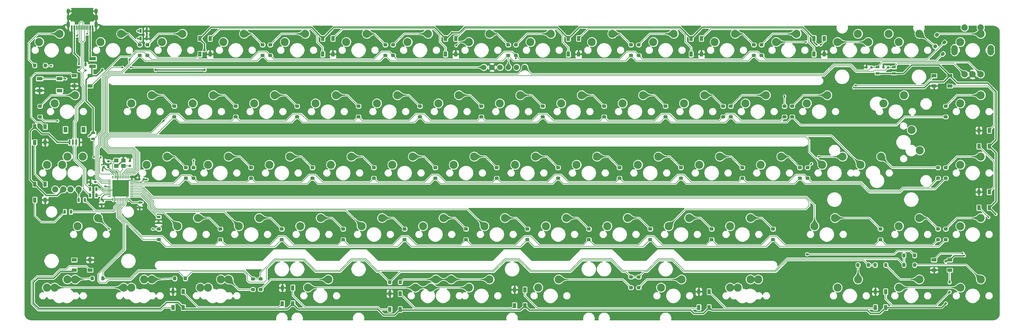
<source format=gbr>
G04 #@! TF.GenerationSoftware,KiCad,Pcbnew,(5.1.10)-1*
G04 #@! TF.CreationDate,2021-10-06T09:17:16+07:00*
G04 #@! TF.ProjectId,averange65,61766572-616e-4676-9536-352e6b696361,rev?*
G04 #@! TF.SameCoordinates,Original*
G04 #@! TF.FileFunction,Copper,L2,Bot*
G04 #@! TF.FilePolarity,Positive*
%FSLAX46Y46*%
G04 Gerber Fmt 4.6, Leading zero omitted, Abs format (unit mm)*
G04 Created by KiCad (PCBNEW (5.1.10)-1) date 2021-10-06 09:17:16*
%MOMM*%
%LPD*%
G01*
G04 APERTURE LIST*
G04 #@! TA.AperFunction,SMDPad,CuDef*
%ADD10R,2.030000X1.140000*%
G04 #@! TD*
G04 #@! TA.AperFunction,ComponentPad*
%ADD11C,1.700000*%
G04 #@! TD*
G04 #@! TA.AperFunction,SMDPad,CuDef*
%ADD12R,1.200000X1.800000*%
G04 #@! TD*
G04 #@! TA.AperFunction,SMDPad,CuDef*
%ADD13R,0.600000X1.550000*%
G04 #@! TD*
G04 #@! TA.AperFunction,SMDPad,CuDef*
%ADD14R,1.400000X1.200000*%
G04 #@! TD*
G04 #@! TA.AperFunction,SMDPad,CuDef*
%ADD15R,1.800000X1.100000*%
G04 #@! TD*
G04 #@! TA.AperFunction,SMDPad,CuDef*
%ADD16R,0.700000X1.000000*%
G04 #@! TD*
G04 #@! TA.AperFunction,SMDPad,CuDef*
%ADD17R,0.700000X0.600000*%
G04 #@! TD*
G04 #@! TA.AperFunction,SMDPad,CuDef*
%ADD18R,0.600000X1.450000*%
G04 #@! TD*
G04 #@! TA.AperFunction,SMDPad,CuDef*
%ADD19R,0.300000X1.450000*%
G04 #@! TD*
G04 #@! TA.AperFunction,ComponentPad*
%ADD20O,1.000000X2.100000*%
G04 #@! TD*
G04 #@! TA.AperFunction,ComponentPad*
%ADD21O,1.000000X1.600000*%
G04 #@! TD*
G04 #@! TA.AperFunction,ComponentPad*
%ADD22C,2.000000*%
G04 #@! TD*
G04 #@! TA.AperFunction,ComponentPad*
%ADD23O,2.000000X3.200000*%
G04 #@! TD*
G04 #@! TA.AperFunction,SMDPad,CuDef*
%ADD24R,1.300000X0.700000*%
G04 #@! TD*
G04 #@! TA.AperFunction,SMDPad,CuDef*
%ADD25R,0.700000X1.300000*%
G04 #@! TD*
G04 #@! TA.AperFunction,SMDPad,CuDef*
%ADD26R,0.800000X0.750000*%
G04 #@! TD*
G04 #@! TA.AperFunction,SMDPad,CuDef*
%ADD27R,0.750000X0.800000*%
G04 #@! TD*
G04 #@! TA.AperFunction,SMDPad,CuDef*
%ADD28R,1.500000X1.000000*%
G04 #@! TD*
G04 #@! TA.AperFunction,SMDPad,CuDef*
%ADD29R,1.000000X1.500000*%
G04 #@! TD*
G04 #@! TA.AperFunction,ComponentPad*
%ADD30C,2.500000*%
G04 #@! TD*
G04 #@! TA.AperFunction,ComponentPad*
%ADD31C,1.905000*%
G04 #@! TD*
G04 #@! TA.AperFunction,SMDPad,CuDef*
%ADD32R,5.150000X5.150000*%
G04 #@! TD*
G04 #@! TA.AperFunction,ViaPad*
%ADD33C,0.600000*%
G04 #@! TD*
G04 #@! TA.AperFunction,ViaPad*
%ADD34C,0.800000*%
G04 #@! TD*
G04 #@! TA.AperFunction,Conductor*
%ADD35C,0.250000*%
G04 #@! TD*
G04 #@! TA.AperFunction,Conductor*
%ADD36C,0.400000*%
G04 #@! TD*
G04 #@! TA.AperFunction,Conductor*
%ADD37C,0.200000*%
G04 #@! TD*
G04 #@! TA.AperFunction,Conductor*
%ADD38C,0.025400*%
G04 #@! TD*
G04 #@! TA.AperFunction,Conductor*
%ADD39C,0.100000*%
G04 #@! TD*
G04 #@! TA.AperFunction,Conductor*
%ADD40C,0.254000*%
G04 #@! TD*
G04 APERTURE END LIST*
D10*
X22129750Y-50616000D03*
X22129750Y-53016000D03*
D11*
X146018250Y-53276500D03*
X143478250Y-53276500D03*
X153638250Y-53276500D03*
X151098250Y-53276500D03*
X148558250Y-53276500D03*
X156178250Y-53276500D03*
D12*
X19310190Y-72655340D03*
X13710190Y-72655340D03*
D13*
X15010190Y-76530340D03*
X16010190Y-76530340D03*
X18010190Y-76530340D03*
X17010190Y-76530340D03*
D14*
X31659380Y-83892130D03*
X29459380Y-83892130D03*
X29459380Y-82192130D03*
X31659380Y-82192130D03*
D15*
X11871095Y-60508410D03*
X5671095Y-56808410D03*
X11871095Y-56808410D03*
X5671095Y-60508410D03*
D16*
X19888513Y-52505332D03*
D17*
X17888513Y-52305332D03*
X19888513Y-54205332D03*
X17888513Y-54205332D03*
D18*
X22113513Y-40950332D03*
X15663513Y-40950332D03*
X21338513Y-40950332D03*
X16438513Y-40950332D03*
D19*
X17138513Y-40950332D03*
X20638513Y-40950332D03*
X17638513Y-40950332D03*
X20138513Y-40950332D03*
X18138513Y-40950332D03*
X19638513Y-40950332D03*
X19138513Y-40950332D03*
X18638513Y-40950332D03*
D20*
X14568513Y-40035332D03*
X23208513Y-40035332D03*
D21*
X14568513Y-35855332D03*
X23208513Y-35855332D03*
D22*
X292616250Y-55442500D03*
X295116250Y-55442500D03*
X297616250Y-55442500D03*
D23*
X289516250Y-47942500D03*
X300716250Y-47942500D03*
D22*
X292616250Y-40942500D03*
X297616250Y-40942500D03*
D24*
X270709108Y-53243309D03*
X270709108Y-55143309D03*
X265648939Y-55143309D03*
X265648939Y-53243309D03*
D25*
X19714250Y-94424500D03*
X17814250Y-94424500D03*
X15396250Y-98107500D03*
X13496250Y-98107500D03*
D24*
X42576750Y-99697500D03*
X42576750Y-101597500D03*
X22320250Y-75496500D03*
X22320250Y-73596500D03*
D25*
X21364597Y-93038023D03*
X23264597Y-93038023D03*
X21364597Y-91103246D03*
X23264597Y-91103246D03*
X36991530Y-44370850D03*
X38891530Y-44370850D03*
X36991530Y-41989590D03*
X38891530Y-41989590D03*
D26*
X268934881Y-53300338D03*
X267434881Y-53300338D03*
X262220026Y-53300338D03*
X263720026Y-53300338D03*
X38056250Y-88011000D03*
X36556250Y-88011000D03*
X21415768Y-88870811D03*
X22915768Y-88870811D03*
X25554880Y-84185130D03*
X27054880Y-84185130D03*
D27*
X36750706Y-95262000D03*
X36750706Y-96762000D03*
D26*
X25554880Y-82407130D03*
X27054880Y-82407130D03*
D27*
X33734380Y-82355630D03*
X33734380Y-83855630D03*
X24923750Y-94297500D03*
X24923750Y-95797500D03*
G04 #@! TA.AperFunction,SMDPad,CuDef*
G36*
G01*
X283892570Y-115968020D02*
X283892570Y-116468020D01*
G75*
G02*
X283642570Y-116718020I-250000J0D01*
G01*
X282642570Y-116718020D01*
G75*
G02*
X282392570Y-116468020I0J250000D01*
G01*
X282392570Y-115968020D01*
G75*
G02*
X282642570Y-115718020I250000J0D01*
G01*
X283642570Y-115718020D01*
G75*
G02*
X283892570Y-115968020I0J-250000D01*
G01*
G37*
G04 #@! TD.AperFunction*
D28*
X283142570Y-113018020D03*
X288042570Y-116218020D03*
X288042570Y-113018020D03*
G04 #@! TA.AperFunction,SMDPad,CuDef*
G36*
G01*
X265192350Y-123633470D02*
X264692350Y-123633470D01*
G75*
G02*
X264442350Y-123383470I0J250000D01*
G01*
X264442350Y-122383470D01*
G75*
G02*
X264692350Y-122133470I250000J0D01*
G01*
X265192350Y-122133470D01*
G75*
G02*
X265442350Y-122383470I0J-250000D01*
G01*
X265442350Y-123383470D01*
G75*
G02*
X265192350Y-123633470I-250000J0D01*
G01*
G37*
G04 #@! TD.AperFunction*
D29*
X268142350Y-122883470D03*
X264942350Y-127783470D03*
X268142350Y-127783470D03*
G04 #@! TA.AperFunction,SMDPad,CuDef*
G36*
G01*
X210423510Y-123633690D02*
X209923510Y-123633690D01*
G75*
G02*
X209673510Y-123383690I0J250000D01*
G01*
X209673510Y-122383690D01*
G75*
G02*
X209923510Y-122133690I250000J0D01*
G01*
X210423510Y-122133690D01*
G75*
G02*
X210673510Y-122383690I0J-250000D01*
G01*
X210673510Y-123383690D01*
G75*
G02*
X210423510Y-123633690I-250000J0D01*
G01*
G37*
G04 #@! TD.AperFunction*
X213373510Y-122883690D03*
X210173510Y-127783690D03*
X213373510Y-127783690D03*
G04 #@! TA.AperFunction,SMDPad,CuDef*
G36*
G01*
X153272626Y-123038155D02*
X152772626Y-123038155D01*
G75*
G02*
X152522626Y-122788155I0J250000D01*
G01*
X152522626Y-121788155D01*
G75*
G02*
X152772626Y-121538155I250000J0D01*
G01*
X153272626Y-121538155D01*
G75*
G02*
X153522626Y-121788155I0J-250000D01*
G01*
X153522626Y-122788155D01*
G75*
G02*
X153272626Y-123038155I-250000J0D01*
G01*
G37*
G04 #@! TD.AperFunction*
X156222626Y-122288155D03*
X153022626Y-127188155D03*
X156222626Y-127188155D03*
G04 #@! TA.AperFunction,SMDPad,CuDef*
G36*
G01*
X114577281Y-124228507D02*
X114077281Y-124228507D01*
G75*
G02*
X113827281Y-123978507I0J250000D01*
G01*
X113827281Y-122978507D01*
G75*
G02*
X114077281Y-122728507I250000J0D01*
G01*
X114577281Y-122728507D01*
G75*
G02*
X114827281Y-122978507I0J-250000D01*
G01*
X114827281Y-123978507D01*
G75*
G02*
X114577281Y-124228507I-250000J0D01*
G01*
G37*
G04 #@! TD.AperFunction*
X117527281Y-123478507D03*
X114327281Y-128378507D03*
X117527281Y-128378507D03*
G04 #@! TA.AperFunction,SMDPad,CuDef*
G36*
G01*
X81239753Y-122442568D02*
X80739753Y-122442568D01*
G75*
G02*
X80489753Y-122192568I0J250000D01*
G01*
X80489753Y-121192568D01*
G75*
G02*
X80739753Y-120942568I250000J0D01*
G01*
X81239753Y-120942568D01*
G75*
G02*
X81489753Y-121192568I0J-250000D01*
G01*
X81489753Y-122192568D01*
G75*
G02*
X81239753Y-122442568I-250000J0D01*
G01*
G37*
G04 #@! TD.AperFunction*
X84189753Y-121692568D03*
X80989753Y-126592568D03*
X84189753Y-126592568D03*
G04 #@! TA.AperFunction,SMDPad,CuDef*
G36*
G01*
X47307200Y-123633690D02*
X46807200Y-123633690D01*
G75*
G02*
X46557200Y-123383690I0J250000D01*
G01*
X46557200Y-122383690D01*
G75*
G02*
X46807200Y-122133690I250000J0D01*
G01*
X47307200Y-122133690D01*
G75*
G02*
X47557200Y-122383690I0J-250000D01*
G01*
X47557200Y-123383690D01*
G75*
G02*
X47307200Y-123633690I-250000J0D01*
G01*
G37*
G04 #@! TD.AperFunction*
X50257200Y-122883690D03*
X47057200Y-127783690D03*
X50257200Y-127783690D03*
G04 #@! TA.AperFunction,SMDPad,CuDef*
G36*
G01*
X20591450Y-113268020D02*
X20591450Y-112768020D01*
G75*
G02*
X20841450Y-112518020I250000J0D01*
G01*
X21841450Y-112518020D01*
G75*
G02*
X22091450Y-112768020I0J-250000D01*
G01*
X22091450Y-113268020D01*
G75*
G02*
X21841450Y-113518020I-250000J0D01*
G01*
X20841450Y-113518020D01*
G75*
G02*
X20591450Y-113268020I0J250000D01*
G01*
G37*
G04 #@! TD.AperFunction*
D28*
X21341450Y-116218020D03*
X16441450Y-113018020D03*
X16441450Y-116218020D03*
G04 #@! TA.AperFunction,SMDPad,CuDef*
G36*
G01*
X7144520Y-93696050D02*
X7644520Y-93696050D01*
G75*
G02*
X7894520Y-93946050I0J-250000D01*
G01*
X7894520Y-94946050D01*
G75*
G02*
X7644520Y-95196050I-250000J0D01*
G01*
X7144520Y-95196050D01*
G75*
G02*
X6894520Y-94946050I0J250000D01*
G01*
X6894520Y-93946050D01*
G75*
G02*
X7144520Y-93696050I250000J0D01*
G01*
G37*
G04 #@! TD.AperFunction*
D29*
X4194520Y-94446050D03*
X7394520Y-89546050D03*
X4194520Y-89546050D03*
G04 #@! TA.AperFunction,SMDPad,CuDef*
G36*
G01*
X7144520Y-75836600D02*
X7644520Y-75836600D01*
G75*
G02*
X7894520Y-76086600I0J-250000D01*
G01*
X7894520Y-77086600D01*
G75*
G02*
X7644520Y-77336600I-250000J0D01*
G01*
X7144520Y-77336600D01*
G75*
G02*
X6894520Y-77086600I0J250000D01*
G01*
X6894520Y-76086600D01*
G75*
G02*
X7144520Y-75836600I250000J0D01*
G01*
G37*
G04 #@! TD.AperFunction*
X4194520Y-76586600D03*
X7394520Y-71686600D03*
X4194520Y-71686600D03*
G04 #@! TA.AperFunction,SMDPad,CuDef*
G36*
G01*
X297339500Y-92677310D02*
X296839500Y-92677310D01*
G75*
G02*
X296589500Y-92427310I0J250000D01*
G01*
X296589500Y-91427310D01*
G75*
G02*
X296839500Y-91177310I250000J0D01*
G01*
X297339500Y-91177310D01*
G75*
G02*
X297589500Y-91427310I0J-250000D01*
G01*
X297589500Y-92427310D01*
G75*
G02*
X297339500Y-92677310I-250000J0D01*
G01*
G37*
G04 #@! TD.AperFunction*
X300289500Y-91927310D03*
X297089500Y-96827310D03*
X300289500Y-96827310D03*
G04 #@! TA.AperFunction,SMDPad,CuDef*
G36*
G01*
X297339500Y-73627230D02*
X296839500Y-73627230D01*
G75*
G02*
X296589500Y-73377230I0J250000D01*
G01*
X296589500Y-72377230D01*
G75*
G02*
X296839500Y-72127230I250000J0D01*
G01*
X297339500Y-72127230D01*
G75*
G02*
X297589500Y-72377230I0J-250000D01*
G01*
X297589500Y-73377230D01*
G75*
G02*
X297339500Y-73627230I-250000J0D01*
G01*
G37*
G04 #@! TD.AperFunction*
X300289500Y-72877230D03*
X297089500Y-77777230D03*
X300289500Y-77777230D03*
G04 #@! TA.AperFunction,SMDPad,CuDef*
G36*
G01*
X283892570Y-58817780D02*
X283892570Y-59317780D01*
G75*
G02*
X283642570Y-59567780I-250000J0D01*
G01*
X282642570Y-59567780D01*
G75*
G02*
X282392570Y-59317780I0J250000D01*
G01*
X282392570Y-58817780D01*
G75*
G02*
X282642570Y-58567780I250000J0D01*
G01*
X283642570Y-58567780D01*
G75*
G02*
X283892570Y-58817780I0J-250000D01*
G01*
G37*
G04 #@! TD.AperFunction*
D28*
X283142570Y-55867780D03*
X288042570Y-59067780D03*
X288042570Y-55867780D03*
G04 #@! TA.AperFunction,SMDPad,CuDef*
G36*
G01*
X248842410Y-48452110D02*
X249342410Y-48452110D01*
G75*
G02*
X249592410Y-48702110I0J-250000D01*
G01*
X249592410Y-49702110D01*
G75*
G02*
X249342410Y-49952110I-250000J0D01*
G01*
X248842410Y-49952110D01*
G75*
G02*
X248592410Y-49702110I0J250000D01*
G01*
X248592410Y-48702110D01*
G75*
G02*
X248842410Y-48452110I250000J0D01*
G01*
G37*
G04 #@! TD.AperFunction*
D29*
X245892410Y-49202110D03*
X249092410Y-44302110D03*
X245892410Y-44302110D03*
G04 #@! TA.AperFunction,SMDPad,CuDef*
G36*
G01*
X210742250Y-48452110D02*
X211242250Y-48452110D01*
G75*
G02*
X211492250Y-48702110I0J-250000D01*
G01*
X211492250Y-49702110D01*
G75*
G02*
X211242250Y-49952110I-250000J0D01*
G01*
X210742250Y-49952110D01*
G75*
G02*
X210492250Y-49702110I0J250000D01*
G01*
X210492250Y-48702110D01*
G75*
G02*
X210742250Y-48452110I250000J0D01*
G01*
G37*
G04 #@! TD.AperFunction*
X207792250Y-49202110D03*
X210992250Y-44302110D03*
X207792250Y-44302110D03*
G04 #@! TA.AperFunction,SMDPad,CuDef*
G36*
G01*
X172642090Y-48452110D02*
X173142090Y-48452110D01*
G75*
G02*
X173392090Y-48702110I0J-250000D01*
G01*
X173392090Y-49702110D01*
G75*
G02*
X173142090Y-49952110I-250000J0D01*
G01*
X172642090Y-49952110D01*
G75*
G02*
X172392090Y-49702110I0J250000D01*
G01*
X172392090Y-48702110D01*
G75*
G02*
X172642090Y-48452110I250000J0D01*
G01*
G37*
G04 #@! TD.AperFunction*
X169692090Y-49202110D03*
X172892090Y-44302110D03*
X169692090Y-44302110D03*
G04 #@! TA.AperFunction,SMDPad,CuDef*
G36*
G01*
X134541930Y-48452110D02*
X135041930Y-48452110D01*
G75*
G02*
X135291930Y-48702110I0J-250000D01*
G01*
X135291930Y-49702110D01*
G75*
G02*
X135041930Y-49952110I-250000J0D01*
G01*
X134541930Y-49952110D01*
G75*
G02*
X134291930Y-49702110I0J250000D01*
G01*
X134291930Y-48702110D01*
G75*
G02*
X134541930Y-48452110I250000J0D01*
G01*
G37*
G04 #@! TD.AperFunction*
X131591930Y-49202110D03*
X134791930Y-44302110D03*
X131591930Y-44302110D03*
G04 #@! TA.AperFunction,SMDPad,CuDef*
G36*
G01*
X96441770Y-48452110D02*
X96941770Y-48452110D01*
G75*
G02*
X97191770Y-48702110I0J-250000D01*
G01*
X97191770Y-49702110D01*
G75*
G02*
X96941770Y-49952110I-250000J0D01*
G01*
X96441770Y-49952110D01*
G75*
G02*
X96191770Y-49702110I0J250000D01*
G01*
X96191770Y-48702110D01*
G75*
G02*
X96441770Y-48452110I250000J0D01*
G01*
G37*
G04 #@! TD.AperFunction*
X93491770Y-49202110D03*
X96691770Y-44302110D03*
X93491770Y-44302110D03*
G04 #@! TA.AperFunction,SMDPad,CuDef*
G36*
G01*
X58341610Y-48452110D02*
X58841610Y-48452110D01*
G75*
G02*
X59091610Y-48702110I0J-250000D01*
G01*
X59091610Y-49702110D01*
G75*
G02*
X58841610Y-49952110I-250000J0D01*
G01*
X58341610Y-49952110D01*
G75*
G02*
X58091610Y-49702110I0J250000D01*
G01*
X58091610Y-48702110D01*
G75*
G02*
X58341610Y-48452110I250000J0D01*
G01*
G37*
G04 #@! TD.AperFunction*
X55391610Y-49202110D03*
X58591610Y-44302110D03*
X55391610Y-44302110D03*
G04 #@! TA.AperFunction,SMDPad,CuDef*
G36*
G01*
X17191450Y-58817780D02*
X17191450Y-59317780D01*
G75*
G02*
X16941450Y-59567780I-250000J0D01*
G01*
X15941450Y-59567780D01*
G75*
G02*
X15691450Y-59317780I0J250000D01*
G01*
X15691450Y-58817780D01*
G75*
G02*
X15941450Y-58567780I250000J0D01*
G01*
X16941450Y-58567780D01*
G75*
G02*
X17191450Y-58817780I0J-250000D01*
G01*
G37*
G04 #@! TD.AperFunction*
D28*
X16441450Y-55867780D03*
X21341450Y-59067780D03*
X21341450Y-55867780D03*
G04 #@! TA.AperFunction,SMDPad,CuDef*
G36*
G01*
X273322215Y-114968020D02*
X273322215Y-114268020D01*
G75*
G02*
X273572215Y-114018020I250000J0D01*
G01*
X274072215Y-114018020D01*
G75*
G02*
X274322215Y-114268020I0J-250000D01*
G01*
X274322215Y-114968020D01*
G75*
G02*
X274072215Y-115218020I-250000J0D01*
G01*
X273572215Y-115218020D01*
G75*
G02*
X273322215Y-114968020I0J250000D01*
G01*
G37*
G04 #@! TD.AperFunction*
G04 #@! TA.AperFunction,SMDPad,CuDef*
G36*
G01*
X276622215Y-114968020D02*
X276622215Y-114268020D01*
G75*
G02*
X276872215Y-114018020I250000J0D01*
G01*
X277372215Y-114018020D01*
G75*
G02*
X277622215Y-114268020I0J-250000D01*
G01*
X277622215Y-114968020D01*
G75*
G02*
X277372215Y-115218020I-250000J0D01*
G01*
X276872215Y-115218020D01*
G75*
G02*
X276622215Y-114968020I0J250000D01*
G01*
G37*
G04 #@! TD.AperFunction*
G04 #@! TA.AperFunction,SMDPad,CuDef*
G36*
G01*
X264392490Y-114968020D02*
X264392490Y-114268020D01*
G75*
G02*
X264642490Y-114018020I250000J0D01*
G01*
X265142490Y-114018020D01*
G75*
G02*
X265392490Y-114268020I0J-250000D01*
G01*
X265392490Y-114968020D01*
G75*
G02*
X265142490Y-115218020I-250000J0D01*
G01*
X264642490Y-115218020D01*
G75*
G02*
X264392490Y-114968020I0J250000D01*
G01*
G37*
G04 #@! TD.AperFunction*
G04 #@! TA.AperFunction,SMDPad,CuDef*
G36*
G01*
X267692490Y-114968020D02*
X267692490Y-114268020D01*
G75*
G02*
X267942490Y-114018020I250000J0D01*
G01*
X268442490Y-114018020D01*
G75*
G02*
X268692490Y-114268020I0J-250000D01*
G01*
X268692490Y-114968020D01*
G75*
G02*
X268442490Y-115218020I-250000J0D01*
G01*
X267942490Y-115218020D01*
G75*
G02*
X267692490Y-114968020I0J250000D01*
G01*
G37*
G04 #@! TD.AperFunction*
G04 #@! TA.AperFunction,SMDPad,CuDef*
G36*
G01*
X263334515Y-114267800D02*
X263334515Y-114967800D01*
G75*
G02*
X263084515Y-115217800I-250000J0D01*
G01*
X262584515Y-115217800D01*
G75*
G02*
X262334515Y-114967800I0J250000D01*
G01*
X262334515Y-114267800D01*
G75*
G02*
X262584515Y-114017800I250000J0D01*
G01*
X263084515Y-114017800D01*
G75*
G02*
X263334515Y-114267800I0J-250000D01*
G01*
G37*
G04 #@! TD.AperFunction*
G04 #@! TA.AperFunction,SMDPad,CuDef*
G36*
G01*
X260034515Y-114267800D02*
X260034515Y-114967800D01*
G75*
G02*
X259784515Y-115217800I-250000J0D01*
G01*
X259284515Y-115217800D01*
G75*
G02*
X259034515Y-114967800I0J250000D01*
G01*
X259034515Y-114267800D01*
G75*
G02*
X259284515Y-114017800I250000J0D01*
G01*
X259784515Y-114017800D01*
G75*
G02*
X260034515Y-114267800I0J-250000D01*
G01*
G37*
G04 #@! TD.AperFunction*
G04 #@! TA.AperFunction,SMDPad,CuDef*
G36*
G01*
X273322075Y-111991225D02*
X273322075Y-111291225D01*
G75*
G02*
X273572075Y-111041225I250000J0D01*
G01*
X274072075Y-111041225D01*
G75*
G02*
X274322075Y-111291225I0J-250000D01*
G01*
X274322075Y-111991225D01*
G75*
G02*
X274072075Y-112241225I-250000J0D01*
G01*
X273572075Y-112241225D01*
G75*
G02*
X273322075Y-111991225I0J250000D01*
G01*
G37*
G04 #@! TD.AperFunction*
G04 #@! TA.AperFunction,SMDPad,CuDef*
G36*
G01*
X276622075Y-111991225D02*
X276622075Y-111291225D01*
G75*
G02*
X276872075Y-111041225I250000J0D01*
G01*
X277372075Y-111041225D01*
G75*
G02*
X277622075Y-111291225I0J-250000D01*
G01*
X277622075Y-111991225D01*
G75*
G02*
X277372075Y-112241225I-250000J0D01*
G01*
X276872075Y-112241225D01*
G75*
G02*
X276622075Y-111991225I0J250000D01*
G01*
G37*
G04 #@! TD.AperFunction*
G04 #@! TA.AperFunction,SMDPad,CuDef*
G36*
G01*
X191182032Y-117825377D02*
X191882032Y-117825377D01*
G75*
G02*
X192132032Y-118075377I0J-250000D01*
G01*
X192132032Y-118575377D01*
G75*
G02*
X191882032Y-118825377I-250000J0D01*
G01*
X191182032Y-118825377D01*
G75*
G02*
X190932032Y-118575377I0J250000D01*
G01*
X190932032Y-118075377D01*
G75*
G02*
X191182032Y-117825377I250000J0D01*
G01*
G37*
G04 #@! TD.AperFunction*
G04 #@! TA.AperFunction,SMDPad,CuDef*
G36*
G01*
X191182032Y-121125377D02*
X191882032Y-121125377D01*
G75*
G02*
X192132032Y-121375377I0J-250000D01*
G01*
X192132032Y-121875377D01*
G75*
G02*
X191882032Y-122125377I-250000J0D01*
G01*
X191182032Y-122125377D01*
G75*
G02*
X190932032Y-121875377I0J250000D01*
G01*
X190932032Y-121375377D01*
G75*
G02*
X191182032Y-121125377I250000J0D01*
G01*
G37*
G04 #@! TD.AperFunction*
G04 #@! TA.AperFunction,SMDPad,CuDef*
G36*
G01*
X188800780Y-117825377D02*
X189500780Y-117825377D01*
G75*
G02*
X189750780Y-118075377I0J-250000D01*
G01*
X189750780Y-118575377D01*
G75*
G02*
X189500780Y-118825377I-250000J0D01*
G01*
X188800780Y-118825377D01*
G75*
G02*
X188550780Y-118575377I0J250000D01*
G01*
X188550780Y-118075377D01*
G75*
G02*
X188800780Y-117825377I250000J0D01*
G01*
G37*
G04 #@! TD.AperFunction*
G04 #@! TA.AperFunction,SMDPad,CuDef*
G36*
G01*
X188800780Y-121125377D02*
X189500780Y-121125377D01*
G75*
G02*
X189750780Y-121375377I0J-250000D01*
G01*
X189750780Y-121875377D01*
G75*
G02*
X189500780Y-122125377I-250000J0D01*
G01*
X188800780Y-122125377D01*
G75*
G02*
X188550780Y-121875377I0J250000D01*
G01*
X188550780Y-121375377D01*
G75*
G02*
X188800780Y-121125377I250000J0D01*
G01*
G37*
G04 #@! TD.AperFunction*
G04 #@! TA.AperFunction,SMDPad,CuDef*
G36*
G01*
X73905371Y-118420690D02*
X74605371Y-118420690D01*
G75*
G02*
X74855371Y-118670690I0J-250000D01*
G01*
X74855371Y-119170690D01*
G75*
G02*
X74605371Y-119420690I-250000J0D01*
G01*
X73905371Y-119420690D01*
G75*
G02*
X73655371Y-119170690I0J250000D01*
G01*
X73655371Y-118670690D01*
G75*
G02*
X73905371Y-118420690I250000J0D01*
G01*
G37*
G04 #@! TD.AperFunction*
G04 #@! TA.AperFunction,SMDPad,CuDef*
G36*
G01*
X73905371Y-121720690D02*
X74605371Y-121720690D01*
G75*
G02*
X74855371Y-121970690I0J-250000D01*
G01*
X74855371Y-122470690D01*
G75*
G02*
X74605371Y-122720690I-250000J0D01*
G01*
X73905371Y-122720690D01*
G75*
G02*
X73655371Y-122470690I0J250000D01*
G01*
X73655371Y-121970690D01*
G75*
G02*
X73905371Y-121720690I250000J0D01*
G01*
G37*
G04 #@! TD.AperFunction*
G04 #@! TA.AperFunction,SMDPad,CuDef*
G36*
G01*
X113777281Y-120325377D02*
X113777281Y-119625377D01*
G75*
G02*
X114027281Y-119375377I250000J0D01*
G01*
X114527281Y-119375377D01*
G75*
G02*
X114777281Y-119625377I0J-250000D01*
G01*
X114777281Y-120325377D01*
G75*
G02*
X114527281Y-120575377I-250000J0D01*
G01*
X114027281Y-120575377D01*
G75*
G02*
X113777281Y-120325377I0J250000D01*
G01*
G37*
G04 #@! TD.AperFunction*
G04 #@! TA.AperFunction,SMDPad,CuDef*
G36*
G01*
X117077281Y-120325377D02*
X117077281Y-119625377D01*
G75*
G02*
X117327281Y-119375377I250000J0D01*
G01*
X117827281Y-119375377D01*
G75*
G02*
X118077281Y-119625377I0J-250000D01*
G01*
X118077281Y-120325377D01*
G75*
G02*
X117827281Y-120575377I-250000J0D01*
G01*
X117327281Y-120575377D01*
G75*
G02*
X117077281Y-120325377I0J250000D01*
G01*
G37*
G04 #@! TD.AperFunction*
G04 #@! TA.AperFunction,SMDPad,CuDef*
G36*
G01*
X71524119Y-118420690D02*
X72224119Y-118420690D01*
G75*
G02*
X72474119Y-118670690I0J-250000D01*
G01*
X72474119Y-119170690D01*
G75*
G02*
X72224119Y-119420690I-250000J0D01*
G01*
X71524119Y-119420690D01*
G75*
G02*
X71274119Y-119170690I0J250000D01*
G01*
X71274119Y-118670690D01*
G75*
G02*
X71524119Y-118420690I250000J0D01*
G01*
G37*
G04 #@! TD.AperFunction*
G04 #@! TA.AperFunction,SMDPad,CuDef*
G36*
G01*
X71524119Y-121720690D02*
X72224119Y-121720690D01*
G75*
G02*
X72474119Y-121970690I0J-250000D01*
G01*
X72474119Y-122470690D01*
G75*
G02*
X72224119Y-122720690I-250000J0D01*
G01*
X71524119Y-122720690D01*
G75*
G02*
X71274119Y-122470690I0J250000D01*
G01*
X71274119Y-121970690D01*
G75*
G02*
X71524119Y-121720690I250000J0D01*
G01*
G37*
G04 #@! TD.AperFunction*
G04 #@! TA.AperFunction,SMDPad,CuDef*
G36*
G01*
X51402515Y-118435225D02*
X51402515Y-119135225D01*
G75*
G02*
X51152515Y-119385225I-250000J0D01*
G01*
X50652515Y-119385225D01*
G75*
G02*
X50402515Y-119135225I0J250000D01*
G01*
X50402515Y-118435225D01*
G75*
G02*
X50652515Y-118185225I250000J0D01*
G01*
X51152515Y-118185225D01*
G75*
G02*
X51402515Y-118435225I0J-250000D01*
G01*
G37*
G04 #@! TD.AperFunction*
G04 #@! TA.AperFunction,SMDPad,CuDef*
G36*
G01*
X48102515Y-118435225D02*
X48102515Y-119135225D01*
G75*
G02*
X47852515Y-119385225I-250000J0D01*
G01*
X47352515Y-119385225D01*
G75*
G02*
X47102515Y-119135225I0J250000D01*
G01*
X47102515Y-118435225D01*
G75*
G02*
X47352515Y-118185225I250000J0D01*
G01*
X47852515Y-118185225D01*
G75*
G02*
X48102515Y-118435225I0J-250000D01*
G01*
G37*
G04 #@! TD.AperFunction*
G04 #@! TA.AperFunction,SMDPad,CuDef*
G36*
G01*
X25803970Y-118435225D02*
X25803970Y-119135225D01*
G75*
G02*
X25553970Y-119385225I-250000J0D01*
G01*
X25053970Y-119385225D01*
G75*
G02*
X24803970Y-119135225I0J250000D01*
G01*
X24803970Y-118435225D01*
G75*
G02*
X25053970Y-118185225I250000J0D01*
G01*
X25553970Y-118185225D01*
G75*
G02*
X25803970Y-118435225I0J-250000D01*
G01*
G37*
G04 #@! TD.AperFunction*
G04 #@! TA.AperFunction,SMDPad,CuDef*
G36*
G01*
X22503970Y-118435225D02*
X22503970Y-119135225D01*
G75*
G02*
X22253970Y-119385225I-250000J0D01*
G01*
X21753970Y-119385225D01*
G75*
G02*
X21503970Y-119135225I0J250000D01*
G01*
X21503970Y-118435225D01*
G75*
G02*
X21753970Y-118185225I250000J0D01*
G01*
X22253970Y-118185225D01*
G75*
G02*
X22503970Y-118435225I0J-250000D01*
G01*
G37*
G04 #@! TD.AperFunction*
G04 #@! TA.AperFunction,SMDPad,CuDef*
G36*
G01*
X287133200Y-107242980D02*
X286433200Y-107242980D01*
G75*
G02*
X286183200Y-106992980I0J250000D01*
G01*
X286183200Y-106492980D01*
G75*
G02*
X286433200Y-106242980I250000J0D01*
G01*
X287133200Y-106242980D01*
G75*
G02*
X287383200Y-106492980I0J-250000D01*
G01*
X287383200Y-106992980D01*
G75*
G02*
X287133200Y-107242980I-250000J0D01*
G01*
G37*
G04 #@! TD.AperFunction*
G04 #@! TA.AperFunction,SMDPad,CuDef*
G36*
G01*
X287133200Y-103942980D02*
X286433200Y-103942980D01*
G75*
G02*
X286183200Y-103692980I0J250000D01*
G01*
X286183200Y-103192980D01*
G75*
G02*
X286433200Y-102942980I250000J0D01*
G01*
X287133200Y-102942980D01*
G75*
G02*
X287383200Y-103192980I0J-250000D01*
G01*
X287383200Y-103692980D01*
G75*
G02*
X287133200Y-103942980I-250000J0D01*
G01*
G37*
G04 #@! TD.AperFunction*
G04 #@! TA.AperFunction,SMDPad,CuDef*
G36*
G01*
X284751940Y-107242980D02*
X284051940Y-107242980D01*
G75*
G02*
X283801940Y-106992980I0J250000D01*
G01*
X283801940Y-106492980D01*
G75*
G02*
X284051940Y-106242980I250000J0D01*
G01*
X284751940Y-106242980D01*
G75*
G02*
X285001940Y-106492980I0J-250000D01*
G01*
X285001940Y-106992980D01*
G75*
G02*
X284751940Y-107242980I-250000J0D01*
G01*
G37*
G04 #@! TD.AperFunction*
G04 #@! TA.AperFunction,SMDPad,CuDef*
G36*
G01*
X284751940Y-103942980D02*
X284051940Y-103942980D01*
G75*
G02*
X283801940Y-103692980I0J250000D01*
G01*
X283801940Y-103192980D01*
G75*
G02*
X284051940Y-102942980I250000J0D01*
G01*
X284751940Y-102942980D01*
G75*
G02*
X285001940Y-103192980I0J-250000D01*
G01*
X285001940Y-103692980D01*
G75*
G02*
X284751940Y-103942980I-250000J0D01*
G01*
G37*
G04 #@! TD.AperFunction*
G04 #@! TA.AperFunction,SMDPad,CuDef*
G36*
G01*
X266892490Y-107242980D02*
X266192490Y-107242980D01*
G75*
G02*
X265942490Y-106992980I0J250000D01*
G01*
X265942490Y-106492980D01*
G75*
G02*
X266192490Y-106242980I250000J0D01*
G01*
X266892490Y-106242980D01*
G75*
G02*
X267142490Y-106492980I0J-250000D01*
G01*
X267142490Y-106992980D01*
G75*
G02*
X266892490Y-107242980I-250000J0D01*
G01*
G37*
G04 #@! TD.AperFunction*
G04 #@! TA.AperFunction,SMDPad,CuDef*
G36*
G01*
X266892490Y-103942980D02*
X266192490Y-103942980D01*
G75*
G02*
X265942490Y-103692980I0J250000D01*
G01*
X265942490Y-103192980D01*
G75*
G02*
X266192490Y-102942980I250000J0D01*
G01*
X266892490Y-102942980D01*
G75*
G02*
X267142490Y-103192980I0J-250000D01*
G01*
X267142490Y-103692980D01*
G75*
G02*
X266892490Y-103942980I-250000J0D01*
G01*
G37*
G04 #@! TD.AperFunction*
G04 #@! TA.AperFunction,SMDPad,CuDef*
G36*
G01*
X233554850Y-107242980D02*
X232854850Y-107242980D01*
G75*
G02*
X232604850Y-106992980I0J250000D01*
G01*
X232604850Y-106492980D01*
G75*
G02*
X232854850Y-106242980I250000J0D01*
G01*
X233554850Y-106242980D01*
G75*
G02*
X233804850Y-106492980I0J-250000D01*
G01*
X233804850Y-106992980D01*
G75*
G02*
X233554850Y-107242980I-250000J0D01*
G01*
G37*
G04 #@! TD.AperFunction*
G04 #@! TA.AperFunction,SMDPad,CuDef*
G36*
G01*
X233554850Y-103942980D02*
X232854850Y-103942980D01*
G75*
G02*
X232604850Y-103692980I0J250000D01*
G01*
X232604850Y-103192980D01*
G75*
G02*
X232854850Y-102942980I250000J0D01*
G01*
X233554850Y-102942980D01*
G75*
G02*
X233804850Y-103192980I0J-250000D01*
G01*
X233804850Y-103692980D01*
G75*
G02*
X233554850Y-103942980I-250000J0D01*
G01*
G37*
G04 #@! TD.AperFunction*
G04 #@! TA.AperFunction,SMDPad,CuDef*
G36*
G01*
X214504770Y-107242980D02*
X213804770Y-107242980D01*
G75*
G02*
X213554770Y-106992980I0J250000D01*
G01*
X213554770Y-106492980D01*
G75*
G02*
X213804770Y-106242980I250000J0D01*
G01*
X214504770Y-106242980D01*
G75*
G02*
X214754770Y-106492980I0J-250000D01*
G01*
X214754770Y-106992980D01*
G75*
G02*
X214504770Y-107242980I-250000J0D01*
G01*
G37*
G04 #@! TD.AperFunction*
G04 #@! TA.AperFunction,SMDPad,CuDef*
G36*
G01*
X214504770Y-103942980D02*
X213804770Y-103942980D01*
G75*
G02*
X213554770Y-103692980I0J250000D01*
G01*
X213554770Y-103192980D01*
G75*
G02*
X213804770Y-102942980I250000J0D01*
G01*
X214504770Y-102942980D01*
G75*
G02*
X214754770Y-103192980I0J-250000D01*
G01*
X214754770Y-103692980D01*
G75*
G02*
X214504770Y-103942980I-250000J0D01*
G01*
G37*
G04 #@! TD.AperFunction*
G04 #@! TA.AperFunction,SMDPad,CuDef*
G36*
G01*
X195454690Y-107242980D02*
X194754690Y-107242980D01*
G75*
G02*
X194504690Y-106992980I0J250000D01*
G01*
X194504690Y-106492980D01*
G75*
G02*
X194754690Y-106242980I250000J0D01*
G01*
X195454690Y-106242980D01*
G75*
G02*
X195704690Y-106492980I0J-250000D01*
G01*
X195704690Y-106992980D01*
G75*
G02*
X195454690Y-107242980I-250000J0D01*
G01*
G37*
G04 #@! TD.AperFunction*
G04 #@! TA.AperFunction,SMDPad,CuDef*
G36*
G01*
X195454690Y-103942980D02*
X194754690Y-103942980D01*
G75*
G02*
X194504690Y-103692980I0J250000D01*
G01*
X194504690Y-103192980D01*
G75*
G02*
X194754690Y-102942980I250000J0D01*
G01*
X195454690Y-102942980D01*
G75*
G02*
X195704690Y-103192980I0J-250000D01*
G01*
X195704690Y-103692980D01*
G75*
G02*
X195454690Y-103942980I-250000J0D01*
G01*
G37*
G04 #@! TD.AperFunction*
G04 #@! TA.AperFunction,SMDPad,CuDef*
G36*
G01*
X176404610Y-107242980D02*
X175704610Y-107242980D01*
G75*
G02*
X175454610Y-106992980I0J250000D01*
G01*
X175454610Y-106492980D01*
G75*
G02*
X175704610Y-106242980I250000J0D01*
G01*
X176404610Y-106242980D01*
G75*
G02*
X176654610Y-106492980I0J-250000D01*
G01*
X176654610Y-106992980D01*
G75*
G02*
X176404610Y-107242980I-250000J0D01*
G01*
G37*
G04 #@! TD.AperFunction*
G04 #@! TA.AperFunction,SMDPad,CuDef*
G36*
G01*
X176404610Y-103942980D02*
X175704610Y-103942980D01*
G75*
G02*
X175454610Y-103692980I0J250000D01*
G01*
X175454610Y-103192980D01*
G75*
G02*
X175704610Y-102942980I250000J0D01*
G01*
X176404610Y-102942980D01*
G75*
G02*
X176654610Y-103192980I0J-250000D01*
G01*
X176654610Y-103692980D01*
G75*
G02*
X176404610Y-103942980I-250000J0D01*
G01*
G37*
G04 #@! TD.AperFunction*
G04 #@! TA.AperFunction,SMDPad,CuDef*
G36*
G01*
X157354530Y-107242980D02*
X156654530Y-107242980D01*
G75*
G02*
X156404530Y-106992980I0J250000D01*
G01*
X156404530Y-106492980D01*
G75*
G02*
X156654530Y-106242980I250000J0D01*
G01*
X157354530Y-106242980D01*
G75*
G02*
X157604530Y-106492980I0J-250000D01*
G01*
X157604530Y-106992980D01*
G75*
G02*
X157354530Y-107242980I-250000J0D01*
G01*
G37*
G04 #@! TD.AperFunction*
G04 #@! TA.AperFunction,SMDPad,CuDef*
G36*
G01*
X157354530Y-103942980D02*
X156654530Y-103942980D01*
G75*
G02*
X156404530Y-103692980I0J250000D01*
G01*
X156404530Y-103192980D01*
G75*
G02*
X156654530Y-102942980I250000J0D01*
G01*
X157354530Y-102942980D01*
G75*
G02*
X157604530Y-103192980I0J-250000D01*
G01*
X157604530Y-103692980D01*
G75*
G02*
X157354530Y-103942980I-250000J0D01*
G01*
G37*
G04 #@! TD.AperFunction*
G04 #@! TA.AperFunction,SMDPad,CuDef*
G36*
G01*
X138304450Y-107242980D02*
X137604450Y-107242980D01*
G75*
G02*
X137354450Y-106992980I0J250000D01*
G01*
X137354450Y-106492980D01*
G75*
G02*
X137604450Y-106242980I250000J0D01*
G01*
X138304450Y-106242980D01*
G75*
G02*
X138554450Y-106492980I0J-250000D01*
G01*
X138554450Y-106992980D01*
G75*
G02*
X138304450Y-107242980I-250000J0D01*
G01*
G37*
G04 #@! TD.AperFunction*
G04 #@! TA.AperFunction,SMDPad,CuDef*
G36*
G01*
X138304450Y-103942980D02*
X137604450Y-103942980D01*
G75*
G02*
X137354450Y-103692980I0J250000D01*
G01*
X137354450Y-103192980D01*
G75*
G02*
X137604450Y-102942980I250000J0D01*
G01*
X138304450Y-102942980D01*
G75*
G02*
X138554450Y-103192980I0J-250000D01*
G01*
X138554450Y-103692980D01*
G75*
G02*
X138304450Y-103942980I-250000J0D01*
G01*
G37*
G04 #@! TD.AperFunction*
G04 #@! TA.AperFunction,SMDPad,CuDef*
G36*
G01*
X119254370Y-107242980D02*
X118554370Y-107242980D01*
G75*
G02*
X118304370Y-106992980I0J250000D01*
G01*
X118304370Y-106492980D01*
G75*
G02*
X118554370Y-106242980I250000J0D01*
G01*
X119254370Y-106242980D01*
G75*
G02*
X119504370Y-106492980I0J-250000D01*
G01*
X119504370Y-106992980D01*
G75*
G02*
X119254370Y-107242980I-250000J0D01*
G01*
G37*
G04 #@! TD.AperFunction*
G04 #@! TA.AperFunction,SMDPad,CuDef*
G36*
G01*
X119254370Y-103942980D02*
X118554370Y-103942980D01*
G75*
G02*
X118304370Y-103692980I0J250000D01*
G01*
X118304370Y-103192980D01*
G75*
G02*
X118554370Y-102942980I250000J0D01*
G01*
X119254370Y-102942980D01*
G75*
G02*
X119504370Y-103192980I0J-250000D01*
G01*
X119504370Y-103692980D01*
G75*
G02*
X119254370Y-103942980I-250000J0D01*
G01*
G37*
G04 #@! TD.AperFunction*
G04 #@! TA.AperFunction,SMDPad,CuDef*
G36*
G01*
X100204290Y-107242980D02*
X99504290Y-107242980D01*
G75*
G02*
X99254290Y-106992980I0J250000D01*
G01*
X99254290Y-106492980D01*
G75*
G02*
X99504290Y-106242980I250000J0D01*
G01*
X100204290Y-106242980D01*
G75*
G02*
X100454290Y-106492980I0J-250000D01*
G01*
X100454290Y-106992980D01*
G75*
G02*
X100204290Y-107242980I-250000J0D01*
G01*
G37*
G04 #@! TD.AperFunction*
G04 #@! TA.AperFunction,SMDPad,CuDef*
G36*
G01*
X100204290Y-103942980D02*
X99504290Y-103942980D01*
G75*
G02*
X99254290Y-103692980I0J250000D01*
G01*
X99254290Y-103192980D01*
G75*
G02*
X99504290Y-102942980I250000J0D01*
G01*
X100204290Y-102942980D01*
G75*
G02*
X100454290Y-103192980I0J-250000D01*
G01*
X100454290Y-103692980D01*
G75*
G02*
X100204290Y-103942980I-250000J0D01*
G01*
G37*
G04 #@! TD.AperFunction*
G04 #@! TA.AperFunction,SMDPad,CuDef*
G36*
G01*
X81154210Y-107242980D02*
X80454210Y-107242980D01*
G75*
G02*
X80204210Y-106992980I0J250000D01*
G01*
X80204210Y-106492980D01*
G75*
G02*
X80454210Y-106242980I250000J0D01*
G01*
X81154210Y-106242980D01*
G75*
G02*
X81404210Y-106492980I0J-250000D01*
G01*
X81404210Y-106992980D01*
G75*
G02*
X81154210Y-107242980I-250000J0D01*
G01*
G37*
G04 #@! TD.AperFunction*
G04 #@! TA.AperFunction,SMDPad,CuDef*
G36*
G01*
X81154210Y-103942980D02*
X80454210Y-103942980D01*
G75*
G02*
X80204210Y-103692980I0J250000D01*
G01*
X80204210Y-103192980D01*
G75*
G02*
X80454210Y-102942980I250000J0D01*
G01*
X81154210Y-102942980D01*
G75*
G02*
X81404210Y-103192980I0J-250000D01*
G01*
X81404210Y-103692980D01*
G75*
G02*
X81154210Y-103942980I-250000J0D01*
G01*
G37*
G04 #@! TD.AperFunction*
G04 #@! TA.AperFunction,SMDPad,CuDef*
G36*
G01*
X62104130Y-107242980D02*
X61404130Y-107242980D01*
G75*
G02*
X61154130Y-106992980I0J250000D01*
G01*
X61154130Y-106492980D01*
G75*
G02*
X61404130Y-106242980I250000J0D01*
G01*
X62104130Y-106242980D01*
G75*
G02*
X62354130Y-106492980I0J-250000D01*
G01*
X62354130Y-106992980D01*
G75*
G02*
X62104130Y-107242980I-250000J0D01*
G01*
G37*
G04 #@! TD.AperFunction*
G04 #@! TA.AperFunction,SMDPad,CuDef*
G36*
G01*
X62104130Y-103942980D02*
X61404130Y-103942980D01*
G75*
G02*
X61154130Y-103692980I0J250000D01*
G01*
X61154130Y-103192980D01*
G75*
G02*
X61404130Y-102942980I250000J0D01*
G01*
X62104130Y-102942980D01*
G75*
G02*
X62354130Y-103192980I0J-250000D01*
G01*
X62354130Y-103692980D01*
G75*
G02*
X62104130Y-103942980I-250000J0D01*
G01*
G37*
G04 #@! TD.AperFunction*
G04 #@! TA.AperFunction,SMDPad,CuDef*
G36*
G01*
X287133200Y-88192900D02*
X286433200Y-88192900D01*
G75*
G02*
X286183200Y-87942900I0J250000D01*
G01*
X286183200Y-87442900D01*
G75*
G02*
X286433200Y-87192900I250000J0D01*
G01*
X287133200Y-87192900D01*
G75*
G02*
X287383200Y-87442900I0J-250000D01*
G01*
X287383200Y-87942900D01*
G75*
G02*
X287133200Y-88192900I-250000J0D01*
G01*
G37*
G04 #@! TD.AperFunction*
G04 #@! TA.AperFunction,SMDPad,CuDef*
G36*
G01*
X287133200Y-84892900D02*
X286433200Y-84892900D01*
G75*
G02*
X286183200Y-84642900I0J250000D01*
G01*
X286183200Y-84142900D01*
G75*
G02*
X286433200Y-83892900I250000J0D01*
G01*
X287133200Y-83892900D01*
G75*
G02*
X287383200Y-84142900I0J-250000D01*
G01*
X287383200Y-84642900D01*
G75*
G02*
X287133200Y-84892900I-250000J0D01*
G01*
G37*
G04 #@! TD.AperFunction*
G04 #@! TA.AperFunction,SMDPad,CuDef*
G36*
G01*
X43054050Y-107242980D02*
X42354050Y-107242980D01*
G75*
G02*
X42104050Y-106992980I0J250000D01*
G01*
X42104050Y-106492980D01*
G75*
G02*
X42354050Y-106242980I250000J0D01*
G01*
X43054050Y-106242980D01*
G75*
G02*
X43304050Y-106492980I0J-250000D01*
G01*
X43304050Y-106992980D01*
G75*
G02*
X43054050Y-107242980I-250000J0D01*
G01*
G37*
G04 #@! TD.AperFunction*
G04 #@! TA.AperFunction,SMDPad,CuDef*
G36*
G01*
X43054050Y-103942980D02*
X42354050Y-103942980D01*
G75*
G02*
X42104050Y-103692980I0J250000D01*
G01*
X42104050Y-103192980D01*
G75*
G02*
X42354050Y-102942980I250000J0D01*
G01*
X43054050Y-102942980D01*
G75*
G02*
X43304050Y-103192980I0J-250000D01*
G01*
X43304050Y-103692980D01*
G75*
G02*
X43054050Y-103942980I-250000J0D01*
G01*
G37*
G04 #@! TD.AperFunction*
G04 #@! TA.AperFunction,SMDPad,CuDef*
G36*
G01*
X284751940Y-88192900D02*
X284051940Y-88192900D01*
G75*
G02*
X283801940Y-87942900I0J250000D01*
G01*
X283801940Y-87442900D01*
G75*
G02*
X284051940Y-87192900I250000J0D01*
G01*
X284751940Y-87192900D01*
G75*
G02*
X285001940Y-87442900I0J-250000D01*
G01*
X285001940Y-87942900D01*
G75*
G02*
X284751940Y-88192900I-250000J0D01*
G01*
G37*
G04 #@! TD.AperFunction*
G04 #@! TA.AperFunction,SMDPad,CuDef*
G36*
G01*
X284751940Y-84892900D02*
X284051940Y-84892900D01*
G75*
G02*
X283801940Y-84642900I0J250000D01*
G01*
X283801940Y-84142900D01*
G75*
G02*
X284051940Y-83892900I250000J0D01*
G01*
X284751940Y-83892900D01*
G75*
G02*
X285001940Y-84142900I0J-250000D01*
G01*
X285001940Y-84642900D01*
G75*
G02*
X284751940Y-84892900I-250000J0D01*
G01*
G37*
G04 #@! TD.AperFunction*
G04 #@! TA.AperFunction,SMDPad,CuDef*
G36*
G01*
X241889260Y-88192900D02*
X241189260Y-88192900D01*
G75*
G02*
X240939260Y-87942900I0J250000D01*
G01*
X240939260Y-87442900D01*
G75*
G02*
X241189260Y-87192900I250000J0D01*
G01*
X241889260Y-87192900D01*
G75*
G02*
X242139260Y-87442900I0J-250000D01*
G01*
X242139260Y-87942900D01*
G75*
G02*
X241889260Y-88192900I-250000J0D01*
G01*
G37*
G04 #@! TD.AperFunction*
G04 #@! TA.AperFunction,SMDPad,CuDef*
G36*
G01*
X241889260Y-84892900D02*
X241189260Y-84892900D01*
G75*
G02*
X240939260Y-84642900I0J250000D01*
G01*
X240939260Y-84142900D01*
G75*
G02*
X241189260Y-83892900I250000J0D01*
G01*
X241889260Y-83892900D01*
G75*
G02*
X242139260Y-84142900I0J-250000D01*
G01*
X242139260Y-84642900D01*
G75*
G02*
X241889260Y-84892900I-250000J0D01*
G01*
G37*
G04 #@! TD.AperFunction*
G04 #@! TA.AperFunction,SMDPad,CuDef*
G36*
G01*
X224029810Y-88192900D02*
X223329810Y-88192900D01*
G75*
G02*
X223079810Y-87942900I0J250000D01*
G01*
X223079810Y-87442900D01*
G75*
G02*
X223329810Y-87192900I250000J0D01*
G01*
X224029810Y-87192900D01*
G75*
G02*
X224279810Y-87442900I0J-250000D01*
G01*
X224279810Y-87942900D01*
G75*
G02*
X224029810Y-88192900I-250000J0D01*
G01*
G37*
G04 #@! TD.AperFunction*
G04 #@! TA.AperFunction,SMDPad,CuDef*
G36*
G01*
X224029810Y-84892900D02*
X223329810Y-84892900D01*
G75*
G02*
X223079810Y-84642900I0J250000D01*
G01*
X223079810Y-84142900D01*
G75*
G02*
X223329810Y-83892900I250000J0D01*
G01*
X224029810Y-83892900D01*
G75*
G02*
X224279810Y-84142900I0J-250000D01*
G01*
X224279810Y-84642900D01*
G75*
G02*
X224029810Y-84892900I-250000J0D01*
G01*
G37*
G04 #@! TD.AperFunction*
G04 #@! TA.AperFunction,SMDPad,CuDef*
G36*
G01*
X204979730Y-88192900D02*
X204279730Y-88192900D01*
G75*
G02*
X204029730Y-87942900I0J250000D01*
G01*
X204029730Y-87442900D01*
G75*
G02*
X204279730Y-87192900I250000J0D01*
G01*
X204979730Y-87192900D01*
G75*
G02*
X205229730Y-87442900I0J-250000D01*
G01*
X205229730Y-87942900D01*
G75*
G02*
X204979730Y-88192900I-250000J0D01*
G01*
G37*
G04 #@! TD.AperFunction*
G04 #@! TA.AperFunction,SMDPad,CuDef*
G36*
G01*
X204979730Y-84892900D02*
X204279730Y-84892900D01*
G75*
G02*
X204029730Y-84642900I0J250000D01*
G01*
X204029730Y-84142900D01*
G75*
G02*
X204279730Y-83892900I250000J0D01*
G01*
X204979730Y-83892900D01*
G75*
G02*
X205229730Y-84142900I0J-250000D01*
G01*
X205229730Y-84642900D01*
G75*
G02*
X204979730Y-84892900I-250000J0D01*
G01*
G37*
G04 #@! TD.AperFunction*
G04 #@! TA.AperFunction,SMDPad,CuDef*
G36*
G01*
X185929650Y-88192900D02*
X185229650Y-88192900D01*
G75*
G02*
X184979650Y-87942900I0J250000D01*
G01*
X184979650Y-87442900D01*
G75*
G02*
X185229650Y-87192900I250000J0D01*
G01*
X185929650Y-87192900D01*
G75*
G02*
X186179650Y-87442900I0J-250000D01*
G01*
X186179650Y-87942900D01*
G75*
G02*
X185929650Y-88192900I-250000J0D01*
G01*
G37*
G04 #@! TD.AperFunction*
G04 #@! TA.AperFunction,SMDPad,CuDef*
G36*
G01*
X185929650Y-84892900D02*
X185229650Y-84892900D01*
G75*
G02*
X184979650Y-84642900I0J250000D01*
G01*
X184979650Y-84142900D01*
G75*
G02*
X185229650Y-83892900I250000J0D01*
G01*
X185929650Y-83892900D01*
G75*
G02*
X186179650Y-84142900I0J-250000D01*
G01*
X186179650Y-84642900D01*
G75*
G02*
X185929650Y-84892900I-250000J0D01*
G01*
G37*
G04 #@! TD.AperFunction*
G04 #@! TA.AperFunction,SMDPad,CuDef*
G36*
G01*
X166879570Y-88192900D02*
X166179570Y-88192900D01*
G75*
G02*
X165929570Y-87942900I0J250000D01*
G01*
X165929570Y-87442900D01*
G75*
G02*
X166179570Y-87192900I250000J0D01*
G01*
X166879570Y-87192900D01*
G75*
G02*
X167129570Y-87442900I0J-250000D01*
G01*
X167129570Y-87942900D01*
G75*
G02*
X166879570Y-88192900I-250000J0D01*
G01*
G37*
G04 #@! TD.AperFunction*
G04 #@! TA.AperFunction,SMDPad,CuDef*
G36*
G01*
X166879570Y-84892900D02*
X166179570Y-84892900D01*
G75*
G02*
X165929570Y-84642900I0J250000D01*
G01*
X165929570Y-84142900D01*
G75*
G02*
X166179570Y-83892900I250000J0D01*
G01*
X166879570Y-83892900D01*
G75*
G02*
X167129570Y-84142900I0J-250000D01*
G01*
X167129570Y-84642900D01*
G75*
G02*
X166879570Y-84892900I-250000J0D01*
G01*
G37*
G04 #@! TD.AperFunction*
G04 #@! TA.AperFunction,SMDPad,CuDef*
G36*
G01*
X147829490Y-88192900D02*
X147129490Y-88192900D01*
G75*
G02*
X146879490Y-87942900I0J250000D01*
G01*
X146879490Y-87442900D01*
G75*
G02*
X147129490Y-87192900I250000J0D01*
G01*
X147829490Y-87192900D01*
G75*
G02*
X148079490Y-87442900I0J-250000D01*
G01*
X148079490Y-87942900D01*
G75*
G02*
X147829490Y-88192900I-250000J0D01*
G01*
G37*
G04 #@! TD.AperFunction*
G04 #@! TA.AperFunction,SMDPad,CuDef*
G36*
G01*
X147829490Y-84892900D02*
X147129490Y-84892900D01*
G75*
G02*
X146879490Y-84642900I0J250000D01*
G01*
X146879490Y-84142900D01*
G75*
G02*
X147129490Y-83892900I250000J0D01*
G01*
X147829490Y-83892900D01*
G75*
G02*
X148079490Y-84142900I0J-250000D01*
G01*
X148079490Y-84642900D01*
G75*
G02*
X147829490Y-84892900I-250000J0D01*
G01*
G37*
G04 #@! TD.AperFunction*
G04 #@! TA.AperFunction,SMDPad,CuDef*
G36*
G01*
X128778750Y-88192500D02*
X128078750Y-88192500D01*
G75*
G02*
X127828750Y-87942500I0J250000D01*
G01*
X127828750Y-87442500D01*
G75*
G02*
X128078750Y-87192500I250000J0D01*
G01*
X128778750Y-87192500D01*
G75*
G02*
X129028750Y-87442500I0J-250000D01*
G01*
X129028750Y-87942500D01*
G75*
G02*
X128778750Y-88192500I-250000J0D01*
G01*
G37*
G04 #@! TD.AperFunction*
G04 #@! TA.AperFunction,SMDPad,CuDef*
G36*
G01*
X128778750Y-84892500D02*
X128078750Y-84892500D01*
G75*
G02*
X127828750Y-84642500I0J250000D01*
G01*
X127828750Y-84142500D01*
G75*
G02*
X128078750Y-83892500I250000J0D01*
G01*
X128778750Y-83892500D01*
G75*
G02*
X129028750Y-84142500I0J-250000D01*
G01*
X129028750Y-84642500D01*
G75*
G02*
X128778750Y-84892500I-250000J0D01*
G01*
G37*
G04 #@! TD.AperFunction*
G04 #@! TA.AperFunction,SMDPad,CuDef*
G36*
G01*
X109728750Y-88192500D02*
X109028750Y-88192500D01*
G75*
G02*
X108778750Y-87942500I0J250000D01*
G01*
X108778750Y-87442500D01*
G75*
G02*
X109028750Y-87192500I250000J0D01*
G01*
X109728750Y-87192500D01*
G75*
G02*
X109978750Y-87442500I0J-250000D01*
G01*
X109978750Y-87942500D01*
G75*
G02*
X109728750Y-88192500I-250000J0D01*
G01*
G37*
G04 #@! TD.AperFunction*
G04 #@! TA.AperFunction,SMDPad,CuDef*
G36*
G01*
X109728750Y-84892500D02*
X109028750Y-84892500D01*
G75*
G02*
X108778750Y-84642500I0J250000D01*
G01*
X108778750Y-84142500D01*
G75*
G02*
X109028750Y-83892500I250000J0D01*
G01*
X109728750Y-83892500D01*
G75*
G02*
X109978750Y-84142500I0J-250000D01*
G01*
X109978750Y-84642500D01*
G75*
G02*
X109728750Y-84892500I-250000J0D01*
G01*
G37*
G04 #@! TD.AperFunction*
G04 #@! TA.AperFunction,SMDPad,CuDef*
G36*
G01*
X90679250Y-88192900D02*
X89979250Y-88192900D01*
G75*
G02*
X89729250Y-87942900I0J250000D01*
G01*
X89729250Y-87442900D01*
G75*
G02*
X89979250Y-87192900I250000J0D01*
G01*
X90679250Y-87192900D01*
G75*
G02*
X90929250Y-87442900I0J-250000D01*
G01*
X90929250Y-87942900D01*
G75*
G02*
X90679250Y-88192900I-250000J0D01*
G01*
G37*
G04 #@! TD.AperFunction*
G04 #@! TA.AperFunction,SMDPad,CuDef*
G36*
G01*
X90679250Y-84892900D02*
X89979250Y-84892900D01*
G75*
G02*
X89729250Y-84642900I0J250000D01*
G01*
X89729250Y-84142900D01*
G75*
G02*
X89979250Y-83892900I250000J0D01*
G01*
X90679250Y-83892900D01*
G75*
G02*
X90929250Y-84142900I0J-250000D01*
G01*
X90929250Y-84642900D01*
G75*
G02*
X90679250Y-84892900I-250000J0D01*
G01*
G37*
G04 #@! TD.AperFunction*
G04 #@! TA.AperFunction,SMDPad,CuDef*
G36*
G01*
X71629170Y-88192900D02*
X70929170Y-88192900D01*
G75*
G02*
X70679170Y-87942900I0J250000D01*
G01*
X70679170Y-87442900D01*
G75*
G02*
X70929170Y-87192900I250000J0D01*
G01*
X71629170Y-87192900D01*
G75*
G02*
X71879170Y-87442900I0J-250000D01*
G01*
X71879170Y-87942900D01*
G75*
G02*
X71629170Y-88192900I-250000J0D01*
G01*
G37*
G04 #@! TD.AperFunction*
G04 #@! TA.AperFunction,SMDPad,CuDef*
G36*
G01*
X71629170Y-84892900D02*
X70929170Y-84892900D01*
G75*
G02*
X70679170Y-84642900I0J250000D01*
G01*
X70679170Y-84142900D01*
G75*
G02*
X70929170Y-83892900I250000J0D01*
G01*
X71629170Y-83892900D01*
G75*
G02*
X71879170Y-84142900I0J-250000D01*
G01*
X71879170Y-84642900D01*
G75*
G02*
X71629170Y-84892900I-250000J0D01*
G01*
G37*
G04 #@! TD.AperFunction*
G04 #@! TA.AperFunction,SMDPad,CuDef*
G36*
G01*
X51388125Y-88192500D02*
X50688125Y-88192500D01*
G75*
G02*
X50438125Y-87942500I0J250000D01*
G01*
X50438125Y-87442500D01*
G75*
G02*
X50688125Y-87192500I250000J0D01*
G01*
X51388125Y-87192500D01*
G75*
G02*
X51638125Y-87442500I0J-250000D01*
G01*
X51638125Y-87942500D01*
G75*
G02*
X51388125Y-88192500I-250000J0D01*
G01*
G37*
G04 #@! TD.AperFunction*
G04 #@! TA.AperFunction,SMDPad,CuDef*
G36*
G01*
X51388125Y-84892500D02*
X50688125Y-84892500D01*
G75*
G02*
X50438125Y-84642500I0J250000D01*
G01*
X50438125Y-84142500D01*
G75*
G02*
X50688125Y-83892500I250000J0D01*
G01*
X51388125Y-83892500D01*
G75*
G02*
X51638125Y-84142500I0J-250000D01*
G01*
X51638125Y-84642500D01*
G75*
G02*
X51388125Y-84892500I-250000J0D01*
G01*
G37*
G04 #@! TD.AperFunction*
G04 #@! TA.AperFunction,SMDPad,CuDef*
G36*
G01*
X287133200Y-69142820D02*
X286433200Y-69142820D01*
G75*
G02*
X286183200Y-68892820I0J250000D01*
G01*
X286183200Y-68392820D01*
G75*
G02*
X286433200Y-68142820I250000J0D01*
G01*
X287133200Y-68142820D01*
G75*
G02*
X287383200Y-68392820I0J-250000D01*
G01*
X287383200Y-68892820D01*
G75*
G02*
X287133200Y-69142820I-250000J0D01*
G01*
G37*
G04 #@! TD.AperFunction*
G04 #@! TA.AperFunction,SMDPad,CuDef*
G36*
G01*
X287133200Y-65842820D02*
X286433200Y-65842820D01*
G75*
G02*
X286183200Y-65592820I0J250000D01*
G01*
X286183200Y-65092820D01*
G75*
G02*
X286433200Y-64842820I250000J0D01*
G01*
X287133200Y-64842820D01*
G75*
G02*
X287383200Y-65092820I0J-250000D01*
G01*
X287383200Y-65592820D01*
G75*
G02*
X287133200Y-65842820I-250000J0D01*
G01*
G37*
G04 #@! TD.AperFunction*
G04 #@! TA.AperFunction,SMDPad,CuDef*
G36*
G01*
X244270520Y-88192900D02*
X243570520Y-88192900D01*
G75*
G02*
X243320520Y-87942900I0J250000D01*
G01*
X243320520Y-87442900D01*
G75*
G02*
X243570520Y-87192900I250000J0D01*
G01*
X244270520Y-87192900D01*
G75*
G02*
X244520520Y-87442900I0J-250000D01*
G01*
X244520520Y-87942900D01*
G75*
G02*
X244270520Y-88192900I-250000J0D01*
G01*
G37*
G04 #@! TD.AperFunction*
G04 #@! TA.AperFunction,SMDPad,CuDef*
G36*
G01*
X244270520Y-84892900D02*
X243570520Y-84892900D01*
G75*
G02*
X243320520Y-84642900I0J250000D01*
G01*
X243320520Y-84142900D01*
G75*
G02*
X243570520Y-83892900I250000J0D01*
G01*
X244270520Y-83892900D01*
G75*
G02*
X244520520Y-84142900I0J-250000D01*
G01*
X244520520Y-84642900D01*
G75*
G02*
X244270520Y-84892900I-250000J0D01*
G01*
G37*
G04 #@! TD.AperFunction*
G04 #@! TA.AperFunction,SMDPad,CuDef*
G36*
G01*
X53769375Y-88192500D02*
X53069375Y-88192500D01*
G75*
G02*
X52819375Y-87942500I0J250000D01*
G01*
X52819375Y-87442500D01*
G75*
G02*
X53069375Y-87192500I250000J0D01*
G01*
X53769375Y-87192500D01*
G75*
G02*
X54019375Y-87442500I0J-250000D01*
G01*
X54019375Y-87942500D01*
G75*
G02*
X53769375Y-88192500I-250000J0D01*
G01*
G37*
G04 #@! TD.AperFunction*
G04 #@! TA.AperFunction,SMDPad,CuDef*
G36*
G01*
X53769375Y-84892500D02*
X53069375Y-84892500D01*
G75*
G02*
X52819375Y-84642500I0J250000D01*
G01*
X52819375Y-84142500D01*
G75*
G02*
X53069375Y-83892500I250000J0D01*
G01*
X53769375Y-83892500D01*
G75*
G02*
X54019375Y-84142500I0J-250000D01*
G01*
X54019375Y-84642500D01*
G75*
G02*
X53769375Y-84892500I-250000J0D01*
G01*
G37*
G04 #@! TD.AperFunction*
G04 #@! TA.AperFunction,SMDPad,CuDef*
G36*
G01*
X239507100Y-69142500D02*
X238807100Y-69142500D01*
G75*
G02*
X238557100Y-68892500I0J250000D01*
G01*
X238557100Y-68392500D01*
G75*
G02*
X238807100Y-68142500I250000J0D01*
G01*
X239507100Y-68142500D01*
G75*
G02*
X239757100Y-68392500I0J-250000D01*
G01*
X239757100Y-68892500D01*
G75*
G02*
X239507100Y-69142500I-250000J0D01*
G01*
G37*
G04 #@! TD.AperFunction*
G04 #@! TA.AperFunction,SMDPad,CuDef*
G36*
G01*
X239507100Y-65842500D02*
X238807100Y-65842500D01*
G75*
G02*
X238557100Y-65592500I0J250000D01*
G01*
X238557100Y-65092500D01*
G75*
G02*
X238807100Y-64842500I250000J0D01*
G01*
X239507100Y-64842500D01*
G75*
G02*
X239757100Y-65092500I0J-250000D01*
G01*
X239757100Y-65592500D01*
G75*
G02*
X239507100Y-65842500I-250000J0D01*
G01*
G37*
G04 #@! TD.AperFunction*
G04 #@! TA.AperFunction,SMDPad,CuDef*
G36*
G01*
X220457920Y-69142820D02*
X219757920Y-69142820D01*
G75*
G02*
X219507920Y-68892820I0J250000D01*
G01*
X219507920Y-68392820D01*
G75*
G02*
X219757920Y-68142820I250000J0D01*
G01*
X220457920Y-68142820D01*
G75*
G02*
X220707920Y-68392820I0J-250000D01*
G01*
X220707920Y-68892820D01*
G75*
G02*
X220457920Y-69142820I-250000J0D01*
G01*
G37*
G04 #@! TD.AperFunction*
G04 #@! TA.AperFunction,SMDPad,CuDef*
G36*
G01*
X220457920Y-65842820D02*
X219757920Y-65842820D01*
G75*
G02*
X219507920Y-65592820I0J250000D01*
G01*
X219507920Y-65092820D01*
G75*
G02*
X219757920Y-64842820I250000J0D01*
G01*
X220457920Y-64842820D01*
G75*
G02*
X220707920Y-65092820I0J-250000D01*
G01*
X220707920Y-65592820D01*
G75*
G02*
X220457920Y-65842820I-250000J0D01*
G01*
G37*
G04 #@! TD.AperFunction*
G04 #@! TA.AperFunction,SMDPad,CuDef*
G36*
G01*
X218076660Y-69142820D02*
X217376660Y-69142820D01*
G75*
G02*
X217126660Y-68892820I0J250000D01*
G01*
X217126660Y-68392820D01*
G75*
G02*
X217376660Y-68142820I250000J0D01*
G01*
X218076660Y-68142820D01*
G75*
G02*
X218326660Y-68392820I0J-250000D01*
G01*
X218326660Y-68892820D01*
G75*
G02*
X218076660Y-69142820I-250000J0D01*
G01*
G37*
G04 #@! TD.AperFunction*
G04 #@! TA.AperFunction,SMDPad,CuDef*
G36*
G01*
X218076660Y-65842820D02*
X217376660Y-65842820D01*
G75*
G02*
X217126660Y-65592820I0J250000D01*
G01*
X217126660Y-65092820D01*
G75*
G02*
X217376660Y-64842820I250000J0D01*
G01*
X218076660Y-64842820D01*
G75*
G02*
X218326660Y-65092820I0J-250000D01*
G01*
X218326660Y-65592820D01*
G75*
G02*
X218076660Y-65842820I-250000J0D01*
G01*
G37*
G04 #@! TD.AperFunction*
G04 #@! TA.AperFunction,SMDPad,CuDef*
G36*
G01*
X200217210Y-69142820D02*
X199517210Y-69142820D01*
G75*
G02*
X199267210Y-68892820I0J250000D01*
G01*
X199267210Y-68392820D01*
G75*
G02*
X199517210Y-68142820I250000J0D01*
G01*
X200217210Y-68142820D01*
G75*
G02*
X200467210Y-68392820I0J-250000D01*
G01*
X200467210Y-68892820D01*
G75*
G02*
X200217210Y-69142820I-250000J0D01*
G01*
G37*
G04 #@! TD.AperFunction*
G04 #@! TA.AperFunction,SMDPad,CuDef*
G36*
G01*
X200217210Y-65842820D02*
X199517210Y-65842820D01*
G75*
G02*
X199267210Y-65592820I0J250000D01*
G01*
X199267210Y-65092820D01*
G75*
G02*
X199517210Y-64842820I250000J0D01*
G01*
X200217210Y-64842820D01*
G75*
G02*
X200467210Y-65092820I0J-250000D01*
G01*
X200467210Y-65592820D01*
G75*
G02*
X200217210Y-65842820I-250000J0D01*
G01*
G37*
G04 #@! TD.AperFunction*
G04 #@! TA.AperFunction,SMDPad,CuDef*
G36*
G01*
X181166426Y-69142500D02*
X180466426Y-69142500D01*
G75*
G02*
X180216426Y-68892500I0J250000D01*
G01*
X180216426Y-68392500D01*
G75*
G02*
X180466426Y-68142500I250000J0D01*
G01*
X181166426Y-68142500D01*
G75*
G02*
X181416426Y-68392500I0J-250000D01*
G01*
X181416426Y-68892500D01*
G75*
G02*
X181166426Y-69142500I-250000J0D01*
G01*
G37*
G04 #@! TD.AperFunction*
G04 #@! TA.AperFunction,SMDPad,CuDef*
G36*
G01*
X181166426Y-65842500D02*
X180466426Y-65842500D01*
G75*
G02*
X180216426Y-65592500I0J250000D01*
G01*
X180216426Y-65092500D01*
G75*
G02*
X180466426Y-64842500I250000J0D01*
G01*
X181166426Y-64842500D01*
G75*
G02*
X181416426Y-65092500I0J-250000D01*
G01*
X181416426Y-65592500D01*
G75*
G02*
X181166426Y-65842500I-250000J0D01*
G01*
G37*
G04 #@! TD.AperFunction*
G04 #@! TA.AperFunction,SMDPad,CuDef*
G36*
G01*
X162117050Y-69142820D02*
X161417050Y-69142820D01*
G75*
G02*
X161167050Y-68892820I0J250000D01*
G01*
X161167050Y-68392820D01*
G75*
G02*
X161417050Y-68142820I250000J0D01*
G01*
X162117050Y-68142820D01*
G75*
G02*
X162367050Y-68392820I0J-250000D01*
G01*
X162367050Y-68892820D01*
G75*
G02*
X162117050Y-69142820I-250000J0D01*
G01*
G37*
G04 #@! TD.AperFunction*
G04 #@! TA.AperFunction,SMDPad,CuDef*
G36*
G01*
X162117050Y-65842820D02*
X161417050Y-65842820D01*
G75*
G02*
X161167050Y-65592820I0J250000D01*
G01*
X161167050Y-65092820D01*
G75*
G02*
X161417050Y-64842820I250000J0D01*
G01*
X162117050Y-64842820D01*
G75*
G02*
X162367050Y-65092820I0J-250000D01*
G01*
X162367050Y-65592820D01*
G75*
G02*
X162117050Y-65842820I-250000J0D01*
G01*
G37*
G04 #@! TD.AperFunction*
G04 #@! TA.AperFunction,SMDPad,CuDef*
G36*
G01*
X143066394Y-69142500D02*
X142366394Y-69142500D01*
G75*
G02*
X142116394Y-68892500I0J250000D01*
G01*
X142116394Y-68392500D01*
G75*
G02*
X142366394Y-68142500I250000J0D01*
G01*
X143066394Y-68142500D01*
G75*
G02*
X143316394Y-68392500I0J-250000D01*
G01*
X143316394Y-68892500D01*
G75*
G02*
X143066394Y-69142500I-250000J0D01*
G01*
G37*
G04 #@! TD.AperFunction*
G04 #@! TA.AperFunction,SMDPad,CuDef*
G36*
G01*
X143066394Y-65842500D02*
X142366394Y-65842500D01*
G75*
G02*
X142116394Y-65592500I0J250000D01*
G01*
X142116394Y-65092500D01*
G75*
G02*
X142366394Y-64842500I250000J0D01*
G01*
X143066394Y-64842500D01*
G75*
G02*
X143316394Y-65092500I0J-250000D01*
G01*
X143316394Y-65592500D01*
G75*
G02*
X143066394Y-65842500I-250000J0D01*
G01*
G37*
G04 #@! TD.AperFunction*
G04 #@! TA.AperFunction,SMDPad,CuDef*
G36*
G01*
X124016378Y-69142500D02*
X123316378Y-69142500D01*
G75*
G02*
X123066378Y-68892500I0J250000D01*
G01*
X123066378Y-68392500D01*
G75*
G02*
X123316378Y-68142500I250000J0D01*
G01*
X124016378Y-68142500D01*
G75*
G02*
X124266378Y-68392500I0J-250000D01*
G01*
X124266378Y-68892500D01*
G75*
G02*
X124016378Y-69142500I-250000J0D01*
G01*
G37*
G04 #@! TD.AperFunction*
G04 #@! TA.AperFunction,SMDPad,CuDef*
G36*
G01*
X124016378Y-65842500D02*
X123316378Y-65842500D01*
G75*
G02*
X123066378Y-65592500I0J250000D01*
G01*
X123066378Y-65092500D01*
G75*
G02*
X123316378Y-64842500I250000J0D01*
G01*
X124016378Y-64842500D01*
G75*
G02*
X124266378Y-65092500I0J-250000D01*
G01*
X124266378Y-65592500D01*
G75*
G02*
X124016378Y-65842500I-250000J0D01*
G01*
G37*
G04 #@! TD.AperFunction*
G04 #@! TA.AperFunction,SMDPad,CuDef*
G36*
G01*
X104966362Y-69142500D02*
X104266362Y-69142500D01*
G75*
G02*
X104016362Y-68892500I0J250000D01*
G01*
X104016362Y-68392500D01*
G75*
G02*
X104266362Y-68142500I250000J0D01*
G01*
X104966362Y-68142500D01*
G75*
G02*
X105216362Y-68392500I0J-250000D01*
G01*
X105216362Y-68892500D01*
G75*
G02*
X104966362Y-69142500I-250000J0D01*
G01*
G37*
G04 #@! TD.AperFunction*
G04 #@! TA.AperFunction,SMDPad,CuDef*
G36*
G01*
X104966362Y-65842500D02*
X104266362Y-65842500D01*
G75*
G02*
X104016362Y-65592500I0J250000D01*
G01*
X104016362Y-65092500D01*
G75*
G02*
X104266362Y-64842500I250000J0D01*
G01*
X104966362Y-64842500D01*
G75*
G02*
X105216362Y-65092500I0J-250000D01*
G01*
X105216362Y-65592500D01*
G75*
G02*
X104966362Y-65842500I-250000J0D01*
G01*
G37*
G04 #@! TD.AperFunction*
G04 #@! TA.AperFunction,SMDPad,CuDef*
G36*
G01*
X85916346Y-69142500D02*
X85216346Y-69142500D01*
G75*
G02*
X84966346Y-68892500I0J250000D01*
G01*
X84966346Y-68392500D01*
G75*
G02*
X85216346Y-68142500I250000J0D01*
G01*
X85916346Y-68142500D01*
G75*
G02*
X86166346Y-68392500I0J-250000D01*
G01*
X86166346Y-68892500D01*
G75*
G02*
X85916346Y-69142500I-250000J0D01*
G01*
G37*
G04 #@! TD.AperFunction*
G04 #@! TA.AperFunction,SMDPad,CuDef*
G36*
G01*
X85916346Y-65842500D02*
X85216346Y-65842500D01*
G75*
G02*
X84966346Y-65592500I0J250000D01*
G01*
X84966346Y-65092500D01*
G75*
G02*
X85216346Y-64842500I250000J0D01*
G01*
X85916346Y-64842500D01*
G75*
G02*
X86166346Y-65092500I0J-250000D01*
G01*
X86166346Y-65592500D01*
G75*
G02*
X85916346Y-65842500I-250000J0D01*
G01*
G37*
G04 #@! TD.AperFunction*
G04 #@! TA.AperFunction,SMDPad,CuDef*
G36*
G01*
X66866330Y-69142500D02*
X66166330Y-69142500D01*
G75*
G02*
X65916330Y-68892500I0J250000D01*
G01*
X65916330Y-68392500D01*
G75*
G02*
X66166330Y-68142500I250000J0D01*
G01*
X66866330Y-68142500D01*
G75*
G02*
X67116330Y-68392500I0J-250000D01*
G01*
X67116330Y-68892500D01*
G75*
G02*
X66866330Y-69142500I-250000J0D01*
G01*
G37*
G04 #@! TD.AperFunction*
G04 #@! TA.AperFunction,SMDPad,CuDef*
G36*
G01*
X66866330Y-65842500D02*
X66166330Y-65842500D01*
G75*
G02*
X65916330Y-65592500I0J250000D01*
G01*
X65916330Y-65092500D01*
G75*
G02*
X66166330Y-64842500I250000J0D01*
G01*
X66866330Y-64842500D01*
G75*
G02*
X67116330Y-65092500I0J-250000D01*
G01*
X67116330Y-65592500D01*
G75*
G02*
X66866330Y-65842500I-250000J0D01*
G01*
G37*
G04 #@! TD.AperFunction*
G04 #@! TA.AperFunction,SMDPad,CuDef*
G36*
G01*
X47816570Y-69142820D02*
X47116570Y-69142820D01*
G75*
G02*
X46866570Y-68892820I0J250000D01*
G01*
X46866570Y-68392820D01*
G75*
G02*
X47116570Y-68142820I250000J0D01*
G01*
X47816570Y-68142820D01*
G75*
G02*
X48066570Y-68392820I0J-250000D01*
G01*
X48066570Y-68892820D01*
G75*
G02*
X47816570Y-69142820I-250000J0D01*
G01*
G37*
G04 #@! TD.AperFunction*
G04 #@! TA.AperFunction,SMDPad,CuDef*
G36*
G01*
X47816570Y-65842820D02*
X47116570Y-65842820D01*
G75*
G02*
X46866570Y-65592820I0J250000D01*
G01*
X46866570Y-65092820D01*
G75*
G02*
X47116570Y-64842820I250000J0D01*
G01*
X47816570Y-64842820D01*
G75*
G02*
X48066570Y-65092820I0J-250000D01*
G01*
X48066570Y-65592820D01*
G75*
G02*
X47816570Y-65842820I-250000J0D01*
G01*
G37*
G04 #@! TD.AperFunction*
G04 #@! TA.AperFunction,SMDPad,CuDef*
G36*
G01*
X6144520Y-69142820D02*
X5444520Y-69142820D01*
G75*
G02*
X5194520Y-68892820I0J250000D01*
G01*
X5194520Y-68392820D01*
G75*
G02*
X5444520Y-68142820I250000J0D01*
G01*
X6144520Y-68142820D01*
G75*
G02*
X6394520Y-68392820I0J-250000D01*
G01*
X6394520Y-68892820D01*
G75*
G02*
X6144520Y-69142820I-250000J0D01*
G01*
G37*
G04 #@! TD.AperFunction*
G04 #@! TA.AperFunction,SMDPad,CuDef*
G36*
G01*
X6144520Y-65842820D02*
X5444520Y-65842820D01*
G75*
G02*
X5194520Y-65592820I0J250000D01*
G01*
X5194520Y-65092820D01*
G75*
G02*
X5444520Y-64842820I250000J0D01*
G01*
X6144520Y-64842820D01*
G75*
G02*
X6394520Y-65092820I0J-250000D01*
G01*
X6394520Y-65592820D01*
G75*
G02*
X6144520Y-65842820I-250000J0D01*
G01*
G37*
G04 #@! TD.AperFunction*
G04 #@! TA.AperFunction,SMDPad,CuDef*
G36*
G01*
X286964882Y-45638737D02*
X286469907Y-46133712D01*
G75*
G02*
X286116353Y-46133712I-176777J176777D01*
G01*
X285762800Y-45780159D01*
G75*
G02*
X285762800Y-45426605I176777J176777D01*
G01*
X286257775Y-44931630D01*
G75*
G02*
X286611329Y-44931630I176777J-176777D01*
G01*
X286964882Y-45285183D01*
G75*
G02*
X286964882Y-45638737I-176777J-176777D01*
G01*
G37*
G04 #@! TD.AperFunction*
G04 #@! TA.AperFunction,SMDPad,CuDef*
G36*
G01*
X284631430Y-43305285D02*
X284136455Y-43800260D01*
G75*
G02*
X283782901Y-43800260I-176777J176777D01*
G01*
X283429348Y-43446707D01*
G75*
G02*
X283429348Y-43093153I176777J176777D01*
G01*
X283924323Y-42598178D01*
G75*
G02*
X284277877Y-42598178I176777J-176777D01*
G01*
X284631430Y-42951731D01*
G75*
G02*
X284631430Y-43305285I-176777J-176777D01*
G01*
G37*
G04 #@! TD.AperFunction*
G04 #@! TA.AperFunction,SMDPad,CuDef*
G36*
G01*
X286470017Y-49215312D02*
X285975042Y-49710287D01*
G75*
G02*
X285621488Y-49710287I-176777J176777D01*
G01*
X285267935Y-49356734D01*
G75*
G02*
X285267935Y-49003180I176777J176777D01*
G01*
X285762910Y-48508205D01*
G75*
G02*
X286116464Y-48508205I176777J-176777D01*
G01*
X286470017Y-48861758D01*
G75*
G02*
X286470017Y-49215312I-176777J-176777D01*
G01*
G37*
G04 #@! TD.AperFunction*
G04 #@! TA.AperFunction,SMDPad,CuDef*
G36*
G01*
X284136565Y-46881860D02*
X283641590Y-47376835D01*
G75*
G02*
X283288036Y-47376835I-176777J176777D01*
G01*
X282934483Y-47023282D01*
G75*
G02*
X282934483Y-46669728I176777J176777D01*
G01*
X283429458Y-46174753D01*
G75*
G02*
X283783012Y-46174753I176777J-176777D01*
G01*
X284136565Y-46528306D01*
G75*
G02*
X284136565Y-46881860I-176777J-176777D01*
G01*
G37*
G04 #@! TD.AperFunction*
G04 #@! TA.AperFunction,SMDPad,CuDef*
G36*
G01*
X237126740Y-69142820D02*
X236426740Y-69142820D01*
G75*
G02*
X236176740Y-68892820I0J250000D01*
G01*
X236176740Y-68392820D01*
G75*
G02*
X236426740Y-68142820I250000J0D01*
G01*
X237126740Y-68142820D01*
G75*
G02*
X237376740Y-68392820I0J-250000D01*
G01*
X237376740Y-68892820D01*
G75*
G02*
X237126740Y-69142820I-250000J0D01*
G01*
G37*
G04 #@! TD.AperFunction*
G04 #@! TA.AperFunction,SMDPad,CuDef*
G36*
G01*
X237126740Y-65842820D02*
X236426740Y-65842820D01*
G75*
G02*
X236176740Y-65592820I0J250000D01*
G01*
X236176740Y-65092820D01*
G75*
G02*
X236426740Y-64842820I250000J0D01*
G01*
X237126740Y-64842820D01*
G75*
G02*
X237376740Y-65092820I0J-250000D01*
G01*
X237376740Y-65592820D01*
G75*
G02*
X237126740Y-65842820I-250000J0D01*
G01*
G37*
G04 #@! TD.AperFunction*
G04 #@! TA.AperFunction,SMDPad,CuDef*
G36*
G01*
X229982960Y-50092740D02*
X229282960Y-50092740D01*
G75*
G02*
X229032960Y-49842740I0J250000D01*
G01*
X229032960Y-49342740D01*
G75*
G02*
X229282960Y-49092740I250000J0D01*
G01*
X229982960Y-49092740D01*
G75*
G02*
X230232960Y-49342740I0J-250000D01*
G01*
X230232960Y-49842740D01*
G75*
G02*
X229982960Y-50092740I-250000J0D01*
G01*
G37*
G04 #@! TD.AperFunction*
G04 #@! TA.AperFunction,SMDPad,CuDef*
G36*
G01*
X229982960Y-46792740D02*
X229282960Y-46792740D01*
G75*
G02*
X229032960Y-46542740I0J250000D01*
G01*
X229032960Y-46042740D01*
G75*
G02*
X229282960Y-45792740I250000J0D01*
G01*
X229982960Y-45792740D01*
G75*
G02*
X230232960Y-46042740I0J-250000D01*
G01*
X230232960Y-46542740D01*
G75*
G02*
X229982960Y-46792740I-250000J0D01*
G01*
G37*
G04 #@! TD.AperFunction*
G04 #@! TA.AperFunction,SMDPad,CuDef*
G36*
G01*
X227600840Y-50092500D02*
X226900840Y-50092500D01*
G75*
G02*
X226650840Y-49842500I0J250000D01*
G01*
X226650840Y-49342500D01*
G75*
G02*
X226900840Y-49092500I250000J0D01*
G01*
X227600840Y-49092500D01*
G75*
G02*
X227850840Y-49342500I0J-250000D01*
G01*
X227850840Y-49842500D01*
G75*
G02*
X227600840Y-50092500I-250000J0D01*
G01*
G37*
G04 #@! TD.AperFunction*
G04 #@! TA.AperFunction,SMDPad,CuDef*
G36*
G01*
X227600840Y-46792500D02*
X226900840Y-46792500D01*
G75*
G02*
X226650840Y-46542500I0J250000D01*
G01*
X226650840Y-46042500D01*
G75*
G02*
X226900840Y-45792500I250000J0D01*
G01*
X227600840Y-45792500D01*
G75*
G02*
X227850840Y-46042500I0J-250000D01*
G01*
X227850840Y-46542500D01*
G75*
G02*
X227600840Y-46792500I-250000J0D01*
G01*
G37*
G04 #@! TD.AperFunction*
G04 #@! TA.AperFunction,SMDPad,CuDef*
G36*
G01*
X191882800Y-50092500D02*
X191182800Y-50092500D01*
G75*
G02*
X190932800Y-49842500I0J250000D01*
G01*
X190932800Y-49342500D01*
G75*
G02*
X191182800Y-49092500I250000J0D01*
G01*
X191882800Y-49092500D01*
G75*
G02*
X192132800Y-49342500I0J-250000D01*
G01*
X192132800Y-49842500D01*
G75*
G02*
X191882800Y-50092500I-250000J0D01*
G01*
G37*
G04 #@! TD.AperFunction*
G04 #@! TA.AperFunction,SMDPad,CuDef*
G36*
G01*
X191882800Y-46792500D02*
X191182800Y-46792500D01*
G75*
G02*
X190932800Y-46542500I0J250000D01*
G01*
X190932800Y-46042500D01*
G75*
G02*
X191182800Y-45792500I250000J0D01*
G01*
X191882800Y-45792500D01*
G75*
G02*
X192132800Y-46042500I0J-250000D01*
G01*
X192132800Y-46542500D01*
G75*
G02*
X191882800Y-46792500I-250000J0D01*
G01*
G37*
G04 #@! TD.AperFunction*
G04 #@! TA.AperFunction,SMDPad,CuDef*
G36*
G01*
X189500808Y-50092500D02*
X188800808Y-50092500D01*
G75*
G02*
X188550808Y-49842500I0J250000D01*
G01*
X188550808Y-49342500D01*
G75*
G02*
X188800808Y-49092500I250000J0D01*
G01*
X189500808Y-49092500D01*
G75*
G02*
X189750808Y-49342500I0J-250000D01*
G01*
X189750808Y-49842500D01*
G75*
G02*
X189500808Y-50092500I-250000J0D01*
G01*
G37*
G04 #@! TD.AperFunction*
G04 #@! TA.AperFunction,SMDPad,CuDef*
G36*
G01*
X189500808Y-46792500D02*
X188800808Y-46792500D01*
G75*
G02*
X188550808Y-46542500I0J250000D01*
G01*
X188550808Y-46042500D01*
G75*
G02*
X188800808Y-45792500I250000J0D01*
G01*
X189500808Y-45792500D01*
G75*
G02*
X189750808Y-46042500I0J-250000D01*
G01*
X189750808Y-46542500D01*
G75*
G02*
X189500808Y-46792500I-250000J0D01*
G01*
G37*
G04 #@! TD.AperFunction*
G04 #@! TA.AperFunction,SMDPad,CuDef*
G36*
G01*
X153782640Y-50092500D02*
X153082640Y-50092500D01*
G75*
G02*
X152832640Y-49842500I0J250000D01*
G01*
X152832640Y-49342500D01*
G75*
G02*
X153082640Y-49092500I250000J0D01*
G01*
X153782640Y-49092500D01*
G75*
G02*
X154032640Y-49342500I0J-250000D01*
G01*
X154032640Y-49842500D01*
G75*
G02*
X153782640Y-50092500I-250000J0D01*
G01*
G37*
G04 #@! TD.AperFunction*
G04 #@! TA.AperFunction,SMDPad,CuDef*
G36*
G01*
X153782640Y-46792500D02*
X153082640Y-46792500D01*
G75*
G02*
X152832640Y-46542500I0J250000D01*
G01*
X152832640Y-46042500D01*
G75*
G02*
X153082640Y-45792500I250000J0D01*
G01*
X153782640Y-45792500D01*
G75*
G02*
X154032640Y-46042500I0J-250000D01*
G01*
X154032640Y-46542500D01*
G75*
G02*
X153782640Y-46792500I-250000J0D01*
G01*
G37*
G04 #@! TD.AperFunction*
G04 #@! TA.AperFunction,SMDPad,CuDef*
G36*
G01*
X151400776Y-50092500D02*
X150700776Y-50092500D01*
G75*
G02*
X150450776Y-49842500I0J250000D01*
G01*
X150450776Y-49342500D01*
G75*
G02*
X150700776Y-49092500I250000J0D01*
G01*
X151400776Y-49092500D01*
G75*
G02*
X151650776Y-49342500I0J-250000D01*
G01*
X151650776Y-49842500D01*
G75*
G02*
X151400776Y-50092500I-250000J0D01*
G01*
G37*
G04 #@! TD.AperFunction*
G04 #@! TA.AperFunction,SMDPad,CuDef*
G36*
G01*
X151400776Y-46792500D02*
X150700776Y-46792500D01*
G75*
G02*
X150450776Y-46542500I0J250000D01*
G01*
X150450776Y-46042500D01*
G75*
G02*
X150700776Y-45792500I250000J0D01*
G01*
X151400776Y-45792500D01*
G75*
G02*
X151650776Y-46042500I0J-250000D01*
G01*
X151650776Y-46542500D01*
G75*
G02*
X151400776Y-46792500I-250000J0D01*
G01*
G37*
G04 #@! TD.AperFunction*
G04 #@! TA.AperFunction,SMDPad,CuDef*
G36*
G01*
X115682480Y-50092500D02*
X114982480Y-50092500D01*
G75*
G02*
X114732480Y-49842500I0J250000D01*
G01*
X114732480Y-49342500D01*
G75*
G02*
X114982480Y-49092500I250000J0D01*
G01*
X115682480Y-49092500D01*
G75*
G02*
X115932480Y-49342500I0J-250000D01*
G01*
X115932480Y-49842500D01*
G75*
G02*
X115682480Y-50092500I-250000J0D01*
G01*
G37*
G04 #@! TD.AperFunction*
G04 #@! TA.AperFunction,SMDPad,CuDef*
G36*
G01*
X115682480Y-46792500D02*
X114982480Y-46792500D01*
G75*
G02*
X114732480Y-46542500I0J250000D01*
G01*
X114732480Y-46042500D01*
G75*
G02*
X114982480Y-45792500I250000J0D01*
G01*
X115682480Y-45792500D01*
G75*
G02*
X115932480Y-46042500I0J-250000D01*
G01*
X115932480Y-46542500D01*
G75*
G02*
X115682480Y-46792500I-250000J0D01*
G01*
G37*
G04 #@! TD.AperFunction*
G04 #@! TA.AperFunction,SMDPad,CuDef*
G36*
G01*
X113300744Y-50092500D02*
X112600744Y-50092500D01*
G75*
G02*
X112350744Y-49842500I0J250000D01*
G01*
X112350744Y-49342500D01*
G75*
G02*
X112600744Y-49092500I250000J0D01*
G01*
X113300744Y-49092500D01*
G75*
G02*
X113550744Y-49342500I0J-250000D01*
G01*
X113550744Y-49842500D01*
G75*
G02*
X113300744Y-50092500I-250000J0D01*
G01*
G37*
G04 #@! TD.AperFunction*
G04 #@! TA.AperFunction,SMDPad,CuDef*
G36*
G01*
X113300744Y-46792500D02*
X112600744Y-46792500D01*
G75*
G02*
X112350744Y-46542500I0J250000D01*
G01*
X112350744Y-46042500D01*
G75*
G02*
X112600744Y-45792500I250000J0D01*
G01*
X113300744Y-45792500D01*
G75*
G02*
X113550744Y-46042500I0J-250000D01*
G01*
X113550744Y-46542500D01*
G75*
G02*
X113300744Y-46792500I-250000J0D01*
G01*
G37*
G04 #@! TD.AperFunction*
G04 #@! TA.AperFunction,SMDPad,CuDef*
G36*
G01*
X77582320Y-50092740D02*
X76882320Y-50092740D01*
G75*
G02*
X76632320Y-49842740I0J250000D01*
G01*
X76632320Y-49342740D01*
G75*
G02*
X76882320Y-49092740I250000J0D01*
G01*
X77582320Y-49092740D01*
G75*
G02*
X77832320Y-49342740I0J-250000D01*
G01*
X77832320Y-49842740D01*
G75*
G02*
X77582320Y-50092740I-250000J0D01*
G01*
G37*
G04 #@! TD.AperFunction*
G04 #@! TA.AperFunction,SMDPad,CuDef*
G36*
G01*
X77582320Y-46792740D02*
X76882320Y-46792740D01*
G75*
G02*
X76632320Y-46542740I0J250000D01*
G01*
X76632320Y-46042740D01*
G75*
G02*
X76882320Y-45792740I250000J0D01*
G01*
X77582320Y-45792740D01*
G75*
G02*
X77832320Y-46042740I0J-250000D01*
G01*
X77832320Y-46542740D01*
G75*
G02*
X77582320Y-46792740I-250000J0D01*
G01*
G37*
G04 #@! TD.AperFunction*
G04 #@! TA.AperFunction,SMDPad,CuDef*
G36*
G01*
X75200712Y-50092500D02*
X74500712Y-50092500D01*
G75*
G02*
X74250712Y-49842500I0J250000D01*
G01*
X74250712Y-49342500D01*
G75*
G02*
X74500712Y-49092500I250000J0D01*
G01*
X75200712Y-49092500D01*
G75*
G02*
X75450712Y-49342500I0J-250000D01*
G01*
X75450712Y-49842500D01*
G75*
G02*
X75200712Y-50092500I-250000J0D01*
G01*
G37*
G04 #@! TD.AperFunction*
G04 #@! TA.AperFunction,SMDPad,CuDef*
G36*
G01*
X75200712Y-46792500D02*
X74500712Y-46792500D01*
G75*
G02*
X74250712Y-46542500I0J250000D01*
G01*
X74250712Y-46042500D01*
G75*
G02*
X74500712Y-45792500I250000J0D01*
G01*
X75200712Y-45792500D01*
G75*
G02*
X75450712Y-46042500I0J-250000D01*
G01*
X75450712Y-46542500D01*
G75*
G02*
X75200712Y-46792500I-250000J0D01*
G01*
G37*
G04 #@! TD.AperFunction*
G04 #@! TA.AperFunction,SMDPad,CuDef*
G36*
G01*
X39482160Y-50092740D02*
X38782160Y-50092740D01*
G75*
G02*
X38532160Y-49842740I0J250000D01*
G01*
X38532160Y-49342740D01*
G75*
G02*
X38782160Y-49092740I250000J0D01*
G01*
X39482160Y-49092740D01*
G75*
G02*
X39732160Y-49342740I0J-250000D01*
G01*
X39732160Y-49842740D01*
G75*
G02*
X39482160Y-50092740I-250000J0D01*
G01*
G37*
G04 #@! TD.AperFunction*
G04 #@! TA.AperFunction,SMDPad,CuDef*
G36*
G01*
X39482160Y-46792740D02*
X38782160Y-46792740D01*
G75*
G02*
X38532160Y-46542740I0J250000D01*
G01*
X38532160Y-46042740D01*
G75*
G02*
X38782160Y-45792740I250000J0D01*
G01*
X39482160Y-45792740D01*
G75*
G02*
X39732160Y-46042740I0J-250000D01*
G01*
X39732160Y-46542740D01*
G75*
G02*
X39482160Y-46792740I-250000J0D01*
G01*
G37*
G04 #@! TD.AperFunction*
G04 #@! TA.AperFunction,SMDPad,CuDef*
G36*
G01*
X37100900Y-50092740D02*
X36400900Y-50092740D01*
G75*
G02*
X36150900Y-49842740I0J250000D01*
G01*
X36150900Y-49342740D01*
G75*
G02*
X36400900Y-49092740I250000J0D01*
G01*
X37100900Y-49092740D01*
G75*
G02*
X37350900Y-49342740I0J-250000D01*
G01*
X37350900Y-49842740D01*
G75*
G02*
X37100900Y-50092740I-250000J0D01*
G01*
G37*
G04 #@! TD.AperFunction*
G04 #@! TA.AperFunction,SMDPad,CuDef*
G36*
G01*
X37100900Y-46792740D02*
X36400900Y-46792740D01*
G75*
G02*
X36150900Y-46542740I0J250000D01*
G01*
X36150900Y-46042740D01*
G75*
G02*
X36400900Y-45792740I250000J0D01*
G01*
X37100900Y-45792740D01*
G75*
G02*
X37350900Y-46042740I0J-250000D01*
G01*
X37350900Y-46542740D01*
G75*
G02*
X37100900Y-46792740I-250000J0D01*
G01*
G37*
G04 #@! TD.AperFunction*
G04 #@! TA.AperFunction,SMDPad,CuDef*
G36*
G01*
X7944520Y-52355260D02*
X7944520Y-53055260D01*
G75*
G02*
X7694520Y-53305260I-250000J0D01*
G01*
X7194520Y-53305260D01*
G75*
G02*
X6944520Y-53055260I0J250000D01*
G01*
X6944520Y-52355260D01*
G75*
G02*
X7194520Y-52105260I250000J0D01*
G01*
X7694520Y-52105260D01*
G75*
G02*
X7944520Y-52355260I0J-250000D01*
G01*
G37*
G04 #@! TD.AperFunction*
G04 #@! TA.AperFunction,SMDPad,CuDef*
G36*
G01*
X4644520Y-52355260D02*
X4644520Y-53055260D01*
G75*
G02*
X4394520Y-53305260I-250000J0D01*
G01*
X3894520Y-53305260D01*
G75*
G02*
X3644520Y-53055260I0J250000D01*
G01*
X3644520Y-52355260D01*
G75*
G02*
X3894520Y-52105260I250000J0D01*
G01*
X4394520Y-52105260D01*
G75*
G02*
X4644520Y-52355260I0J-250000D01*
G01*
G37*
G04 #@! TD.AperFunction*
D30*
X200818946Y-102552500D03*
X207168946Y-100012500D03*
X166687634Y-119062568D03*
X160337634Y-121602568D03*
X95250074Y-119062568D03*
X88900074Y-121602568D03*
X122237602Y-121602568D03*
X128587602Y-119062568D03*
X291306250Y-45402500D03*
X297656250Y-42862500D03*
X5556250Y-45402500D03*
X11906250Y-42862500D03*
X246062734Y-102552500D03*
X252412734Y-100012500D03*
X133350670Y-119063060D03*
X127000670Y-121603060D03*
X276225254Y-72707500D03*
X278765254Y-79057500D03*
D31*
X15240038Y-91122500D03*
X17780038Y-91122500D03*
X13017534Y-91122500D03*
X10477534Y-91122500D03*
D30*
X291307610Y-121603060D03*
X297657610Y-119063060D03*
X272257530Y-121603060D03*
X278607530Y-119063060D03*
X253207450Y-121603060D03*
X259557450Y-119063060D03*
X222251070Y-121603060D03*
X228601070Y-119063060D03*
X198438470Y-121603060D03*
X204788470Y-119063060D03*
X219869810Y-121603060D03*
X226219810Y-119063060D03*
X145256970Y-119063060D03*
X138906970Y-121603060D03*
X57944130Y-121603060D03*
X64294130Y-119063060D03*
X34131278Y-121603060D03*
X40481278Y-119063060D03*
X55562870Y-121603060D03*
X61912870Y-119063060D03*
X31750026Y-121602568D03*
X38100026Y-119062568D03*
X7937670Y-121603060D03*
X14287670Y-119063060D03*
X248443986Y-83502500D03*
X254793986Y-80962500D03*
X291306522Y-102552500D03*
X297656522Y-100012500D03*
X272256506Y-102552500D03*
X278606506Y-100012500D03*
X219868962Y-102552500D03*
X226218962Y-100012500D03*
X181768930Y-102552500D03*
X188118930Y-100012500D03*
X162718914Y-102552500D03*
X169068914Y-100012500D03*
X143668898Y-102552500D03*
X150018898Y-100012500D03*
X124618882Y-102552500D03*
X130968882Y-100012500D03*
X105568866Y-102552500D03*
X111918866Y-100012500D03*
X86518850Y-102552500D03*
X92868850Y-100012500D03*
X67468834Y-102552500D03*
X73818834Y-100012500D03*
X291306522Y-83502500D03*
X297656522Y-80962500D03*
X48418818Y-102552500D03*
X54768818Y-100012500D03*
X266700246Y-80962500D03*
X260350246Y-83502500D03*
X23812542Y-100012500D03*
X17462542Y-102552500D03*
X10318758Y-121602568D03*
X16668758Y-119062568D03*
X229393970Y-83502500D03*
X235743970Y-80962500D03*
X210343954Y-83502500D03*
X216693954Y-80962500D03*
X191293938Y-83502500D03*
X197643938Y-80962500D03*
X172243922Y-83502500D03*
X178593922Y-80962500D03*
X153193906Y-83502500D03*
X159543906Y-80962500D03*
X134143890Y-83502500D03*
X140493890Y-80962500D03*
X115093874Y-83502500D03*
X121443874Y-80962500D03*
X96043858Y-83502500D03*
X102393858Y-80962500D03*
X76993842Y-83502500D03*
X83343842Y-80962500D03*
X57943826Y-83502500D03*
X64293826Y-80962500D03*
X38893810Y-83502500D03*
X45243810Y-80962500D03*
X291306522Y-64452500D03*
X297656522Y-61912500D03*
X267494002Y-64452500D03*
X273844002Y-61912500D03*
X12700038Y-83502500D03*
X19050038Y-80962500D03*
X7937534Y-83502500D03*
X14287534Y-80962500D03*
X243681482Y-64452500D03*
X250031482Y-61912500D03*
X224631466Y-64452500D03*
X230981466Y-61912500D03*
X205581450Y-64452500D03*
X211931450Y-61912500D03*
X186531434Y-64452500D03*
X192881434Y-61912500D03*
X167481418Y-64452500D03*
X173831418Y-61912500D03*
X148431402Y-64452500D03*
X154781402Y-61912500D03*
X129381386Y-64452500D03*
X135731386Y-61912500D03*
X110331370Y-64452500D03*
X116681370Y-61912500D03*
X91281354Y-64452500D03*
X97631354Y-61912500D03*
X72231338Y-64452500D03*
X78581338Y-61912500D03*
X53181322Y-64452500D03*
X59531322Y-61912500D03*
X34131306Y-64452500D03*
X40481306Y-61912500D03*
X10318786Y-64452500D03*
X16668786Y-61912500D03*
X269081250Y-42862500D03*
X262731250Y-45402500D03*
X272256250Y-45402500D03*
X278606250Y-42862500D03*
X253206250Y-45402500D03*
X259556250Y-42862500D03*
X234156250Y-45402500D03*
X240506250Y-42862500D03*
X215106250Y-45402500D03*
X221456250Y-42862500D03*
X196056250Y-45402500D03*
X202406250Y-42862500D03*
X177006250Y-45402500D03*
X183356250Y-42862500D03*
X157956250Y-45402500D03*
X164306250Y-42862500D03*
X138906250Y-45402500D03*
X145256250Y-42862500D03*
X119856250Y-45402500D03*
X126206250Y-42862500D03*
X100806250Y-45402500D03*
X107156250Y-42862500D03*
X81756250Y-45402500D03*
X88106250Y-42862500D03*
X62706250Y-45402500D03*
X69056250Y-42862500D03*
X43656250Y-45402500D03*
X50006250Y-42862500D03*
X24606250Y-45402500D03*
X30956250Y-42862500D03*
D32*
X30797750Y-90805420D03*
G04 #@! TA.AperFunction,SMDPad,CuDef*
G36*
G01*
X28172750Y-94617920D02*
X28172750Y-93867920D01*
G75*
G02*
X28235250Y-93805420I62500J0D01*
G01*
X28360250Y-93805420D01*
G75*
G02*
X28422750Y-93867920I0J-62500D01*
G01*
X28422750Y-94617920D01*
G75*
G02*
X28360250Y-94680420I-62500J0D01*
G01*
X28235250Y-94680420D01*
G75*
G02*
X28172750Y-94617920I0J62500D01*
G01*
G37*
G04 #@! TD.AperFunction*
G04 #@! TA.AperFunction,SMDPad,CuDef*
G36*
G01*
X28672750Y-94617920D02*
X28672750Y-93867920D01*
G75*
G02*
X28735250Y-93805420I62500J0D01*
G01*
X28860250Y-93805420D01*
G75*
G02*
X28922750Y-93867920I0J-62500D01*
G01*
X28922750Y-94617920D01*
G75*
G02*
X28860250Y-94680420I-62500J0D01*
G01*
X28735250Y-94680420D01*
G75*
G02*
X28672750Y-94617920I0J62500D01*
G01*
G37*
G04 #@! TD.AperFunction*
G04 #@! TA.AperFunction,SMDPad,CuDef*
G36*
G01*
X29172750Y-94617920D02*
X29172750Y-93867920D01*
G75*
G02*
X29235250Y-93805420I62500J0D01*
G01*
X29360250Y-93805420D01*
G75*
G02*
X29422750Y-93867920I0J-62500D01*
G01*
X29422750Y-94617920D01*
G75*
G02*
X29360250Y-94680420I-62500J0D01*
G01*
X29235250Y-94680420D01*
G75*
G02*
X29172750Y-94617920I0J62500D01*
G01*
G37*
G04 #@! TD.AperFunction*
G04 #@! TA.AperFunction,SMDPad,CuDef*
G36*
G01*
X29672750Y-94617920D02*
X29672750Y-93867920D01*
G75*
G02*
X29735250Y-93805420I62500J0D01*
G01*
X29860250Y-93805420D01*
G75*
G02*
X29922750Y-93867920I0J-62500D01*
G01*
X29922750Y-94617920D01*
G75*
G02*
X29860250Y-94680420I-62500J0D01*
G01*
X29735250Y-94680420D01*
G75*
G02*
X29672750Y-94617920I0J62500D01*
G01*
G37*
G04 #@! TD.AperFunction*
G04 #@! TA.AperFunction,SMDPad,CuDef*
G36*
G01*
X30172750Y-94617920D02*
X30172750Y-93867920D01*
G75*
G02*
X30235250Y-93805420I62500J0D01*
G01*
X30360250Y-93805420D01*
G75*
G02*
X30422750Y-93867920I0J-62500D01*
G01*
X30422750Y-94617920D01*
G75*
G02*
X30360250Y-94680420I-62500J0D01*
G01*
X30235250Y-94680420D01*
G75*
G02*
X30172750Y-94617920I0J62500D01*
G01*
G37*
G04 #@! TD.AperFunction*
G04 #@! TA.AperFunction,SMDPad,CuDef*
G36*
G01*
X30672750Y-94617920D02*
X30672750Y-93867920D01*
G75*
G02*
X30735250Y-93805420I62500J0D01*
G01*
X30860250Y-93805420D01*
G75*
G02*
X30922750Y-93867920I0J-62500D01*
G01*
X30922750Y-94617920D01*
G75*
G02*
X30860250Y-94680420I-62500J0D01*
G01*
X30735250Y-94680420D01*
G75*
G02*
X30672750Y-94617920I0J62500D01*
G01*
G37*
G04 #@! TD.AperFunction*
G04 #@! TA.AperFunction,SMDPad,CuDef*
G36*
G01*
X31172750Y-94617920D02*
X31172750Y-93867920D01*
G75*
G02*
X31235250Y-93805420I62500J0D01*
G01*
X31360250Y-93805420D01*
G75*
G02*
X31422750Y-93867920I0J-62500D01*
G01*
X31422750Y-94617920D01*
G75*
G02*
X31360250Y-94680420I-62500J0D01*
G01*
X31235250Y-94680420D01*
G75*
G02*
X31172750Y-94617920I0J62500D01*
G01*
G37*
G04 #@! TD.AperFunction*
G04 #@! TA.AperFunction,SMDPad,CuDef*
G36*
G01*
X31672750Y-94617920D02*
X31672750Y-93867920D01*
G75*
G02*
X31735250Y-93805420I62500J0D01*
G01*
X31860250Y-93805420D01*
G75*
G02*
X31922750Y-93867920I0J-62500D01*
G01*
X31922750Y-94617920D01*
G75*
G02*
X31860250Y-94680420I-62500J0D01*
G01*
X31735250Y-94680420D01*
G75*
G02*
X31672750Y-94617920I0J62500D01*
G01*
G37*
G04 #@! TD.AperFunction*
G04 #@! TA.AperFunction,SMDPad,CuDef*
G36*
G01*
X32172750Y-94617920D02*
X32172750Y-93867920D01*
G75*
G02*
X32235250Y-93805420I62500J0D01*
G01*
X32360250Y-93805420D01*
G75*
G02*
X32422750Y-93867920I0J-62500D01*
G01*
X32422750Y-94617920D01*
G75*
G02*
X32360250Y-94680420I-62500J0D01*
G01*
X32235250Y-94680420D01*
G75*
G02*
X32172750Y-94617920I0J62500D01*
G01*
G37*
G04 #@! TD.AperFunction*
G04 #@! TA.AperFunction,SMDPad,CuDef*
G36*
G01*
X32672750Y-94617920D02*
X32672750Y-93867920D01*
G75*
G02*
X32735250Y-93805420I62500J0D01*
G01*
X32860250Y-93805420D01*
G75*
G02*
X32922750Y-93867920I0J-62500D01*
G01*
X32922750Y-94617920D01*
G75*
G02*
X32860250Y-94680420I-62500J0D01*
G01*
X32735250Y-94680420D01*
G75*
G02*
X32672750Y-94617920I0J62500D01*
G01*
G37*
G04 #@! TD.AperFunction*
G04 #@! TA.AperFunction,SMDPad,CuDef*
G36*
G01*
X33172750Y-94617920D02*
X33172750Y-93867920D01*
G75*
G02*
X33235250Y-93805420I62500J0D01*
G01*
X33360250Y-93805420D01*
G75*
G02*
X33422750Y-93867920I0J-62500D01*
G01*
X33422750Y-94617920D01*
G75*
G02*
X33360250Y-94680420I-62500J0D01*
G01*
X33235250Y-94680420D01*
G75*
G02*
X33172750Y-94617920I0J62500D01*
G01*
G37*
G04 #@! TD.AperFunction*
G04 #@! TA.AperFunction,SMDPad,CuDef*
G36*
G01*
X33797750Y-93367920D02*
X33797750Y-93242920D01*
G75*
G02*
X33860250Y-93180420I62500J0D01*
G01*
X34610250Y-93180420D01*
G75*
G02*
X34672750Y-93242920I0J-62500D01*
G01*
X34672750Y-93367920D01*
G75*
G02*
X34610250Y-93430420I-62500J0D01*
G01*
X33860250Y-93430420D01*
G75*
G02*
X33797750Y-93367920I0J62500D01*
G01*
G37*
G04 #@! TD.AperFunction*
G04 #@! TA.AperFunction,SMDPad,CuDef*
G36*
G01*
X33797750Y-92867920D02*
X33797750Y-92742920D01*
G75*
G02*
X33860250Y-92680420I62500J0D01*
G01*
X34610250Y-92680420D01*
G75*
G02*
X34672750Y-92742920I0J-62500D01*
G01*
X34672750Y-92867920D01*
G75*
G02*
X34610250Y-92930420I-62500J0D01*
G01*
X33860250Y-92930420D01*
G75*
G02*
X33797750Y-92867920I0J62500D01*
G01*
G37*
G04 #@! TD.AperFunction*
G04 #@! TA.AperFunction,SMDPad,CuDef*
G36*
G01*
X33797750Y-92367920D02*
X33797750Y-92242920D01*
G75*
G02*
X33860250Y-92180420I62500J0D01*
G01*
X34610250Y-92180420D01*
G75*
G02*
X34672750Y-92242920I0J-62500D01*
G01*
X34672750Y-92367920D01*
G75*
G02*
X34610250Y-92430420I-62500J0D01*
G01*
X33860250Y-92430420D01*
G75*
G02*
X33797750Y-92367920I0J62500D01*
G01*
G37*
G04 #@! TD.AperFunction*
G04 #@! TA.AperFunction,SMDPad,CuDef*
G36*
G01*
X33797750Y-91867920D02*
X33797750Y-91742920D01*
G75*
G02*
X33860250Y-91680420I62500J0D01*
G01*
X34610250Y-91680420D01*
G75*
G02*
X34672750Y-91742920I0J-62500D01*
G01*
X34672750Y-91867920D01*
G75*
G02*
X34610250Y-91930420I-62500J0D01*
G01*
X33860250Y-91930420D01*
G75*
G02*
X33797750Y-91867920I0J62500D01*
G01*
G37*
G04 #@! TD.AperFunction*
G04 #@! TA.AperFunction,SMDPad,CuDef*
G36*
G01*
X33797750Y-91367920D02*
X33797750Y-91242920D01*
G75*
G02*
X33860250Y-91180420I62500J0D01*
G01*
X34610250Y-91180420D01*
G75*
G02*
X34672750Y-91242920I0J-62500D01*
G01*
X34672750Y-91367920D01*
G75*
G02*
X34610250Y-91430420I-62500J0D01*
G01*
X33860250Y-91430420D01*
G75*
G02*
X33797750Y-91367920I0J62500D01*
G01*
G37*
G04 #@! TD.AperFunction*
G04 #@! TA.AperFunction,SMDPad,CuDef*
G36*
G01*
X33797750Y-90867920D02*
X33797750Y-90742920D01*
G75*
G02*
X33860250Y-90680420I62500J0D01*
G01*
X34610250Y-90680420D01*
G75*
G02*
X34672750Y-90742920I0J-62500D01*
G01*
X34672750Y-90867920D01*
G75*
G02*
X34610250Y-90930420I-62500J0D01*
G01*
X33860250Y-90930420D01*
G75*
G02*
X33797750Y-90867920I0J62500D01*
G01*
G37*
G04 #@! TD.AperFunction*
G04 #@! TA.AperFunction,SMDPad,CuDef*
G36*
G01*
X33797750Y-90367920D02*
X33797750Y-90242920D01*
G75*
G02*
X33860250Y-90180420I62500J0D01*
G01*
X34610250Y-90180420D01*
G75*
G02*
X34672750Y-90242920I0J-62500D01*
G01*
X34672750Y-90367920D01*
G75*
G02*
X34610250Y-90430420I-62500J0D01*
G01*
X33860250Y-90430420D01*
G75*
G02*
X33797750Y-90367920I0J62500D01*
G01*
G37*
G04 #@! TD.AperFunction*
G04 #@! TA.AperFunction,SMDPad,CuDef*
G36*
G01*
X33797750Y-89867920D02*
X33797750Y-89742920D01*
G75*
G02*
X33860250Y-89680420I62500J0D01*
G01*
X34610250Y-89680420D01*
G75*
G02*
X34672750Y-89742920I0J-62500D01*
G01*
X34672750Y-89867920D01*
G75*
G02*
X34610250Y-89930420I-62500J0D01*
G01*
X33860250Y-89930420D01*
G75*
G02*
X33797750Y-89867920I0J62500D01*
G01*
G37*
G04 #@! TD.AperFunction*
G04 #@! TA.AperFunction,SMDPad,CuDef*
G36*
G01*
X33797750Y-89367920D02*
X33797750Y-89242920D01*
G75*
G02*
X33860250Y-89180420I62500J0D01*
G01*
X34610250Y-89180420D01*
G75*
G02*
X34672750Y-89242920I0J-62500D01*
G01*
X34672750Y-89367920D01*
G75*
G02*
X34610250Y-89430420I-62500J0D01*
G01*
X33860250Y-89430420D01*
G75*
G02*
X33797750Y-89367920I0J62500D01*
G01*
G37*
G04 #@! TD.AperFunction*
G04 #@! TA.AperFunction,SMDPad,CuDef*
G36*
G01*
X33797750Y-88867920D02*
X33797750Y-88742920D01*
G75*
G02*
X33860250Y-88680420I62500J0D01*
G01*
X34610250Y-88680420D01*
G75*
G02*
X34672750Y-88742920I0J-62500D01*
G01*
X34672750Y-88867920D01*
G75*
G02*
X34610250Y-88930420I-62500J0D01*
G01*
X33860250Y-88930420D01*
G75*
G02*
X33797750Y-88867920I0J62500D01*
G01*
G37*
G04 #@! TD.AperFunction*
G04 #@! TA.AperFunction,SMDPad,CuDef*
G36*
G01*
X33797750Y-88367920D02*
X33797750Y-88242920D01*
G75*
G02*
X33860250Y-88180420I62500J0D01*
G01*
X34610250Y-88180420D01*
G75*
G02*
X34672750Y-88242920I0J-62500D01*
G01*
X34672750Y-88367920D01*
G75*
G02*
X34610250Y-88430420I-62500J0D01*
G01*
X33860250Y-88430420D01*
G75*
G02*
X33797750Y-88367920I0J62500D01*
G01*
G37*
G04 #@! TD.AperFunction*
G04 #@! TA.AperFunction,SMDPad,CuDef*
G36*
G01*
X33172750Y-87742920D02*
X33172750Y-86992920D01*
G75*
G02*
X33235250Y-86930420I62500J0D01*
G01*
X33360250Y-86930420D01*
G75*
G02*
X33422750Y-86992920I0J-62500D01*
G01*
X33422750Y-87742920D01*
G75*
G02*
X33360250Y-87805420I-62500J0D01*
G01*
X33235250Y-87805420D01*
G75*
G02*
X33172750Y-87742920I0J62500D01*
G01*
G37*
G04 #@! TD.AperFunction*
G04 #@! TA.AperFunction,SMDPad,CuDef*
G36*
G01*
X32672750Y-87742920D02*
X32672750Y-86992920D01*
G75*
G02*
X32735250Y-86930420I62500J0D01*
G01*
X32860250Y-86930420D01*
G75*
G02*
X32922750Y-86992920I0J-62500D01*
G01*
X32922750Y-87742920D01*
G75*
G02*
X32860250Y-87805420I-62500J0D01*
G01*
X32735250Y-87805420D01*
G75*
G02*
X32672750Y-87742920I0J62500D01*
G01*
G37*
G04 #@! TD.AperFunction*
G04 #@! TA.AperFunction,SMDPad,CuDef*
G36*
G01*
X32172750Y-87742920D02*
X32172750Y-86992920D01*
G75*
G02*
X32235250Y-86930420I62500J0D01*
G01*
X32360250Y-86930420D01*
G75*
G02*
X32422750Y-86992920I0J-62500D01*
G01*
X32422750Y-87742920D01*
G75*
G02*
X32360250Y-87805420I-62500J0D01*
G01*
X32235250Y-87805420D01*
G75*
G02*
X32172750Y-87742920I0J62500D01*
G01*
G37*
G04 #@! TD.AperFunction*
G04 #@! TA.AperFunction,SMDPad,CuDef*
G36*
G01*
X31672750Y-87742920D02*
X31672750Y-86992920D01*
G75*
G02*
X31735250Y-86930420I62500J0D01*
G01*
X31860250Y-86930420D01*
G75*
G02*
X31922750Y-86992920I0J-62500D01*
G01*
X31922750Y-87742920D01*
G75*
G02*
X31860250Y-87805420I-62500J0D01*
G01*
X31735250Y-87805420D01*
G75*
G02*
X31672750Y-87742920I0J62500D01*
G01*
G37*
G04 #@! TD.AperFunction*
G04 #@! TA.AperFunction,SMDPad,CuDef*
G36*
G01*
X31172750Y-87742920D02*
X31172750Y-86992920D01*
G75*
G02*
X31235250Y-86930420I62500J0D01*
G01*
X31360250Y-86930420D01*
G75*
G02*
X31422750Y-86992920I0J-62500D01*
G01*
X31422750Y-87742920D01*
G75*
G02*
X31360250Y-87805420I-62500J0D01*
G01*
X31235250Y-87805420D01*
G75*
G02*
X31172750Y-87742920I0J62500D01*
G01*
G37*
G04 #@! TD.AperFunction*
G04 #@! TA.AperFunction,SMDPad,CuDef*
G36*
G01*
X30672750Y-87742920D02*
X30672750Y-86992920D01*
G75*
G02*
X30735250Y-86930420I62500J0D01*
G01*
X30860250Y-86930420D01*
G75*
G02*
X30922750Y-86992920I0J-62500D01*
G01*
X30922750Y-87742920D01*
G75*
G02*
X30860250Y-87805420I-62500J0D01*
G01*
X30735250Y-87805420D01*
G75*
G02*
X30672750Y-87742920I0J62500D01*
G01*
G37*
G04 #@! TD.AperFunction*
G04 #@! TA.AperFunction,SMDPad,CuDef*
G36*
G01*
X30172750Y-87742920D02*
X30172750Y-86992920D01*
G75*
G02*
X30235250Y-86930420I62500J0D01*
G01*
X30360250Y-86930420D01*
G75*
G02*
X30422750Y-86992920I0J-62500D01*
G01*
X30422750Y-87742920D01*
G75*
G02*
X30360250Y-87805420I-62500J0D01*
G01*
X30235250Y-87805420D01*
G75*
G02*
X30172750Y-87742920I0J62500D01*
G01*
G37*
G04 #@! TD.AperFunction*
G04 #@! TA.AperFunction,SMDPad,CuDef*
G36*
G01*
X29672750Y-87742920D02*
X29672750Y-86992920D01*
G75*
G02*
X29735250Y-86930420I62500J0D01*
G01*
X29860250Y-86930420D01*
G75*
G02*
X29922750Y-86992920I0J-62500D01*
G01*
X29922750Y-87742920D01*
G75*
G02*
X29860250Y-87805420I-62500J0D01*
G01*
X29735250Y-87805420D01*
G75*
G02*
X29672750Y-87742920I0J62500D01*
G01*
G37*
G04 #@! TD.AperFunction*
G04 #@! TA.AperFunction,SMDPad,CuDef*
G36*
G01*
X29172750Y-87742920D02*
X29172750Y-86992920D01*
G75*
G02*
X29235250Y-86930420I62500J0D01*
G01*
X29360250Y-86930420D01*
G75*
G02*
X29422750Y-86992920I0J-62500D01*
G01*
X29422750Y-87742920D01*
G75*
G02*
X29360250Y-87805420I-62500J0D01*
G01*
X29235250Y-87805420D01*
G75*
G02*
X29172750Y-87742920I0J62500D01*
G01*
G37*
G04 #@! TD.AperFunction*
G04 #@! TA.AperFunction,SMDPad,CuDef*
G36*
G01*
X28672750Y-87742920D02*
X28672750Y-86992920D01*
G75*
G02*
X28735250Y-86930420I62500J0D01*
G01*
X28860250Y-86930420D01*
G75*
G02*
X28922750Y-86992920I0J-62500D01*
G01*
X28922750Y-87742920D01*
G75*
G02*
X28860250Y-87805420I-62500J0D01*
G01*
X28735250Y-87805420D01*
G75*
G02*
X28672750Y-87742920I0J62500D01*
G01*
G37*
G04 #@! TD.AperFunction*
G04 #@! TA.AperFunction,SMDPad,CuDef*
G36*
G01*
X28172750Y-87742920D02*
X28172750Y-86992920D01*
G75*
G02*
X28235250Y-86930420I62500J0D01*
G01*
X28360250Y-86930420D01*
G75*
G02*
X28422750Y-86992920I0J-62500D01*
G01*
X28422750Y-87742920D01*
G75*
G02*
X28360250Y-87805420I-62500J0D01*
G01*
X28235250Y-87805420D01*
G75*
G02*
X28172750Y-87742920I0J62500D01*
G01*
G37*
G04 #@! TD.AperFunction*
G04 #@! TA.AperFunction,SMDPad,CuDef*
G36*
G01*
X26922750Y-88367920D02*
X26922750Y-88242920D01*
G75*
G02*
X26985250Y-88180420I62500J0D01*
G01*
X27735250Y-88180420D01*
G75*
G02*
X27797750Y-88242920I0J-62500D01*
G01*
X27797750Y-88367920D01*
G75*
G02*
X27735250Y-88430420I-62500J0D01*
G01*
X26985250Y-88430420D01*
G75*
G02*
X26922750Y-88367920I0J62500D01*
G01*
G37*
G04 #@! TD.AperFunction*
G04 #@! TA.AperFunction,SMDPad,CuDef*
G36*
G01*
X26922750Y-88867920D02*
X26922750Y-88742920D01*
G75*
G02*
X26985250Y-88680420I62500J0D01*
G01*
X27735250Y-88680420D01*
G75*
G02*
X27797750Y-88742920I0J-62500D01*
G01*
X27797750Y-88867920D01*
G75*
G02*
X27735250Y-88930420I-62500J0D01*
G01*
X26985250Y-88930420D01*
G75*
G02*
X26922750Y-88867920I0J62500D01*
G01*
G37*
G04 #@! TD.AperFunction*
G04 #@! TA.AperFunction,SMDPad,CuDef*
G36*
G01*
X26922750Y-89367920D02*
X26922750Y-89242920D01*
G75*
G02*
X26985250Y-89180420I62500J0D01*
G01*
X27735250Y-89180420D01*
G75*
G02*
X27797750Y-89242920I0J-62500D01*
G01*
X27797750Y-89367920D01*
G75*
G02*
X27735250Y-89430420I-62500J0D01*
G01*
X26985250Y-89430420D01*
G75*
G02*
X26922750Y-89367920I0J62500D01*
G01*
G37*
G04 #@! TD.AperFunction*
G04 #@! TA.AperFunction,SMDPad,CuDef*
G36*
G01*
X26922750Y-89867920D02*
X26922750Y-89742920D01*
G75*
G02*
X26985250Y-89680420I62500J0D01*
G01*
X27735250Y-89680420D01*
G75*
G02*
X27797750Y-89742920I0J-62500D01*
G01*
X27797750Y-89867920D01*
G75*
G02*
X27735250Y-89930420I-62500J0D01*
G01*
X26985250Y-89930420D01*
G75*
G02*
X26922750Y-89867920I0J62500D01*
G01*
G37*
G04 #@! TD.AperFunction*
G04 #@! TA.AperFunction,SMDPad,CuDef*
G36*
G01*
X26922750Y-90367920D02*
X26922750Y-90242920D01*
G75*
G02*
X26985250Y-90180420I62500J0D01*
G01*
X27735250Y-90180420D01*
G75*
G02*
X27797750Y-90242920I0J-62500D01*
G01*
X27797750Y-90367920D01*
G75*
G02*
X27735250Y-90430420I-62500J0D01*
G01*
X26985250Y-90430420D01*
G75*
G02*
X26922750Y-90367920I0J62500D01*
G01*
G37*
G04 #@! TD.AperFunction*
G04 #@! TA.AperFunction,SMDPad,CuDef*
G36*
G01*
X26922750Y-90867920D02*
X26922750Y-90742920D01*
G75*
G02*
X26985250Y-90680420I62500J0D01*
G01*
X27735250Y-90680420D01*
G75*
G02*
X27797750Y-90742920I0J-62500D01*
G01*
X27797750Y-90867920D01*
G75*
G02*
X27735250Y-90930420I-62500J0D01*
G01*
X26985250Y-90930420D01*
G75*
G02*
X26922750Y-90867920I0J62500D01*
G01*
G37*
G04 #@! TD.AperFunction*
G04 #@! TA.AperFunction,SMDPad,CuDef*
G36*
G01*
X26922750Y-91367920D02*
X26922750Y-91242920D01*
G75*
G02*
X26985250Y-91180420I62500J0D01*
G01*
X27735250Y-91180420D01*
G75*
G02*
X27797750Y-91242920I0J-62500D01*
G01*
X27797750Y-91367920D01*
G75*
G02*
X27735250Y-91430420I-62500J0D01*
G01*
X26985250Y-91430420D01*
G75*
G02*
X26922750Y-91367920I0J62500D01*
G01*
G37*
G04 #@! TD.AperFunction*
G04 #@! TA.AperFunction,SMDPad,CuDef*
G36*
G01*
X26922750Y-91867920D02*
X26922750Y-91742920D01*
G75*
G02*
X26985250Y-91680420I62500J0D01*
G01*
X27735250Y-91680420D01*
G75*
G02*
X27797750Y-91742920I0J-62500D01*
G01*
X27797750Y-91867920D01*
G75*
G02*
X27735250Y-91930420I-62500J0D01*
G01*
X26985250Y-91930420D01*
G75*
G02*
X26922750Y-91867920I0J62500D01*
G01*
G37*
G04 #@! TD.AperFunction*
G04 #@! TA.AperFunction,SMDPad,CuDef*
G36*
G01*
X26922750Y-92367920D02*
X26922750Y-92242920D01*
G75*
G02*
X26985250Y-92180420I62500J0D01*
G01*
X27735250Y-92180420D01*
G75*
G02*
X27797750Y-92242920I0J-62500D01*
G01*
X27797750Y-92367920D01*
G75*
G02*
X27735250Y-92430420I-62500J0D01*
G01*
X26985250Y-92430420D01*
G75*
G02*
X26922750Y-92367920I0J62500D01*
G01*
G37*
G04 #@! TD.AperFunction*
G04 #@! TA.AperFunction,SMDPad,CuDef*
G36*
G01*
X26922750Y-92867920D02*
X26922750Y-92742920D01*
G75*
G02*
X26985250Y-92680420I62500J0D01*
G01*
X27735250Y-92680420D01*
G75*
G02*
X27797750Y-92742920I0J-62500D01*
G01*
X27797750Y-92867920D01*
G75*
G02*
X27735250Y-92930420I-62500J0D01*
G01*
X26985250Y-92930420D01*
G75*
G02*
X26922750Y-92867920I0J62500D01*
G01*
G37*
G04 #@! TD.AperFunction*
G04 #@! TA.AperFunction,SMDPad,CuDef*
G36*
G01*
X26922750Y-93367920D02*
X26922750Y-93242920D01*
G75*
G02*
X26985250Y-93180420I62500J0D01*
G01*
X27735250Y-93180420D01*
G75*
G02*
X27797750Y-93242920I0J-62500D01*
G01*
X27797750Y-93367920D01*
G75*
G02*
X27735250Y-93430420I-62500J0D01*
G01*
X26985250Y-93430420D01*
G75*
G02*
X26922750Y-93367920I0J62500D01*
G01*
G37*
G04 #@! TD.AperFunction*
D33*
X246805450Y-46316900D03*
X258230649Y-59570899D03*
X292512750Y-111696500D03*
X302283760Y-98821570D03*
X25495250Y-94805500D03*
X26003250Y-90205420D03*
X25241250Y-85280500D03*
X38957250Y-88074500D03*
X37433250Y-95186500D03*
X11157090Y-76530340D03*
X21050250Y-74612500D03*
X133635750Y-42545000D03*
D34*
X41687750Y-54102000D03*
X56800750Y-54102000D03*
X25177750Y-54102000D03*
X56800750Y-47942496D03*
X286783060Y-126524100D03*
X286783060Y-113427170D03*
D33*
X262815340Y-52407367D03*
X128429410Y-111046130D03*
X33774325Y-80685065D03*
X31988380Y-80685065D03*
X174863980Y-49728685D03*
X212964140Y-49728685D03*
X251064300Y-49728685D03*
X139740395Y-49728685D03*
X98663660Y-49728685D03*
X60563500Y-49728685D03*
X247492410Y-41394275D03*
X14319250Y-59118500D03*
X9239250Y-77533500D03*
X18002250Y-78803500D03*
X12342985Y-79494435D03*
X5683250Y-97218500D03*
X24249285Y-61039670D03*
X93305825Y-41394275D03*
X131476750Y-42291000D03*
X169506145Y-41394275D03*
X207606305Y-41394275D03*
X237966838Y-52109712D03*
X218916790Y-52109712D03*
X199866742Y-52109712D03*
X180816694Y-52109712D03*
X161766646Y-52109712D03*
X249873670Y-75922545D03*
X52229090Y-110450815D03*
X71279170Y-111046130D03*
X95687085Y-111046130D03*
X190342170Y-111046130D03*
X61754130Y-91400735D03*
X80804210Y-91400735D03*
X99854290Y-91400735D03*
X118904370Y-91400735D03*
X176054610Y-91400735D03*
X157004530Y-91400735D03*
X137359135Y-91400735D03*
X195104690Y-91400735D03*
X214154770Y-91400735D03*
X209392250Y-72350655D03*
X190342170Y-72350655D03*
X171292090Y-72350655D03*
X152242010Y-72350655D03*
X133191930Y-72350655D03*
X114141850Y-72350655D03*
X95091770Y-72350655D03*
X76041690Y-72350655D03*
X56991610Y-72350655D03*
X20859750Y-76517500D03*
D34*
X281717750Y-41783000D03*
X233204710Y-111045910D03*
X214749945Y-111045910D03*
D33*
X268030195Y-52407367D03*
X273090364Y-53597995D03*
X147479110Y-111045796D03*
X166529158Y-111045796D03*
D34*
X73056750Y-117602000D03*
X114204750Y-117729000D03*
X190277750Y-117094000D03*
D33*
X31988148Y-52109695D03*
X17700636Y-47347191D03*
X20081888Y-47347191D03*
X236776740Y-62230300D03*
X20379624Y-42877658D03*
X36155498Y-41989368D03*
X17254215Y-43477658D03*
X36155498Y-44370632D03*
X34004250Y-53276500D03*
X31417140Y-53276500D03*
X13708340Y-56808410D03*
X22552208Y-81153000D03*
X24669750Y-81153000D03*
X53435250Y-82105500D03*
X247350920Y-80962500D03*
X245135085Y-83178335D03*
X40735250Y-103441500D03*
X27241542Y-103441500D03*
X44056260Y-69894490D03*
X11252240Y-69894490D03*
X134863390Y-46545500D03*
X243427250Y-45402500D03*
D34*
X243744750Y-111275978D03*
D33*
X33515260Y-50844490D03*
X9366250Y-52768500D03*
X153432640Y-50530890D03*
X247973850Y-46316900D03*
X258769611Y-58870899D03*
X300069250Y-99807060D03*
X292068989Y-110996500D03*
D34*
X287973690Y-122952210D03*
X287973690Y-119975635D03*
D33*
X16438513Y-48912774D03*
X21338513Y-48008443D03*
D35*
X26396250Y-85026500D02*
X25554880Y-84185130D01*
X27178786Y-85026500D02*
X26396250Y-85026500D01*
X28180805Y-86028519D02*
X27178786Y-85026500D01*
X29037269Y-86028519D02*
X28180805Y-86028519D01*
X29297750Y-86289000D02*
X29037269Y-86028519D01*
X29297750Y-87367920D02*
X29297750Y-86289000D01*
D36*
X245892410Y-45403860D02*
X246805450Y-46316900D01*
X245892410Y-44302110D02*
X245892410Y-45403860D01*
X258230649Y-59570899D02*
X258230649Y-59570899D01*
X280146573Y-59570899D02*
X281919772Y-57797700D01*
X286112650Y-57797700D02*
X288042570Y-55867780D01*
X281919772Y-57797700D02*
X286112650Y-57797700D01*
X258230649Y-59570899D02*
X280146573Y-59570899D01*
X290342569Y-58167779D02*
X288042570Y-55867780D01*
X299698649Y-58167779D02*
X290342569Y-58167779D01*
X302347260Y-60816390D02*
X299698649Y-58167779D01*
X302347260Y-75719470D02*
X302347260Y-60816390D01*
X300289500Y-77777230D02*
X302347260Y-75719470D01*
X300289500Y-77777230D02*
X302355250Y-79842980D01*
X302355250Y-94761560D02*
X300289500Y-96827310D01*
X302355250Y-79842980D02*
X302355250Y-94761560D01*
D35*
X37262340Y-88880410D02*
X38068250Y-88074500D01*
X35718750Y-88880410D02*
X37262340Y-88880410D01*
X35643760Y-88805420D02*
X35718750Y-88880410D01*
X34235250Y-88805420D02*
X35643760Y-88805420D01*
X25765830Y-92805420D02*
X27360250Y-92805420D01*
X24923750Y-93647500D02*
X25765830Y-92805420D01*
X24923750Y-94297500D02*
X24923750Y-93647500D01*
X28297750Y-94242920D02*
X25041830Y-94242920D01*
D36*
X289364090Y-111696500D02*
X288042570Y-113018020D01*
X292512750Y-111696500D02*
X289364090Y-111696500D01*
X302283760Y-98821570D02*
X300289500Y-96827310D01*
X43148250Y-128079500D02*
X45053250Y-126174500D01*
X5429250Y-128079500D02*
X43148250Y-128079500D01*
X45053250Y-126174500D02*
X48648010Y-126174500D01*
X3778250Y-126428500D02*
X5429250Y-128079500D01*
X3778250Y-119951500D02*
X3778250Y-126428500D01*
X48648010Y-126174500D02*
X50257200Y-127783690D01*
X16441450Y-116218020D02*
X16136970Y-116522500D01*
X24987250Y-94297500D02*
X25495250Y-94805500D01*
X25241250Y-84498760D02*
X25554880Y-84185130D01*
X25241250Y-85280500D02*
X25241250Y-84498760D01*
X38119750Y-88074500D02*
X38056250Y-88011000D01*
X38957250Y-88074500D02*
X38119750Y-88074500D01*
X7675970Y-93027500D02*
X4194520Y-89546050D01*
X11112534Y-93027500D02*
X7675970Y-93027500D01*
X13017534Y-91122500D02*
X11112534Y-93027500D01*
X4194520Y-71686600D02*
X2762250Y-73118870D01*
X2762250Y-88113780D02*
X4194520Y-89546050D01*
X2762250Y-73118870D02*
X2762250Y-88113780D01*
X15010190Y-76530340D02*
X11157090Y-76530340D01*
X11157090Y-76530340D02*
X8477250Y-73850500D01*
X6358420Y-73850500D02*
X4194520Y-71686600D01*
X8477250Y-73850500D02*
X6358420Y-73850500D01*
X11157090Y-76530340D02*
X11157090Y-76530340D01*
X22066250Y-73596500D02*
X21050250Y-74612500D01*
D35*
X26103250Y-90305420D02*
X26003250Y-90205420D01*
X27360250Y-90305420D02*
X26103250Y-90305420D01*
D36*
X22320250Y-71056500D02*
X22320250Y-73596500D01*
X22320250Y-65869300D02*
X22320250Y-71056500D01*
X20060760Y-63609810D02*
X22320250Y-65869300D01*
X20060760Y-57148470D02*
X20060760Y-63609810D01*
X21341450Y-55867780D02*
X20060760Y-57148470D01*
X133635750Y-42545000D02*
X133635750Y-42545000D01*
X131878640Y-44302110D02*
X133635750Y-42545000D01*
X41687750Y-54102000D02*
X56800750Y-54102000D01*
X56800750Y-54102000D02*
X56800750Y-54102000D01*
X23411970Y-55867780D02*
X25177750Y-54102000D01*
X21341450Y-55867780D02*
X23411970Y-55867780D01*
X55657750Y-44831000D02*
X56800750Y-45974000D01*
X56800750Y-45974000D02*
X56800750Y-47942496D01*
X285523690Y-127783470D02*
X286783060Y-126524100D01*
X268142350Y-127783470D02*
X285523690Y-127783470D01*
X288042570Y-113018020D02*
X286783060Y-113427170D01*
X21875750Y-53086000D02*
X21875750Y-55880000D01*
X265648939Y-55143309D02*
X273628649Y-55143309D01*
X288042570Y-55867780D02*
X284719320Y-52544530D01*
X276227428Y-52544530D02*
X273628649Y-55143309D01*
X284719320Y-52544530D02*
X276227428Y-52544530D01*
X37433250Y-95186500D02*
X36834181Y-95186500D01*
D35*
X34316830Y-95262000D02*
X33297750Y-94242920D01*
X36750706Y-95262000D02*
X34316830Y-95262000D01*
D36*
X58894976Y-40798744D02*
X89988404Y-40798744D01*
X55391610Y-44302110D02*
X58894976Y-40798744D01*
X89988404Y-40798744D02*
X93491770Y-44302110D01*
X128088404Y-40798744D02*
X131591770Y-44302110D01*
X93491610Y-44302110D02*
X96994976Y-40798744D01*
X96994976Y-40798744D02*
X128088404Y-40798744D01*
X169691930Y-44302110D02*
X173195296Y-40798744D01*
X204288884Y-40798744D02*
X207792250Y-44302110D01*
X137588016Y-40798744D02*
X166188564Y-40798744D01*
X173195296Y-40798744D02*
X204288884Y-40798744D01*
X135841760Y-42545000D02*
X137588016Y-40798744D01*
X166188564Y-40798744D02*
X169691930Y-44302110D01*
X133635750Y-42545000D02*
X135841760Y-42545000D01*
X211295616Y-40798744D02*
X207792250Y-44302110D01*
X242388884Y-40798744D02*
X211295616Y-40798744D01*
X245892250Y-44302110D02*
X242388884Y-40798744D01*
X157621971Y-128587500D02*
X156222626Y-127188155D01*
X208629250Y-129603500D02*
X207613250Y-128587500D01*
X211553700Y-129603500D02*
X208629250Y-129603500D01*
X213373510Y-127783690D02*
X211553700Y-129603500D01*
X82567361Y-128214960D02*
X84189753Y-126592568D01*
X50688470Y-128214960D02*
X82567361Y-128214960D01*
X214177596Y-128587776D02*
X213373510Y-127783690D01*
X262382926Y-128587776D02*
X214177596Y-128587776D01*
X263398926Y-129603776D02*
X262382926Y-128587776D01*
X266323376Y-129603776D02*
X263398926Y-129603776D01*
X268143186Y-127783966D02*
X266323376Y-129603776D01*
X207613250Y-128587500D02*
X157621971Y-128587500D01*
X154823281Y-128587500D02*
X156222626Y-127188155D01*
X117395648Y-128587500D02*
X154823281Y-128587500D01*
X85812145Y-128214960D02*
X84189753Y-126592568D01*
X110474665Y-128214960D02*
X85812145Y-128214960D01*
X115810090Y-130095698D02*
X112355403Y-130095698D01*
X112355403Y-130095698D02*
X110474665Y-128214960D01*
X117527281Y-128378507D02*
X115810090Y-130095698D01*
X10088599Y-118657719D02*
X12223818Y-116522500D01*
X5072031Y-118657719D02*
X10088599Y-118657719D01*
X16136970Y-116522500D02*
X12223818Y-116522500D01*
X5072031Y-118657719D02*
X3778250Y-119951500D01*
D35*
X28367206Y-85578510D02*
X27054880Y-84266184D01*
X29603260Y-85578510D02*
X28367206Y-85578510D01*
X29797750Y-85773000D02*
X29603260Y-85578510D01*
X29797750Y-87367920D02*
X29797750Y-85773000D01*
D36*
X31659380Y-82192130D02*
X29686250Y-83756500D01*
X25554880Y-82407130D02*
X27019250Y-84137500D01*
D35*
X30297750Y-91305420D02*
X30797750Y-90805420D01*
X27360250Y-91305420D02*
X30297750Y-91305420D01*
X29797750Y-89805420D02*
X30797750Y-90805420D01*
X29797750Y-87367920D02*
X29797750Y-89805420D01*
X33297750Y-88305420D02*
X30797750Y-90805420D01*
X34235250Y-88305420D02*
X33297750Y-88305420D01*
X32797750Y-92805420D02*
X30797750Y-90805420D01*
X32797750Y-94242920D02*
X32797750Y-92805420D01*
X28797750Y-92805420D02*
X30797750Y-90805420D01*
X28797750Y-94242920D02*
X28797750Y-92805420D01*
X34235250Y-88305420D02*
X36503830Y-88305420D01*
X25350260Y-91305420D02*
X23957454Y-89912614D01*
X27360250Y-91305420D02*
X25350260Y-91305420D01*
X22457571Y-89912614D02*
X21415768Y-88870811D01*
X23957454Y-89912614D02*
X22457571Y-89912614D01*
X24923750Y-95797500D02*
X28440250Y-95797500D01*
X28797750Y-95440000D02*
X28440250Y-95797500D01*
X28797750Y-94242920D02*
X28797750Y-95440000D01*
X35873706Y-95885000D02*
X36750706Y-96762000D01*
X33369250Y-95885000D02*
X35873706Y-95885000D01*
X32797750Y-95313500D02*
X33369250Y-95885000D01*
X32797750Y-94242920D02*
X32797750Y-95313500D01*
D37*
X31659380Y-83892130D02*
X33758880Y-83892130D01*
X30797750Y-87367920D02*
X30797750Y-85693000D01*
X30797750Y-85693000D02*
X31464250Y-85026500D01*
X31464250Y-85026500D02*
X31464250Y-84087260D01*
X28289250Y-83248500D02*
X29305250Y-82232500D01*
X28289250Y-84899500D02*
X28289250Y-83248500D01*
X28543250Y-85153500D02*
X28289250Y-84899500D01*
X29940250Y-85153500D02*
X28543250Y-85153500D01*
X30297750Y-85511000D02*
X29940250Y-85153500D01*
X30297750Y-87367920D02*
X30297750Y-85511000D01*
X27054880Y-82407130D02*
X29130620Y-82407130D01*
X27360250Y-90805420D02*
X25451314Y-90805420D01*
X23516705Y-88870811D02*
X22915768Y-88870811D01*
X25451314Y-90805420D02*
X23516705Y-88870811D01*
X11906250Y-42862500D02*
X5175250Y-42862500D01*
X5175250Y-42862500D02*
X2381250Y-45656500D01*
X2381250Y-50941990D02*
X4144520Y-52705260D01*
X2381250Y-45656500D02*
X2381250Y-50941990D01*
X33320660Y-42862500D02*
X36750900Y-46292740D01*
X30956250Y-42862500D02*
X33320660Y-42862500D01*
X42562400Y-42862500D02*
X39132160Y-46292740D01*
X50006250Y-42862500D02*
X42562400Y-42862500D01*
X71420712Y-42862500D02*
X74850712Y-46292500D01*
X69056250Y-42862500D02*
X71420712Y-42862500D01*
X80662560Y-42862500D02*
X77232320Y-46292740D01*
X88106250Y-42862500D02*
X80662560Y-42862500D01*
X109520744Y-42862500D02*
X112950744Y-46292500D01*
X107156250Y-42862500D02*
X109520744Y-42862500D01*
X118762480Y-42862500D02*
X115332480Y-46292500D01*
X126206250Y-42862500D02*
X118762480Y-42862500D01*
X147620776Y-42862500D02*
X151050776Y-46292500D01*
X145256250Y-42862500D02*
X147620776Y-42862500D01*
X156862640Y-42862500D02*
X153432640Y-46292500D01*
X164306250Y-42862500D02*
X156862640Y-42862500D01*
X185720808Y-42862500D02*
X189150808Y-46292500D01*
X183356250Y-42862500D02*
X185720808Y-42862500D01*
X194962800Y-42862500D02*
X191532800Y-46292500D01*
X202406250Y-42862500D02*
X194962800Y-42862500D01*
X223820840Y-42862500D02*
X227250840Y-46292500D01*
X221456250Y-42862500D02*
X223820840Y-42862500D01*
X233063200Y-42862500D02*
X229632960Y-46292740D01*
X240506250Y-42862500D02*
X233063200Y-42862500D01*
X236776740Y-62230300D02*
X236776740Y-65342820D01*
X283535524Y-46751890D02*
X278606250Y-42862500D01*
X297656250Y-42862500D02*
X284084300Y-42862500D01*
X20638513Y-42618769D02*
X20379624Y-42877658D01*
X20638513Y-40950332D02*
X20638513Y-42618769D01*
X36991308Y-41989368D02*
X36991530Y-41989590D01*
X36155498Y-41989368D02*
X36991308Y-41989368D01*
X17638513Y-43093360D02*
X17254215Y-43477658D01*
X17638513Y-40950332D02*
X17638513Y-43093360D01*
X36155716Y-44370850D02*
X36155498Y-44370632D01*
X36991530Y-44370850D02*
X36155716Y-44370850D01*
X27335250Y-91830420D02*
X27360250Y-91805420D01*
X24547032Y-91103246D02*
X23264597Y-91103246D01*
X25249206Y-91805420D02*
X24547032Y-91103246D01*
X27360250Y-91805420D02*
X25249206Y-91805420D01*
X27360250Y-92305420D02*
X25279635Y-92305420D01*
X24547032Y-93038023D02*
X23264597Y-93038023D01*
X25279635Y-92305420D02*
X24547032Y-93038023D01*
X143478250Y-53276500D02*
X34004250Y-53276500D01*
X11871095Y-56808410D02*
X5671095Y-56808410D01*
X11871095Y-56808410D02*
X13708340Y-56808410D01*
X13708340Y-56808410D02*
X13708340Y-56808410D01*
X22552208Y-75518465D02*
X22552208Y-81153000D01*
X25163037Y-72907636D02*
X22552208Y-75518465D01*
X25163037Y-56115571D02*
X25163037Y-72907636D01*
X28002108Y-53276500D02*
X25163037Y-56115571D01*
X31417140Y-53276500D02*
X28002108Y-53276500D01*
X24352250Y-81470500D02*
X24669750Y-81153000D01*
X24352250Y-86106000D02*
X24352250Y-81470500D01*
X24699779Y-86453529D02*
X24352250Y-86106000D01*
X28670250Y-86453529D02*
X24699779Y-86453529D01*
X28797750Y-86581029D02*
X28670250Y-86453529D01*
X28797750Y-87367920D02*
X28797750Y-86581029D01*
X39450166Y-96917345D02*
X42230321Y-99697500D01*
X34235250Y-93305420D02*
X37237970Y-93305420D01*
X37237970Y-93305420D02*
X39450166Y-95517616D01*
X39450166Y-95517616D02*
X39450166Y-96917345D01*
X4194520Y-94446050D02*
X4194520Y-99285770D01*
X4194520Y-99285770D02*
X6191250Y-101282500D01*
X10321250Y-101282500D02*
X13496250Y-98107500D01*
X6191250Y-101282500D02*
X10321250Y-101282500D01*
X28670250Y-98107500D02*
X15335250Y-98107500D01*
X29292710Y-97485040D02*
X28670250Y-98107500D01*
X29292710Y-96555744D02*
X29292710Y-97485040D01*
X30297750Y-95550706D02*
X29292710Y-96555744D01*
X30297750Y-94242920D02*
X30297750Y-95550706D01*
X225598712Y-51244500D02*
X227250712Y-49592500D01*
X190802660Y-51244500D02*
X225598712Y-51244500D01*
X189150900Y-49592740D02*
X190802660Y-51244500D01*
X187498712Y-51244500D02*
X189150712Y-49592500D01*
X152702660Y-51244500D02*
X187498712Y-51244500D01*
X151050900Y-49592740D02*
X152702660Y-51244500D01*
X149398712Y-51244500D02*
X151050712Y-49592500D01*
X114602660Y-51244500D02*
X149398712Y-51244500D01*
X112950900Y-49592740D02*
X114602660Y-51244500D01*
X111298712Y-51244500D02*
X112950712Y-49592500D01*
X76502660Y-51244500D02*
X111298712Y-51244500D01*
X74850900Y-49592740D02*
X76502660Y-51244500D01*
X36750900Y-49592740D02*
X38402660Y-51244500D01*
X73198712Y-51244500D02*
X74850712Y-49592500D01*
X38402660Y-51244500D02*
X73198712Y-51244500D01*
X151050776Y-49592500D02*
X151098250Y-53276500D01*
X25025471Y-88805420D02*
X23552229Y-87332179D01*
X24355792Y-74846283D02*
X25963058Y-73239017D01*
X25963058Y-73239017D02*
X25963058Y-56446948D01*
X27396357Y-55013650D02*
X31329990Y-55013650D01*
X23552229Y-87332179D02*
X23552229Y-78275820D01*
X24355792Y-77472257D02*
X24355792Y-74846283D01*
X25963058Y-56446948D02*
X27396357Y-55013650D01*
X31329990Y-55013650D02*
X36750900Y-49592740D01*
X27360250Y-88805420D02*
X25025471Y-88805420D01*
X23552229Y-78275820D02*
X24355792Y-77472257D01*
X283733722Y-51244500D02*
X285868976Y-49109246D01*
X228902660Y-51244500D02*
X283733722Y-51244500D01*
X227250900Y-49592740D02*
X228902660Y-51244500D01*
X220249410Y-80962500D02*
X223679810Y-84392900D01*
X216693954Y-80962500D02*
X220249410Y-80962500D01*
X9224840Y-61912500D02*
X5794520Y-65342820D01*
X16668786Y-61912500D02*
X9224840Y-61912500D01*
X44036250Y-61912500D02*
X47466570Y-65342820D01*
X40481306Y-61912500D02*
X44036250Y-61912500D01*
X63086330Y-61912500D02*
X66516330Y-65342500D01*
X59531322Y-61912500D02*
X63086330Y-61912500D01*
X82136346Y-61912500D02*
X85566346Y-65342500D01*
X78581338Y-61912500D02*
X82136346Y-61912500D01*
X101186362Y-61912500D02*
X104616362Y-65342500D01*
X97631354Y-61912500D02*
X101186362Y-61912500D01*
X120236378Y-61912500D02*
X123666378Y-65342500D01*
X116681370Y-61912500D02*
X120236378Y-61912500D01*
X139286394Y-61912500D02*
X142716394Y-65342500D01*
X135731386Y-61912500D02*
X139286394Y-61912500D01*
X158336730Y-61912500D02*
X161767050Y-65342820D01*
X154781402Y-61912500D02*
X158336730Y-61912500D01*
X177386426Y-61912500D02*
X180816426Y-65342500D01*
X173831418Y-61912500D02*
X177386426Y-61912500D01*
X196436890Y-61912500D02*
X199867210Y-65342820D01*
X192881434Y-61912500D02*
X196436890Y-61912500D01*
X214296340Y-61912500D02*
X217726660Y-65342820D01*
X211931450Y-61912500D02*
X214296340Y-61912500D01*
X223538240Y-61912500D02*
X220107920Y-65342820D01*
X230981466Y-61912500D02*
X223538240Y-61912500D01*
X242587100Y-61912500D02*
X239157100Y-65342500D01*
X250031482Y-61912500D02*
X242587100Y-61912500D01*
X53435250Y-82105500D02*
X53435250Y-84518500D01*
X247350920Y-80962500D02*
X247350920Y-80962500D01*
X254793986Y-80962500D02*
X247350920Y-80962500D01*
X245135085Y-83178335D02*
X243920520Y-84392900D01*
X290213520Y-61912500D02*
X286783200Y-65342820D01*
X297656522Y-61912500D02*
X290213520Y-61912500D01*
X47608125Y-80962500D02*
X51038125Y-84392500D01*
X45243810Y-80962500D02*
X47608125Y-80962500D01*
X67848770Y-80962500D02*
X71279170Y-84392900D01*
X64293826Y-80962500D02*
X67848770Y-80962500D01*
X86898850Y-80962500D02*
X90329250Y-84392900D01*
X83343842Y-80962500D02*
X86898850Y-80962500D01*
X105948750Y-80962500D02*
X109378750Y-84392500D01*
X102393858Y-80962500D02*
X105948750Y-80962500D01*
X124998750Y-80962500D02*
X128428750Y-84392500D01*
X121443874Y-80962500D02*
X124998750Y-80962500D01*
X144049090Y-80962500D02*
X147479490Y-84392900D01*
X140493890Y-80962500D02*
X144049090Y-80962500D01*
X163099170Y-80962500D02*
X166529570Y-84392900D01*
X159543906Y-80962500D02*
X163099170Y-80962500D01*
X182149250Y-80962500D02*
X185579650Y-84392900D01*
X178593922Y-80962500D02*
X182149250Y-80962500D01*
X201199330Y-80962500D02*
X204629730Y-84392900D01*
X197643938Y-80962500D02*
X201199330Y-80962500D01*
X238108860Y-80962500D02*
X241539260Y-84392900D01*
X235743970Y-80962500D02*
X238108860Y-80962500D01*
X270130646Y-84392900D02*
X266700246Y-80962500D01*
X284401940Y-84392900D02*
X270130646Y-84392900D01*
X40735250Y-103441500D02*
X42767250Y-103441500D01*
X27241542Y-103441500D02*
X27241542Y-103441500D01*
X27241542Y-103441500D02*
X23812542Y-100012500D01*
X290213600Y-80962500D02*
X286783200Y-84392900D01*
X297656522Y-80962500D02*
X290213600Y-80962500D01*
X88976240Y-69894490D02*
X103364436Y-69894490D01*
X103364436Y-69894490D02*
X104616426Y-68642500D01*
X86836250Y-67754500D02*
X84296250Y-67754500D01*
X82156260Y-69894490D02*
X67768416Y-69894490D01*
X67768416Y-69894490D02*
X66516426Y-68642500D01*
X88976240Y-69894490D02*
X86836250Y-67754500D01*
X84296250Y-67754500D02*
X82156260Y-69894490D01*
X127076240Y-69894490D02*
X141464436Y-69894490D01*
X141464436Y-69894490D02*
X142716426Y-68642500D01*
X124936250Y-67754500D02*
X122396250Y-67754500D01*
X120256260Y-69894490D02*
X105868416Y-69894490D01*
X105868416Y-69894490D02*
X104616426Y-68642500D01*
X127076240Y-69894490D02*
X124936250Y-67754500D01*
X122396250Y-67754500D02*
X120256260Y-69894490D01*
X158356260Y-69894490D02*
X143968416Y-69894490D01*
X143968416Y-69894490D02*
X142716426Y-68642500D01*
X160496250Y-67754500D02*
X158356260Y-69894490D01*
X163036250Y-67754500D02*
X160496250Y-67754500D01*
X165176240Y-69894490D02*
X163036250Y-67754500D01*
X217726660Y-68642820D02*
X216474990Y-69894490D01*
X216474990Y-69894490D02*
X203276240Y-69894490D01*
X203276240Y-69894490D02*
X201136250Y-67754500D01*
X201136250Y-67754500D02*
X198596250Y-67754500D01*
X198596250Y-67754500D02*
X196456260Y-69894490D01*
X182068416Y-69894490D02*
X180816426Y-68642500D01*
X196456260Y-69894490D02*
X182068416Y-69894490D01*
X179564436Y-69894490D02*
X180816426Y-68642500D01*
X165176240Y-69894490D02*
X179564436Y-69894490D01*
X50876240Y-69894490D02*
X48736250Y-67754500D01*
X65264436Y-69894490D02*
X66516426Y-68642500D01*
X48736250Y-67754500D02*
X46196250Y-67754500D01*
X46196250Y-67754500D02*
X44056260Y-69894490D01*
X50876240Y-69894490D02*
X65264436Y-69894490D01*
X27232006Y-73667162D02*
X27232017Y-73667162D01*
X25555822Y-75343346D02*
X27232006Y-73667162D01*
X27232293Y-79375230D02*
X25555822Y-77698758D01*
X35293261Y-84620689D02*
X35293261Y-80265607D01*
X35293261Y-80265607D02*
X34402884Y-79375230D01*
X25555822Y-77698758D02*
X25555822Y-75343346D01*
X34402884Y-79375230D02*
X27232293Y-79375230D01*
X31797750Y-86344002D02*
X32905741Y-85236011D01*
X34677939Y-85236011D02*
X35293261Y-84620689D01*
X32905741Y-85236011D02*
X34677939Y-85236011D01*
X31797750Y-87367920D02*
X31797750Y-86344002D01*
X44056260Y-69894490D02*
X44056260Y-69894490D01*
X40283588Y-73667162D02*
X44056260Y-69894490D01*
X27232006Y-73667162D02*
X40283588Y-73667162D01*
X235525070Y-69894490D02*
X236776740Y-68642820D01*
X221202250Y-67754500D02*
X223342240Y-69894490D01*
X223342240Y-69894490D02*
X235525070Y-69894490D01*
X218614980Y-67754500D02*
X221202250Y-67754500D01*
X217726660Y-68642820D02*
X218614980Y-67754500D01*
X7046190Y-69894490D02*
X5794520Y-68642820D01*
X11252240Y-69894490D02*
X7046190Y-69894490D01*
X239156780Y-68642820D02*
X239157100Y-68642500D01*
X199866570Y-68642820D02*
X201518250Y-70294500D01*
X163418250Y-70294500D02*
X198214346Y-70294500D01*
X161766570Y-68642820D02*
X163418250Y-70294500D01*
X198214346Y-70294500D02*
X199866346Y-68642500D01*
X125318250Y-70294500D02*
X160114346Y-70294500D01*
X123666570Y-68642820D02*
X125318250Y-70294500D01*
X160114346Y-70294500D02*
X161766346Y-68642500D01*
X87218250Y-70294500D02*
X122014346Y-70294500D01*
X85566570Y-68642820D02*
X87218250Y-70294500D01*
X122014346Y-70294500D02*
X123666346Y-68642500D01*
X83914346Y-70294500D02*
X85566346Y-68642500D01*
X47466570Y-68642820D02*
X49118250Y-70294500D01*
X49118250Y-70294500D02*
X83914346Y-70294500D01*
X218456240Y-70294500D02*
X220107920Y-68642820D01*
X201518250Y-70294500D02*
X218456240Y-70294500D01*
X33071430Y-85636022D02*
X34843628Y-85636022D01*
X25955833Y-77533069D02*
X25955833Y-75509046D01*
X35693272Y-80099918D02*
X34568573Y-78975219D01*
X32297750Y-87367920D02*
X32297750Y-86409702D01*
X25955833Y-75509046D02*
X27397708Y-74067171D01*
X34568573Y-78975219D02*
X27397982Y-78975219D01*
X35693272Y-84786378D02*
X35693272Y-80099918D01*
X34843628Y-85636022D02*
X35693272Y-84786378D01*
X32297750Y-86409702D02*
X33071430Y-85636022D01*
X27397982Y-78975219D02*
X25955833Y-77533069D01*
X42042219Y-74067171D02*
X47466570Y-68642820D01*
X27397708Y-74067171D02*
X42042219Y-74067171D01*
X286783200Y-68642820D02*
X274034930Y-68642820D01*
X274034930Y-68642820D02*
X271494250Y-71183500D01*
X237505100Y-70294500D02*
X239157100Y-68642500D01*
X221759600Y-70294500D02*
X237505100Y-70294500D01*
X220107920Y-68642820D02*
X221759600Y-70294500D01*
X241698100Y-71183500D02*
X239157100Y-68642500D01*
X271494250Y-71183500D02*
X241698100Y-71183500D01*
X125082260Y-88944490D02*
X127349250Y-86677500D01*
X129381250Y-86677500D02*
X131648240Y-88944490D01*
X127349250Y-86677500D02*
X129381250Y-86677500D01*
X71279170Y-87692900D02*
X70027580Y-88944490D01*
X54671365Y-88944490D02*
X53419375Y-87692500D01*
X70027580Y-88944490D02*
X54671365Y-88944490D01*
X184328060Y-88944490D02*
X185579650Y-87692900D01*
X169748240Y-88944490D02*
X184328060Y-88944490D01*
X167481250Y-86677500D02*
X169748240Y-88944490D01*
X165449250Y-86677500D02*
X167481250Y-86677500D01*
X163182260Y-88944490D02*
X165449250Y-86677500D01*
X148730760Y-88944490D02*
X163182260Y-88944490D01*
X147479170Y-87692900D02*
X148730760Y-88944490D01*
X222428220Y-88944490D02*
X223679810Y-87692900D01*
X207848240Y-88944490D02*
X222428220Y-88944490D01*
X205581250Y-86677500D02*
X207848240Y-88944490D01*
X203549250Y-86677500D02*
X205581250Y-86677500D01*
X201282260Y-88944490D02*
X203549250Y-86677500D01*
X186830760Y-88944490D02*
X201282260Y-88944490D01*
X185579170Y-87692900D02*
X186830760Y-88944490D01*
X243920520Y-87692900D02*
X242905120Y-86677500D01*
X242905120Y-86677500D02*
X240252250Y-86677500D01*
X240252250Y-86677500D02*
X237985260Y-88944490D01*
X224931400Y-88944490D02*
X223679810Y-87692900D01*
X237985260Y-88944490D02*
X224931400Y-88944490D01*
X52531375Y-86804500D02*
X53419375Y-87692500D01*
X49752250Y-86804500D02*
X52531375Y-86804500D01*
X47251330Y-89305420D02*
X49752250Y-86804500D01*
X34235250Y-89305420D02*
X47251330Y-89305420D01*
X243920520Y-87692900D02*
X245172110Y-88944490D01*
X245172110Y-88944490D02*
X260483939Y-88944490D01*
X263135064Y-91595615D02*
X272487437Y-91595615D01*
X260483939Y-88944490D02*
X263135064Y-91595615D01*
X272487437Y-91595615D02*
X273487561Y-90595490D01*
X281499350Y-90595490D02*
X284401940Y-87692900D01*
X273487561Y-90595490D02*
X281499350Y-90595490D01*
X93548240Y-88944490D02*
X108126760Y-88944490D01*
X91281250Y-86677500D02*
X93548240Y-88944490D01*
X108126760Y-88944490D02*
X109378750Y-87692500D01*
X86982260Y-88944490D02*
X89249250Y-86677500D01*
X72530760Y-88944490D02*
X86982260Y-88944490D01*
X89249250Y-86677500D02*
X91281250Y-86677500D01*
X71279170Y-87692900D02*
X72530760Y-88944490D01*
X110630740Y-88944490D02*
X109378750Y-87692500D01*
X147479490Y-87692900D02*
X146227900Y-88944490D01*
X110630740Y-88944490D02*
X125082260Y-88944490D01*
X146227900Y-88944490D02*
X131648240Y-88944490D01*
X88677650Y-89344500D02*
X90329250Y-87692900D01*
X52690146Y-89344500D02*
X88677650Y-89344500D01*
X51038466Y-87692820D02*
X52690146Y-89344500D01*
X202978130Y-89344500D02*
X204629730Y-87692900D01*
X239887660Y-89344500D02*
X241539260Y-87692900D01*
X262969375Y-91995625D02*
X260318250Y-89344500D01*
X272653125Y-91995625D02*
X262969375Y-91995625D01*
X273653250Y-90995500D02*
X272653125Y-91995625D01*
X283480600Y-90995500D02*
X273653250Y-90995500D01*
X286783200Y-87692900D02*
X283480600Y-90995500D01*
X243190860Y-89344500D02*
X241539260Y-87692900D01*
X260318250Y-89344500D02*
X243190860Y-89344500D01*
X206281330Y-89344500D02*
X204629730Y-87692900D01*
X239887660Y-89344500D02*
X206281330Y-89344500D01*
X168181170Y-89344500D02*
X166529570Y-87692900D01*
X202978130Y-89344500D02*
X168181170Y-89344500D01*
X48925205Y-89805420D02*
X51038125Y-87692500D01*
X34235250Y-89805420D02*
X48925205Y-89805420D01*
X126776750Y-89344500D02*
X128428750Y-87692500D01*
X91980778Y-89344500D02*
X126776750Y-89344500D01*
X90329098Y-87692820D02*
X91980778Y-89344500D01*
X130080750Y-89344500D02*
X128428750Y-87692500D01*
X164877970Y-89344500D02*
X130080750Y-89344500D01*
X166529570Y-87692900D02*
X164877970Y-89344500D01*
X28505790Y-121603060D02*
X31750270Y-121603060D01*
X10318930Y-121603060D02*
X28505790Y-121603060D01*
X39850177Y-96751660D02*
X41519903Y-98421386D01*
X44287704Y-98421386D02*
X48418818Y-102552500D01*
X39850177Y-95351927D02*
X39850177Y-96751660D01*
X37303670Y-92805420D02*
X39850177Y-95351927D01*
X41519903Y-98421386D02*
X44287704Y-98421386D01*
X34235250Y-92805420D02*
X37303670Y-92805420D01*
X34235250Y-92305420D02*
X37369370Y-92305420D01*
X40250188Y-95186238D02*
X40250188Y-96585971D01*
X37369370Y-92305420D02*
X40250188Y-95186238D01*
X40250188Y-96585971D02*
X41685592Y-98021375D01*
X62937709Y-98021375D02*
X67468834Y-102552500D01*
X41685592Y-98021375D02*
X62937709Y-98021375D01*
X127000670Y-121603060D02*
X138906970Y-121603060D01*
X40650199Y-96420282D02*
X40650199Y-95020549D01*
X40650199Y-95020549D02*
X37435070Y-91805420D01*
X37435070Y-91805420D02*
X34235250Y-91805420D01*
X41851281Y-97621364D02*
X40650199Y-96420282D01*
X100637730Y-97621364D02*
X41851281Y-97621364D01*
X105568866Y-102552500D02*
X100637730Y-97621364D01*
X127000178Y-121602568D02*
X127000670Y-121603060D01*
X122237602Y-121602568D02*
X127000178Y-121602568D01*
X88900074Y-121602568D02*
X122237602Y-121602568D01*
X136006390Y-45402500D02*
X134863390Y-46545500D01*
X138906250Y-45402500D02*
X136006390Y-45402500D01*
X138337751Y-97221353D02*
X143668898Y-102552500D01*
X37500770Y-91305420D02*
X41050210Y-94854860D01*
X41050210Y-96254593D02*
X42016970Y-97221353D01*
X42016970Y-97221353D02*
X138337751Y-97221353D01*
X41050210Y-94854860D02*
X41050210Y-96254593D01*
X34235250Y-91305420D02*
X37500770Y-91305420D01*
X243422351Y-97221709D02*
X244390414Y-96253646D01*
X37566470Y-90805420D02*
X34235250Y-90805420D01*
X40674864Y-93913814D02*
X37566470Y-90805420D01*
X206149737Y-97221709D02*
X243422351Y-97221709D01*
X244390414Y-94882075D02*
X243422154Y-93913814D01*
X243422154Y-93913814D02*
X40674864Y-93913814D01*
X200818946Y-102552500D02*
X206149737Y-97221709D01*
X244390414Y-96253646D02*
X244390414Y-94882075D01*
X198437978Y-121602568D02*
X198438470Y-121603060D01*
X246062734Y-95988695D02*
X246062734Y-102552500D01*
X40840553Y-93513803D02*
X243587843Y-93513803D01*
X37632170Y-90305420D02*
X40840553Y-93513803D01*
X34235250Y-90305420D02*
X37632170Y-90305420D01*
X243587843Y-93513803D02*
X246062734Y-95988695D01*
X262731250Y-45402500D02*
X253206250Y-45402500D01*
X248443986Y-83502500D02*
X244379750Y-79438264D01*
X244379750Y-79438264D02*
X244379750Y-75819000D01*
X34899951Y-78175197D02*
X36493294Y-79768540D01*
X36493294Y-85117756D02*
X35175008Y-86436042D01*
X243427942Y-74867192D02*
X27729086Y-74867193D01*
X33297750Y-86541098D02*
X33297750Y-87367920D01*
X36493294Y-79768540D02*
X36493294Y-85117756D01*
X27729086Y-74867193D02*
X26755855Y-75840424D01*
X26755855Y-75840424D02*
X26755855Y-77201691D01*
X26755855Y-77201691D02*
X27729360Y-78175197D01*
X244379750Y-75819000D02*
X243427942Y-74867192D01*
X27729360Y-78175197D02*
X34899951Y-78175197D01*
X35175008Y-86436042D02*
X33402806Y-86436042D01*
X33402806Y-86436042D02*
X33297750Y-86541098D01*
X234156250Y-45402500D02*
X243427250Y-45402500D01*
X272257530Y-121603060D02*
X291307610Y-121603060D01*
X251314928Y-74467182D02*
X260350246Y-83502500D01*
X27563397Y-74467182D02*
X251314928Y-74467182D01*
X26355844Y-75674735D02*
X27563397Y-74467182D01*
X27563671Y-78575208D02*
X26355844Y-77367380D01*
X26355844Y-77367380D02*
X26355844Y-75674735D01*
X36093283Y-84952067D02*
X36093283Y-79934229D01*
X35009318Y-86036032D02*
X36093283Y-84952067D01*
X33237118Y-86036032D02*
X35009318Y-86036032D01*
X34734262Y-78575208D02*
X27563671Y-78575208D01*
X36093283Y-79934229D02*
X34734262Y-78575208D01*
X32797750Y-86475400D02*
X33237118Y-86036032D01*
X32797750Y-87367920D02*
X32797750Y-86475400D01*
X58323650Y-100012500D02*
X61754130Y-103442980D01*
X54768818Y-100012500D02*
X58323650Y-100012500D01*
X77373730Y-100012500D02*
X80804210Y-103442980D01*
X73818834Y-100012500D02*
X77373730Y-100012500D01*
X96423810Y-100012500D02*
X99854290Y-103442980D01*
X92868850Y-100012500D02*
X96423810Y-100012500D01*
X115473890Y-100012500D02*
X118904370Y-103442980D01*
X111918866Y-100012500D02*
X115473890Y-100012500D01*
X134523970Y-100012500D02*
X137954450Y-103442980D01*
X130968882Y-100012500D02*
X134523970Y-100012500D01*
X153574050Y-100012500D02*
X157004530Y-103442980D01*
X150018898Y-100012500D02*
X153574050Y-100012500D01*
X172624130Y-100012500D02*
X176054610Y-103442980D01*
X169068914Y-100012500D02*
X172624130Y-100012500D01*
X191674210Y-100012500D02*
X195104690Y-103442980D01*
X188118930Y-100012500D02*
X191674210Y-100012500D01*
X210724290Y-100012500D02*
X214154770Y-103442980D01*
X207168946Y-100012500D02*
X210724290Y-100012500D01*
X229774370Y-100012500D02*
X233204850Y-103442980D01*
X226218962Y-100012500D02*
X229774370Y-100012500D01*
X263112010Y-100012500D02*
X266542490Y-103442980D01*
X252412734Y-100012500D02*
X263112010Y-100012500D01*
X280971460Y-100012500D02*
X284401940Y-103442980D01*
X278606506Y-100012500D02*
X280971460Y-100012500D01*
X290213680Y-100012500D02*
X286783200Y-103442980D01*
X297656522Y-100012500D02*
X290213680Y-100012500D01*
X22003970Y-118785225D02*
X16668930Y-119063060D01*
X47602515Y-118785225D02*
X40481530Y-119063060D01*
X67451760Y-122220690D02*
X64294130Y-119063060D01*
X71874119Y-122220690D02*
X67451760Y-122220690D01*
X194094349Y-119063060D02*
X191532032Y-121625377D01*
X204788470Y-119063060D02*
X194094349Y-119063060D01*
X243744750Y-111275978D02*
X270771772Y-111275978D01*
X270771772Y-111275978D02*
X271811750Y-110236000D01*
X275716850Y-110236000D02*
X277122075Y-111641225D01*
X271811750Y-110236000D02*
X275716850Y-110236000D01*
X259557450Y-119063060D02*
X259557450Y-114776680D01*
X272637530Y-119063060D02*
X268192490Y-114618020D01*
X278607530Y-119063060D02*
X272637530Y-119063060D01*
X293148550Y-114554000D02*
X277194140Y-114554000D01*
X297657610Y-119063060D02*
X293148550Y-114554000D01*
X229632320Y-49592740D02*
X228490080Y-48450500D01*
X223634260Y-50844490D02*
X192783910Y-50844490D01*
X228490080Y-48450500D02*
X226028250Y-48450500D01*
X226028250Y-48450500D02*
X223634260Y-50844490D01*
X192783910Y-50844490D02*
X191532160Y-49592740D01*
X191532320Y-49592740D02*
X190390080Y-48450500D01*
X185534260Y-50844490D02*
X154683910Y-50844490D01*
X190390080Y-48450500D02*
X187928250Y-48450500D01*
X187928250Y-48450500D02*
X185534260Y-50844490D01*
X154683910Y-50844490D02*
X153432160Y-49592740D01*
X153432320Y-49592740D02*
X152290080Y-48450500D01*
X147434260Y-50844490D02*
X116583910Y-50844490D01*
X152290080Y-48450500D02*
X149828250Y-48450500D01*
X149828250Y-48450500D02*
X147434260Y-50844490D01*
X116583910Y-50844490D02*
X115332160Y-49592740D01*
X115332320Y-49592740D02*
X114190080Y-48450500D01*
X109334260Y-50844490D02*
X78483910Y-50844490D01*
X114190080Y-48450500D02*
X111728250Y-48450500D01*
X111728250Y-48450500D02*
X109334260Y-50844490D01*
X78483910Y-50844490D02*
X77232160Y-49592740D01*
X77232320Y-49592740D02*
X76090080Y-48450500D01*
X76090080Y-48450500D02*
X73628250Y-48450500D01*
X73628250Y-48450500D02*
X71234260Y-50844490D01*
X40383910Y-50844490D02*
X39132160Y-49592740D01*
X71234260Y-50844490D02*
X40383910Y-50844490D01*
X38116920Y-48577500D02*
X39132160Y-49592740D01*
X35782250Y-48577500D02*
X38116920Y-48577500D01*
X35782250Y-48577500D02*
X33515260Y-50844490D01*
X33515260Y-50844490D02*
X33515260Y-50844490D01*
X9366250Y-52768500D02*
X7461250Y-52768500D01*
X153432640Y-49592500D02*
X153432640Y-50530890D01*
X153432640Y-50530890D02*
X153432640Y-50530890D01*
X23955781Y-74680594D02*
X23955781Y-77306568D01*
X23955781Y-77306568D02*
X23152218Y-78110131D01*
X25563047Y-73073328D02*
X23955781Y-74680594D01*
X31164301Y-54613639D02*
X27230668Y-54613639D01*
X33515260Y-50844490D02*
X33515260Y-52262680D01*
X24959773Y-89305420D02*
X27360250Y-89305420D01*
X27230668Y-54613639D02*
X25563047Y-56281259D01*
X23152218Y-87497865D02*
X24959773Y-89305420D01*
X25563047Y-56281259D02*
X25563047Y-73073328D01*
X33515260Y-52262680D02*
X31164301Y-54613639D01*
X23152218Y-78110131D02*
X23152218Y-87497865D01*
X281052022Y-50844490D02*
X286363841Y-45532671D01*
X230883910Y-50844490D02*
X281052022Y-50844490D01*
X229632160Y-49592740D02*
X230883910Y-50844490D01*
X42221230Y-50444480D02*
X54149240Y-50444480D01*
X39954240Y-48177490D02*
X42221230Y-50444480D01*
X33819552Y-49974500D02*
X35616561Y-48177490D01*
X35616561Y-48177490D02*
X39954240Y-48177490D01*
X30702250Y-49974500D02*
X33819552Y-49974500D01*
X54149240Y-50444480D02*
X55391610Y-49202110D01*
X21608970Y-59067780D02*
X30702250Y-49974500D01*
X6002420Y-70294500D02*
X7394520Y-71686600D01*
X4667250Y-70294500D02*
X6002420Y-70294500D01*
X3016250Y-68643500D02*
X4667250Y-70294500D01*
X3016250Y-56451500D02*
X3016250Y-68643500D01*
X4413250Y-55054500D02*
X3016250Y-56451500D01*
X15208250Y-55054500D02*
X4413250Y-55054500D01*
X16021530Y-55867780D02*
X15208250Y-55054500D01*
X93491770Y-49202110D02*
X93491770Y-47105020D01*
X93491770Y-47105020D02*
X91789250Y-45402500D01*
X91789250Y-45402500D02*
X91789250Y-43306712D01*
X91789250Y-43306712D02*
X89781293Y-41298755D01*
X61594965Y-41298755D02*
X58591610Y-44302110D01*
X89781293Y-41298755D02*
X61594965Y-41298755D01*
X131591770Y-49202110D02*
X131591770Y-47105020D01*
X131591770Y-47105020D02*
X129889250Y-45402500D01*
X129889250Y-45402500D02*
X129889250Y-43306712D01*
X129889250Y-43306712D02*
X127881293Y-41298755D01*
X127881293Y-41298755D02*
X99694966Y-41298755D01*
X99694966Y-41298755D02*
X96691610Y-44302110D01*
X167989410Y-45402500D02*
X167989410Y-43306712D01*
X165981453Y-41298755D02*
X137795125Y-41298755D01*
X137795125Y-41298755D02*
X134791770Y-44302110D01*
X169691930Y-47105020D02*
X167989410Y-45402500D01*
X169691930Y-49202110D02*
X169691930Y-47105020D01*
X167989410Y-43306712D02*
X165981453Y-41298755D01*
X207792090Y-49202110D02*
X207792090Y-47105020D01*
X207792090Y-47105020D02*
X206089570Y-45402500D01*
X204081615Y-41298755D02*
X175895286Y-41298755D01*
X175895286Y-41298755D02*
X172891930Y-44302110D01*
X206089570Y-43306710D02*
X204081615Y-41298755D01*
X206089570Y-45402500D02*
X206089570Y-43306710D01*
X245892250Y-49202110D02*
X245892250Y-47105020D01*
X242181773Y-41298755D02*
X213995446Y-41298755D01*
X244189730Y-45402500D02*
X244189730Y-43306712D01*
X245892250Y-47105020D02*
X244189730Y-45402500D01*
X244189730Y-43306712D02*
X242181773Y-41298755D01*
X213995446Y-41298755D02*
X210992090Y-44302110D01*
X249092410Y-45198340D02*
X247973850Y-46316900D01*
X249092410Y-44302110D02*
X249092410Y-45198340D01*
X283142570Y-55867782D02*
X283142570Y-55867780D01*
X280139453Y-58870899D02*
X283142570Y-55867782D01*
X258769611Y-58870899D02*
X280139453Y-58870899D01*
X288042570Y-59067780D02*
X299891530Y-59067780D01*
X299891530Y-59067780D02*
X301847250Y-61023500D01*
X301847250Y-71319480D02*
X300289500Y-72877230D01*
X301847250Y-61023500D02*
X301847250Y-71319480D01*
X297089500Y-77777230D02*
X301855240Y-82542970D01*
X301855240Y-90361570D02*
X300289500Y-91927310D01*
X301855240Y-82542970D02*
X301855240Y-90361570D01*
X297089500Y-96827310D02*
X300069250Y-99807060D01*
X300069250Y-99807060D02*
X300069250Y-99807060D01*
X285164090Y-110996500D02*
X292068989Y-110996500D01*
X283142570Y-113018020D02*
X285164090Y-110996500D01*
X4194520Y-86346050D02*
X7394520Y-89546050D01*
X4194520Y-76586600D02*
X4194520Y-86346050D01*
X20121930Y-114998500D02*
X21341450Y-116218020D01*
X14827250Y-114998500D02*
X20121930Y-114998500D01*
X13803260Y-116022490D02*
X14827250Y-114998500D01*
X9881489Y-118157709D02*
X12016708Y-116022490D01*
X4864921Y-118157709D02*
X9881489Y-118157709D01*
X3278240Y-119744390D02*
X4864921Y-118157709D01*
X5222140Y-128579510D02*
X3278240Y-126635610D01*
X43410240Y-128579510D02*
X5222140Y-128579510D01*
X12016708Y-116022490D02*
X13803260Y-116022490D01*
X3278240Y-126635610D02*
X3278240Y-119744390D01*
X44206060Y-127783690D02*
X43410240Y-128579510D01*
X47057200Y-127783690D02*
X44206060Y-127783690D01*
X54848700Y-127714950D02*
X50196750Y-123063000D01*
X79867371Y-127714950D02*
X80989753Y-126592568D01*
X54848700Y-127714950D02*
X79867371Y-127714950D01*
X84189753Y-123956629D02*
X84189753Y-121692568D01*
X87947570Y-127714446D02*
X84189753Y-123956629D01*
X110681271Y-127714446D02*
X87947570Y-127714446D01*
X111345332Y-128378507D02*
X110681271Y-127714446D01*
X114327281Y-128378507D02*
X111345332Y-128378507D01*
X117527281Y-123478507D02*
X122136264Y-128087490D01*
X152123291Y-128087490D02*
X153022626Y-127188155D01*
X122136264Y-128087490D02*
X152123291Y-128087490D01*
X156222626Y-124186876D02*
X156222626Y-122288155D01*
X160123240Y-128087490D02*
X156222626Y-124186876D01*
X210209004Y-128087490D02*
X160123240Y-128087490D01*
X218577586Y-128087766D02*
X264977524Y-128087766D01*
X213373510Y-122883690D02*
X218577586Y-128087766D01*
X283642440Y-127283460D02*
X287973690Y-122952210D01*
X270278285Y-127283460D02*
X283642440Y-127283460D01*
X287973690Y-119975635D02*
X287973690Y-116403745D01*
X268142350Y-122883470D02*
X268142350Y-125147525D01*
X268142350Y-125147525D02*
X270278285Y-127283460D01*
X294923240Y-52749490D02*
X297616250Y-55442500D01*
X25091170Y-88305420D02*
X23952240Y-87166490D01*
X23952240Y-87166490D02*
X23952240Y-78441509D01*
X24755803Y-77637946D02*
X24755803Y-75011972D01*
X24755803Y-75011972D02*
X26363069Y-73404706D01*
X27562046Y-55413661D02*
X154041089Y-55413661D01*
X154041089Y-55413661D02*
X156178250Y-53276500D01*
X23952240Y-78441509D02*
X24755803Y-77637946D01*
X26363069Y-73404706D02*
X26363069Y-56612637D01*
X27360250Y-88305420D02*
X25091170Y-88305420D01*
X26363069Y-56612637D02*
X27562046Y-55413661D01*
X265648939Y-53243309D02*
X267247738Y-51644510D01*
X293818260Y-51644510D02*
X294923240Y-52749490D01*
X267247738Y-51644510D02*
X293818260Y-51644510D01*
X263720026Y-53300338D02*
X265351282Y-53300338D01*
X259100485Y-54193309D02*
X262827055Y-54193309D01*
X248980038Y-55413662D02*
X251986333Y-52407367D01*
X158315412Y-55413662D02*
X248980038Y-55413662D01*
X251986333Y-52407367D02*
X257314543Y-52407367D01*
X156178250Y-53276500D02*
X158315412Y-55413662D01*
X257314543Y-52407367D02*
X259100485Y-54193309D01*
X262827055Y-54193309D02*
X263720026Y-53300338D01*
X292616250Y-55442500D02*
X290323250Y-53149500D01*
X268934881Y-53300338D02*
X270411451Y-53300338D01*
X270709108Y-53243309D02*
X271907897Y-52044520D01*
X289218270Y-52044520D02*
X290323250Y-53149500D01*
X271907897Y-52044520D02*
X289218270Y-52044520D01*
X27727735Y-55813672D02*
X249145727Y-55813673D01*
X252152022Y-52807378D02*
X257148854Y-52807378D01*
X26763080Y-56778326D02*
X27727735Y-55813672D01*
X249145727Y-55813673D02*
X252152022Y-52807378D01*
X34237195Y-79775241D02*
X27066605Y-79775241D01*
X34893250Y-84455000D02*
X34893250Y-80431296D01*
X268041910Y-54193309D02*
X268934881Y-53300338D01*
X264755968Y-54193309D02*
X268041910Y-54193309D01*
X258934796Y-54593320D02*
X264355958Y-54593319D01*
X257148854Y-52807378D02*
X258934796Y-54593320D01*
X25155814Y-75177661D02*
X26763079Y-73570395D01*
X34512250Y-84836000D02*
X34893250Y-84455000D01*
X25155814Y-77864450D02*
X25155814Y-75177661D01*
X34893250Y-80431296D02*
X34237195Y-79775241D01*
X27066605Y-79775241D02*
X25155814Y-77864450D01*
X32740052Y-84836000D02*
X34512250Y-84836000D01*
X31297750Y-86278302D02*
X32740052Y-84836000D01*
X31297750Y-87367920D02*
X31297750Y-86278302D01*
X264355958Y-54593319D02*
X264755968Y-54193309D01*
X26763079Y-73570395D02*
X26763080Y-56778326D01*
X17780038Y-91122500D02*
X17780038Y-94519712D01*
X78691770Y-108855420D02*
X80804210Y-106742980D01*
X44816490Y-108855420D02*
X78691770Y-108855420D01*
X42704050Y-106742980D02*
X44816490Y-108855420D01*
X116791930Y-108855420D02*
X118904370Y-106742980D01*
X154892090Y-108855420D02*
X157004530Y-106742980D01*
X192992250Y-108855420D02*
X195104690Y-106742980D01*
X231092410Y-108855420D02*
X233204850Y-106742980D01*
X197217130Y-108855420D02*
X195104690Y-106742980D01*
X231092410Y-108855420D02*
X197217130Y-108855420D01*
X159116970Y-108855420D02*
X157004530Y-106742980D01*
X192992250Y-108855420D02*
X159116970Y-108855420D01*
X121016810Y-108855420D02*
X118904370Y-106742980D01*
X154892090Y-108855420D02*
X121016810Y-108855420D01*
X82916650Y-108855420D02*
X80804210Y-106742980D01*
X116791930Y-108855420D02*
X82916650Y-108855420D01*
X37819532Y-106742980D02*
X42704050Y-106742980D01*
X30492740Y-99416188D02*
X37819532Y-106742980D01*
X30492740Y-97052811D02*
X30492740Y-99416188D01*
X31797750Y-95747802D02*
X30492740Y-97052811D01*
X31797750Y-94242920D02*
X31797750Y-95747802D01*
X284670760Y-108855420D02*
X286783200Y-106742980D01*
X235317290Y-108855420D02*
X284670760Y-108855420D01*
X233204850Y-106742980D02*
X235317290Y-108855420D01*
X176054130Y-106742980D02*
X177766560Y-108455410D01*
X177766560Y-108455410D02*
X191423340Y-108455410D01*
X191423340Y-108455410D02*
X194151250Y-105727500D01*
X212441860Y-108455410D02*
X214154290Y-106742980D01*
X194151250Y-105727500D02*
X196183250Y-105727500D01*
X198911160Y-108455410D02*
X212441860Y-108455410D01*
X196183250Y-105727500D02*
X198911160Y-108455410D01*
X137954130Y-106742980D02*
X139666560Y-108455410D01*
X139666560Y-108455410D02*
X153323340Y-108455410D01*
X153323340Y-108455410D02*
X156051250Y-105727500D01*
X174341860Y-108455410D02*
X176054290Y-106742980D01*
X156051250Y-105727500D02*
X158083250Y-105727500D01*
X160811160Y-108455410D02*
X174341860Y-108455410D01*
X158083250Y-105727500D02*
X160811160Y-108455410D01*
X99854130Y-106742980D02*
X101566560Y-108455410D01*
X101566560Y-108455410D02*
X115223340Y-108455410D01*
X115223340Y-108455410D02*
X117951250Y-105727500D01*
X136241860Y-108455410D02*
X137954290Y-106742980D01*
X117951250Y-105727500D02*
X119983250Y-105727500D01*
X122711160Y-108455410D02*
X136241860Y-108455410D01*
X119983250Y-105727500D02*
X122711160Y-108455410D01*
X61754130Y-106742980D02*
X63466560Y-108455410D01*
X63466560Y-108455410D02*
X77123340Y-108455410D01*
X77123340Y-108455410D02*
X79851250Y-105727500D01*
X79851250Y-105727500D02*
X81883250Y-105727500D01*
X81883250Y-105727500D02*
X84611160Y-108455410D01*
X98141860Y-108455410D02*
X99854290Y-106742980D01*
X84611160Y-108455410D02*
X98141860Y-108455410D01*
X264830060Y-108455410D02*
X266542490Y-106742980D01*
X237011160Y-108455410D02*
X264830060Y-108455410D01*
X234283250Y-105727500D02*
X237011160Y-108455410D01*
X232251250Y-105727500D02*
X234283250Y-105727500D01*
X229523340Y-108455410D02*
X232251250Y-105727500D01*
X215866560Y-108455410D02*
X229523340Y-108455410D01*
X214154130Y-106742980D02*
X215866560Y-108455410D01*
X60041700Y-108455410D02*
X61754130Y-106742980D01*
X46511160Y-108455410D02*
X60041700Y-108455410D01*
X43783250Y-105727500D02*
X46511160Y-108455410D01*
X37369750Y-105727500D02*
X43783250Y-105727500D01*
X30892750Y-99250500D02*
X37369750Y-105727500D01*
X30892750Y-97218500D02*
X30892750Y-99250500D01*
X32297750Y-95813500D02*
X30892750Y-97218500D01*
X32297750Y-94242920D02*
X32297750Y-95813500D01*
X282689510Y-108455410D02*
X284401940Y-106742980D01*
X268254920Y-108455410D02*
X282689510Y-108455410D01*
X266542490Y-106742980D02*
X268254920Y-108455410D01*
X28892700Y-96390055D02*
X28892700Y-97319352D01*
X29797750Y-95485007D02*
X28892700Y-96390055D01*
X29797750Y-94242920D02*
X29797750Y-95485007D01*
X28892700Y-97319352D02*
X28504562Y-97707490D01*
X22997240Y-97707490D02*
X19714250Y-94424500D01*
X28504562Y-97707490D02*
X22997240Y-97707490D01*
X16285190Y-77967841D02*
X16010190Y-77692841D01*
X16010190Y-77692841D02*
X16010190Y-76530340D01*
X16285190Y-81849640D02*
X16285190Y-77967841D01*
X19301250Y-84865700D02*
X16285190Y-81849640D01*
X19301250Y-90974676D02*
X21364597Y-93038023D01*
X19301250Y-84865700D02*
X19301250Y-90974676D01*
X19138513Y-39497568D02*
X19138513Y-40950332D01*
X18472824Y-39163257D02*
X18804202Y-39163257D01*
X18138513Y-39497568D02*
X18472824Y-39163257D01*
X18804202Y-39163257D02*
X19138513Y-39497568D01*
X18138513Y-40950332D02*
X18138513Y-39497568D01*
X18663513Y-45651643D02*
X18138513Y-45126643D01*
X18138513Y-45126643D02*
X18138513Y-40950332D01*
X18663513Y-53528193D02*
X18663513Y-45651643D01*
X17986374Y-54205332D02*
X18663513Y-53528193D01*
X17888513Y-54205332D02*
X17986374Y-54205332D01*
X16010190Y-75367839D02*
X16010190Y-76530340D01*
X16285190Y-75092839D02*
X16010190Y-75367839D01*
X16285190Y-70105860D02*
X16285190Y-75092839D01*
X16824750Y-69566300D02*
X16285190Y-70105860D01*
X16824750Y-65502300D02*
X16824750Y-69566300D01*
X19110750Y-59211700D02*
X19110750Y-63216300D01*
X18663513Y-58764463D02*
X19110750Y-59211700D01*
X19110750Y-63216300D02*
X16824750Y-65502300D01*
X18663513Y-54980332D02*
X17888513Y-54205332D01*
X18663513Y-58764463D02*
X18663513Y-54980332D01*
X17010190Y-77692841D02*
X17010190Y-76530340D01*
X16735190Y-77967841D02*
X17010190Y-77692841D01*
X19751250Y-84679300D02*
X16735190Y-81663240D01*
X16735190Y-81663240D02*
X16735190Y-77967841D01*
X19751250Y-89489899D02*
X21364597Y-91103246D01*
X19751250Y-84679300D02*
X19751250Y-89489899D01*
X18638513Y-44990243D02*
X18638513Y-40950332D01*
X19113513Y-45465243D02*
X18638513Y-44990243D01*
X19113513Y-53522551D02*
X19113513Y-45465243D01*
X19796294Y-54205332D02*
X19113513Y-53522551D01*
X19113513Y-54980332D02*
X19888513Y-54205332D01*
X19113513Y-58578063D02*
X19113513Y-54980332D01*
X19560750Y-63402700D02*
X19560750Y-59025300D01*
X19560750Y-59025300D02*
X19113513Y-58578063D01*
X17274750Y-65688700D02*
X19560750Y-63402700D01*
X17274750Y-69752700D02*
X17274750Y-65688700D01*
X16735190Y-70292260D02*
X17274750Y-69752700D01*
X16735190Y-75092839D02*
X16735190Y-70292260D01*
X17010190Y-75367839D02*
X16735190Y-75092839D01*
X17010190Y-76530340D02*
X17010190Y-75367839D01*
X19638513Y-44940243D02*
X19113513Y-45465243D01*
X19638513Y-40950332D02*
X19638513Y-44940243D01*
X133350670Y-119063060D02*
X145256970Y-119063060D01*
X133350178Y-119062568D02*
X133350670Y-119063060D01*
X128587602Y-119062568D02*
X133350178Y-119062568D01*
X118490090Y-119062568D02*
X117577281Y-119975377D01*
X128587602Y-119062568D02*
X118490090Y-119062568D01*
X25303970Y-116644479D02*
X25303970Y-118785225D01*
X32118260Y-101607406D02*
X32118260Y-109830189D01*
X30092730Y-99581877D02*
X32118260Y-101607406D01*
X30092730Y-96887122D02*
X30092730Y-99581877D01*
X32118260Y-109830189D02*
X25303970Y-116644479D01*
X31297750Y-95682104D02*
X30092730Y-96887122D01*
X31297750Y-94242920D02*
X31297750Y-95682104D01*
X273822075Y-114617880D02*
X273822215Y-114618020D01*
X273822075Y-111641225D02*
X273822075Y-114617880D01*
X74255371Y-118920690D02*
X71874119Y-118920690D01*
X33773613Y-118785225D02*
X36290808Y-116268030D01*
X25303970Y-118785225D02*
X33773613Y-118785225D01*
X69221459Y-116268030D02*
X71874119Y-118920690D01*
X36290808Y-116268030D02*
X69221459Y-116268030D01*
X237502617Y-112661970D02*
X271866165Y-112661970D01*
X194059038Y-116268030D02*
X197630928Y-112696140D01*
X87819372Y-112712500D02*
X91374902Y-116268030D01*
X170246454Y-116268030D02*
X173818344Y-112696140D01*
X74255371Y-117008697D02*
X78551568Y-112712500D01*
X173818344Y-112696140D02*
X183062352Y-112696140D01*
X205579902Y-116172550D02*
X205675334Y-116268009D01*
X91374902Y-116268030D02*
X98808894Y-116268030D01*
X78551568Y-112712500D02*
X87819372Y-112712500D01*
X186634242Y-116268030D02*
X194059038Y-116268030D01*
X202103492Y-112696140D02*
X205579902Y-116172550D01*
X74255371Y-118920690D02*
X74255371Y-117008697D01*
X233896578Y-116268009D02*
X237502617Y-112661970D01*
X183062352Y-112696140D02*
X186634242Y-116268030D01*
X197630928Y-112696140D02*
X202103492Y-112696140D01*
X271866165Y-112661970D02*
X273822215Y-114618020D01*
X205675334Y-116268009D02*
X233896578Y-116268009D01*
X98808894Y-116268030D02*
X102380784Y-112696140D01*
X102380784Y-112696140D02*
X106853348Y-112696140D01*
X158050278Y-116268030D02*
X170246454Y-116268030D01*
X110425238Y-116268030D02*
X146433934Y-116268030D01*
X146433934Y-116268030D02*
X150005824Y-112696140D01*
X154478388Y-112696140D02*
X158050278Y-116268030D01*
X106853348Y-112696140D02*
X110425238Y-116268030D01*
X150005824Y-112696140D02*
X154478388Y-112696140D01*
X264892490Y-114618020D02*
X264492482Y-114218012D01*
X264892270Y-114617800D02*
X264892490Y-114618020D01*
X262834515Y-114617800D02*
X264892270Y-114617800D01*
X170412143Y-116668040D02*
X173984032Y-113096150D01*
X157884589Y-116668040D02*
X170412143Y-116668040D01*
X182887723Y-113096150D02*
X186459613Y-116668040D01*
X154312700Y-113096150D02*
X157884589Y-116668040D01*
X150171512Y-113096150D02*
X154312700Y-113096150D01*
X146599623Y-116668040D02*
X150171512Y-113096150D01*
X102546472Y-113096150D02*
X106687659Y-113096150D01*
X50902515Y-118785225D02*
X53019700Y-116668040D01*
X106687659Y-113096150D02*
X110259549Y-116668040D01*
X87653683Y-113112510D02*
X91209213Y-116668040D01*
X53019700Y-116668040D02*
X69055771Y-116668040D01*
X78717256Y-113112510D02*
X87653683Y-113112510D01*
X173984032Y-113096150D02*
X182887723Y-113096150D01*
X69055771Y-116668040D02*
X70088180Y-117700449D01*
X98974583Y-116668040D02*
X102546472Y-113096150D01*
X70088180Y-117700449D02*
X70088180Y-119380064D01*
X75445997Y-119975377D02*
X76041310Y-119380064D01*
X70088180Y-119380064D02*
X70683493Y-119975377D01*
X70683493Y-119975377D02*
X75445997Y-119975377D01*
X76041310Y-119380064D02*
X76041310Y-115788456D01*
X76041310Y-115788456D02*
X78717256Y-113112510D01*
X91209213Y-116668040D02*
X98974583Y-116668040D01*
X187493443Y-116668040D02*
X189150780Y-118325377D01*
X186459613Y-116668040D02*
X187493443Y-116668040D01*
X189150780Y-118325377D02*
X191532032Y-118325377D01*
X110969944Y-116668040D02*
X114277281Y-119975377D01*
X110259549Y-116668040D02*
X110969944Y-116668040D01*
X114277281Y-119975377D02*
X117584618Y-116668040D01*
X117584618Y-116668040D02*
X146599623Y-116668040D01*
X48785331Y-116668041D02*
X36456497Y-116668041D01*
X23971250Y-119570500D02*
X23971250Y-117411500D01*
X33939302Y-119185236D02*
X27108009Y-119185236D01*
X23971250Y-117411500D02*
X31718250Y-109664500D01*
X30797750Y-95616405D02*
X30797750Y-94242920D01*
X27108009Y-119185236D02*
X26214745Y-120078500D01*
X26214745Y-120078500D02*
X24479250Y-120078500D01*
X31718250Y-109664500D02*
X31718250Y-101773095D01*
X50902515Y-118785225D02*
X48785331Y-116668041D01*
X24479250Y-120078500D02*
X23971250Y-119570500D01*
X31718250Y-101773095D02*
X29692720Y-99747565D01*
X36456497Y-116668041D02*
X33939302Y-119185236D01*
X29692720Y-99747565D02*
X29692720Y-96721433D01*
X29692720Y-96721433D02*
X30797750Y-95616405D01*
X261278695Y-113061980D02*
X262834515Y-114617800D01*
X237668305Y-113061980D02*
X261278695Y-113061980D01*
X234058386Y-116671899D02*
X237668305Y-113061980D01*
X234054506Y-116668019D02*
X234058386Y-116671899D01*
X205509613Y-116668019D02*
X234054506Y-116668019D01*
X197796616Y-113096150D02*
X201937804Y-113096150D01*
X203676250Y-114834596D02*
X203676250Y-114834656D01*
X194224727Y-116668040D02*
X197796616Y-113096150D01*
X203676250Y-114834656D02*
X205509613Y-116668019D01*
X193189369Y-116668040D02*
X194224727Y-116668040D01*
X201937804Y-113096150D02*
X203676250Y-114834596D01*
X191532032Y-118325377D02*
X193189369Y-116668040D01*
D36*
X17888513Y-50362774D02*
X17888513Y-52305332D01*
X16438513Y-48912774D02*
X17888513Y-50362774D01*
X16438513Y-40950332D02*
X16438513Y-48912774D01*
X16438513Y-48912774D02*
X16438513Y-48912774D01*
X21338513Y-48008443D02*
X21338513Y-50389707D01*
X21338513Y-40950332D02*
X21338513Y-48008443D01*
D37*
X77413493Y-119062568D02*
X74255371Y-122220690D01*
X95250074Y-119062568D02*
X77413493Y-119062568D01*
X186587971Y-119062568D02*
X189150780Y-121625377D01*
X166687634Y-119062568D02*
X186587971Y-119062568D01*
D38*
X246650030Y-45896581D02*
X246658852Y-45905356D01*
X246658869Y-45905373D01*
X246667414Y-45913840D01*
X246667433Y-45913859D01*
X246675702Y-45922018D01*
X246675723Y-45922038D01*
X246683715Y-45929888D01*
X246683736Y-45929909D01*
X246691451Y-45937451D01*
X246691474Y-45937474D01*
X246698912Y-45944708D01*
X246698938Y-45944733D01*
X246706099Y-45951659D01*
X246706127Y-45951686D01*
X246713012Y-45958304D01*
X246713043Y-45958334D01*
X246719651Y-45964643D01*
X246719684Y-45964674D01*
X246726015Y-45970675D01*
X246726052Y-45970710D01*
X246732106Y-45976403D01*
X246732147Y-45976442D01*
X246737924Y-45981826D01*
X246737970Y-45981868D01*
X246743471Y-45986945D01*
X246743522Y-45986992D01*
X246748746Y-45991760D01*
X246748804Y-45991813D01*
X246753751Y-45996273D01*
X246753817Y-45996331D01*
X246758487Y-46000483D01*
X246758563Y-46000551D01*
X246762956Y-46004394D01*
X246763045Y-46004470D01*
X246767162Y-46008005D01*
X246767263Y-46008091D01*
X246771103Y-46011319D01*
X246771228Y-46011423D01*
X246774791Y-46014341D01*
X246774937Y-46014459D01*
X246778223Y-46017070D01*
X246778409Y-46017215D01*
X246781419Y-46019517D01*
X246781647Y-46019687D01*
X246784379Y-46021681D01*
X246784678Y-46021893D01*
X246787134Y-46023579D01*
X246787534Y-46023843D01*
X246789713Y-46025221D01*
X246790281Y-46025560D01*
X246791860Y-46026447D01*
X246893537Y-46404987D01*
X246514997Y-46303310D01*
X246514110Y-46301731D01*
X246513771Y-46301163D01*
X246512393Y-46298984D01*
X246512129Y-46298584D01*
X246510443Y-46296128D01*
X246510231Y-46295829D01*
X246508237Y-46293097D01*
X246508067Y-46292869D01*
X246505765Y-46289859D01*
X246505620Y-46289673D01*
X246503009Y-46286387D01*
X246502891Y-46286241D01*
X246499973Y-46282678D01*
X246499869Y-46282553D01*
X246496641Y-46278713D01*
X246496555Y-46278612D01*
X246493020Y-46274495D01*
X246492944Y-46274406D01*
X246489101Y-46270013D01*
X246489033Y-46269937D01*
X246484881Y-46265267D01*
X246484823Y-46265201D01*
X246480363Y-46260254D01*
X246480310Y-46260196D01*
X246475542Y-46254972D01*
X246475495Y-46254921D01*
X246470418Y-46249420D01*
X246470376Y-46249374D01*
X246464992Y-46243597D01*
X246464953Y-46243556D01*
X246459260Y-46237502D01*
X246459225Y-46237465D01*
X246453224Y-46231134D01*
X246453193Y-46231101D01*
X246446884Y-46224493D01*
X246446854Y-46224462D01*
X246440236Y-46217577D01*
X246440209Y-46217549D01*
X246433283Y-46210388D01*
X246433258Y-46210362D01*
X246426024Y-46202924D01*
X246426001Y-46202901D01*
X246418459Y-46195186D01*
X246418438Y-46195165D01*
X246410588Y-46187173D01*
X246410568Y-46187152D01*
X246402409Y-46178883D01*
X246402390Y-46178864D01*
X246393923Y-46170319D01*
X246393906Y-46170302D01*
X246385131Y-46161480D01*
X246384996Y-46161345D01*
X246649895Y-45896446D01*
X246650030Y-45896581D01*
G04 #@! TA.AperFunction,Conductor*
D39*
G36*
X246650030Y-45896581D02*
G01*
X246658852Y-45905356D01*
X246658869Y-45905373D01*
X246667414Y-45913840D01*
X246667433Y-45913859D01*
X246675702Y-45922018D01*
X246675723Y-45922038D01*
X246683715Y-45929888D01*
X246683736Y-45929909D01*
X246691451Y-45937451D01*
X246691474Y-45937474D01*
X246698912Y-45944708D01*
X246698938Y-45944733D01*
X246706099Y-45951659D01*
X246706127Y-45951686D01*
X246713012Y-45958304D01*
X246713043Y-45958334D01*
X246719651Y-45964643D01*
X246719684Y-45964674D01*
X246726015Y-45970675D01*
X246726052Y-45970710D01*
X246732106Y-45976403D01*
X246732147Y-45976442D01*
X246737924Y-45981826D01*
X246737970Y-45981868D01*
X246743471Y-45986945D01*
X246743522Y-45986992D01*
X246748746Y-45991760D01*
X246748804Y-45991813D01*
X246753751Y-45996273D01*
X246753817Y-45996331D01*
X246758487Y-46000483D01*
X246758563Y-46000551D01*
X246762956Y-46004394D01*
X246763045Y-46004470D01*
X246767162Y-46008005D01*
X246767263Y-46008091D01*
X246771103Y-46011319D01*
X246771228Y-46011423D01*
X246774791Y-46014341D01*
X246774937Y-46014459D01*
X246778223Y-46017070D01*
X246778409Y-46017215D01*
X246781419Y-46019517D01*
X246781647Y-46019687D01*
X246784379Y-46021681D01*
X246784678Y-46021893D01*
X246787134Y-46023579D01*
X246787534Y-46023843D01*
X246789713Y-46025221D01*
X246790281Y-46025560D01*
X246791860Y-46026447D01*
X246893537Y-46404987D01*
X246514997Y-46303310D01*
X246514110Y-46301731D01*
X246513771Y-46301163D01*
X246512393Y-46298984D01*
X246512129Y-46298584D01*
X246510443Y-46296128D01*
X246510231Y-46295829D01*
X246508237Y-46293097D01*
X246508067Y-46292869D01*
X246505765Y-46289859D01*
X246505620Y-46289673D01*
X246503009Y-46286387D01*
X246502891Y-46286241D01*
X246499973Y-46282678D01*
X246499869Y-46282553D01*
X246496641Y-46278713D01*
X246496555Y-46278612D01*
X246493020Y-46274495D01*
X246492944Y-46274406D01*
X246489101Y-46270013D01*
X246489033Y-46269937D01*
X246484881Y-46265267D01*
X246484823Y-46265201D01*
X246480363Y-46260254D01*
X246480310Y-46260196D01*
X246475542Y-46254972D01*
X246475495Y-46254921D01*
X246470418Y-46249420D01*
X246470376Y-46249374D01*
X246464992Y-46243597D01*
X246464953Y-46243556D01*
X246459260Y-46237502D01*
X246459225Y-46237465D01*
X246453224Y-46231134D01*
X246453193Y-46231101D01*
X246446884Y-46224493D01*
X246446854Y-46224462D01*
X246440236Y-46217577D01*
X246440209Y-46217549D01*
X246433283Y-46210388D01*
X246433258Y-46210362D01*
X246426024Y-46202924D01*
X246426001Y-46202901D01*
X246418459Y-46195186D01*
X246418438Y-46195165D01*
X246410588Y-46187173D01*
X246410568Y-46187152D01*
X246402409Y-46178883D01*
X246402390Y-46178864D01*
X246393923Y-46170319D01*
X246393906Y-46170302D01*
X246385131Y-46161480D01*
X246384996Y-46161345D01*
X246649895Y-45896446D01*
X246650030Y-45896581D01*
G37*
G04 #@! TD.AperFunction*
D38*
X258447387Y-59375617D02*
X258448026Y-59375778D01*
X258450541Y-59376344D01*
X258451005Y-59376440D01*
X258453933Y-59376985D01*
X258454298Y-59377047D01*
X258457641Y-59377569D01*
X258457924Y-59377610D01*
X258461680Y-59378110D01*
X258461910Y-59378138D01*
X258466080Y-59378616D01*
X258466269Y-59378637D01*
X258470852Y-59379093D01*
X258471013Y-59379108D01*
X258476010Y-59379541D01*
X258476144Y-59379552D01*
X258481555Y-59379963D01*
X258481671Y-59379971D01*
X258487495Y-59380360D01*
X258487595Y-59380366D01*
X258493833Y-59380733D01*
X258493923Y-59380738D01*
X258500575Y-59381082D01*
X258500651Y-59381086D01*
X258507716Y-59381409D01*
X258507787Y-59381412D01*
X258515267Y-59381712D01*
X258515331Y-59381714D01*
X258523223Y-59381991D01*
X258523277Y-59381993D01*
X258531584Y-59382249D01*
X258531636Y-59382250D01*
X258540356Y-59382483D01*
X258540402Y-59382485D01*
X258549536Y-59382696D01*
X258549578Y-59382697D01*
X258559125Y-59382886D01*
X258559163Y-59382886D01*
X258569124Y-59383053D01*
X258569161Y-59383054D01*
X258579536Y-59383198D01*
X258579567Y-59383198D01*
X258590356Y-59383321D01*
X258590388Y-59383321D01*
X258601590Y-59383421D01*
X258601619Y-59383422D01*
X258613235Y-59383499D01*
X258613260Y-59383499D01*
X258625289Y-59383555D01*
X258625314Y-59383555D01*
X258637758Y-59383588D01*
X258637949Y-59383588D01*
X258637949Y-59758209D01*
X258637758Y-59758209D01*
X258625314Y-59758242D01*
X258625289Y-59758242D01*
X258613260Y-59758298D01*
X258613235Y-59758298D01*
X258601619Y-59758375D01*
X258601590Y-59758376D01*
X258590388Y-59758476D01*
X258590356Y-59758476D01*
X258579567Y-59758599D01*
X258579536Y-59758599D01*
X258569161Y-59758743D01*
X258569124Y-59758744D01*
X258559163Y-59758911D01*
X258559125Y-59758911D01*
X258549578Y-59759100D01*
X258549536Y-59759101D01*
X258540402Y-59759312D01*
X258540356Y-59759314D01*
X258531636Y-59759547D01*
X258531584Y-59759548D01*
X258523277Y-59759804D01*
X258523223Y-59759806D01*
X258515331Y-59760083D01*
X258515267Y-59760085D01*
X258507787Y-59760385D01*
X258507716Y-59760388D01*
X258500651Y-59760711D01*
X258500575Y-59760715D01*
X258493923Y-59761059D01*
X258493833Y-59761064D01*
X258487595Y-59761431D01*
X258487495Y-59761437D01*
X258481671Y-59761826D01*
X258481555Y-59761834D01*
X258476144Y-59762245D01*
X258476010Y-59762256D01*
X258471013Y-59762689D01*
X258470852Y-59762704D01*
X258466269Y-59763160D01*
X258466080Y-59763181D01*
X258461910Y-59763659D01*
X258461680Y-59763687D01*
X258457924Y-59764187D01*
X258457641Y-59764228D01*
X258454298Y-59764750D01*
X258453933Y-59764812D01*
X258451005Y-59765357D01*
X258450541Y-59765453D01*
X258448026Y-59766019D01*
X258447387Y-59766180D01*
X258445637Y-59766670D01*
X258106075Y-59570899D01*
X258445638Y-59375127D01*
X258447387Y-59375617D01*
G04 #@! TA.AperFunction,Conductor*
D39*
G36*
X258447387Y-59375617D02*
G01*
X258448026Y-59375778D01*
X258450541Y-59376344D01*
X258451005Y-59376440D01*
X258453933Y-59376985D01*
X258454298Y-59377047D01*
X258457641Y-59377569D01*
X258457924Y-59377610D01*
X258461680Y-59378110D01*
X258461910Y-59378138D01*
X258466080Y-59378616D01*
X258466269Y-59378637D01*
X258470852Y-59379093D01*
X258471013Y-59379108D01*
X258476010Y-59379541D01*
X258476144Y-59379552D01*
X258481555Y-59379963D01*
X258481671Y-59379971D01*
X258487495Y-59380360D01*
X258487595Y-59380366D01*
X258493833Y-59380733D01*
X258493923Y-59380738D01*
X258500575Y-59381082D01*
X258500651Y-59381086D01*
X258507716Y-59381409D01*
X258507787Y-59381412D01*
X258515267Y-59381712D01*
X258515331Y-59381714D01*
X258523223Y-59381991D01*
X258523277Y-59381993D01*
X258531584Y-59382249D01*
X258531636Y-59382250D01*
X258540356Y-59382483D01*
X258540402Y-59382485D01*
X258549536Y-59382696D01*
X258549578Y-59382697D01*
X258559125Y-59382886D01*
X258559163Y-59382886D01*
X258569124Y-59383053D01*
X258569161Y-59383054D01*
X258579536Y-59383198D01*
X258579567Y-59383198D01*
X258590356Y-59383321D01*
X258590388Y-59383321D01*
X258601590Y-59383421D01*
X258601619Y-59383422D01*
X258613235Y-59383499D01*
X258613260Y-59383499D01*
X258625289Y-59383555D01*
X258625314Y-59383555D01*
X258637758Y-59383588D01*
X258637949Y-59383588D01*
X258637949Y-59758209D01*
X258637758Y-59758209D01*
X258625314Y-59758242D01*
X258625289Y-59758242D01*
X258613260Y-59758298D01*
X258613235Y-59758298D01*
X258601619Y-59758375D01*
X258601590Y-59758376D01*
X258590388Y-59758476D01*
X258590356Y-59758476D01*
X258579567Y-59758599D01*
X258579536Y-59758599D01*
X258569161Y-59758743D01*
X258569124Y-59758744D01*
X258559163Y-59758911D01*
X258559125Y-59758911D01*
X258549578Y-59759100D01*
X258549536Y-59759101D01*
X258540402Y-59759312D01*
X258540356Y-59759314D01*
X258531636Y-59759547D01*
X258531584Y-59759548D01*
X258523277Y-59759804D01*
X258523223Y-59759806D01*
X258515331Y-59760083D01*
X258515267Y-59760085D01*
X258507787Y-59760385D01*
X258507716Y-59760388D01*
X258500651Y-59760711D01*
X258500575Y-59760715D01*
X258493923Y-59761059D01*
X258493833Y-59761064D01*
X258487595Y-59761431D01*
X258487495Y-59761437D01*
X258481671Y-59761826D01*
X258481555Y-59761834D01*
X258476144Y-59762245D01*
X258476010Y-59762256D01*
X258471013Y-59762689D01*
X258470852Y-59762704D01*
X258466269Y-59763160D01*
X258466080Y-59763181D01*
X258461910Y-59763659D01*
X258461680Y-59763687D01*
X258457924Y-59764187D01*
X258457641Y-59764228D01*
X258454298Y-59764750D01*
X258453933Y-59764812D01*
X258451005Y-59765357D01*
X258450541Y-59765453D01*
X258448026Y-59766019D01*
X258447387Y-59766180D01*
X258445637Y-59766670D01*
X258106075Y-59570899D01*
X258445638Y-59375127D01*
X258447387Y-59375617D01*
G37*
G04 #@! TD.AperFunction*
D38*
X292637324Y-111696500D02*
X292297761Y-111892271D01*
X292296011Y-111891781D01*
X292295372Y-111891620D01*
X292292857Y-111891054D01*
X292292393Y-111890958D01*
X292289465Y-111890413D01*
X292289100Y-111890351D01*
X292285757Y-111889829D01*
X292285474Y-111889788D01*
X292281718Y-111889288D01*
X292281488Y-111889260D01*
X292277318Y-111888782D01*
X292277129Y-111888761D01*
X292272546Y-111888305D01*
X292272385Y-111888290D01*
X292267388Y-111887857D01*
X292267254Y-111887846D01*
X292261843Y-111887435D01*
X292261727Y-111887427D01*
X292255903Y-111887038D01*
X292255803Y-111887032D01*
X292249565Y-111886665D01*
X292249475Y-111886660D01*
X292242823Y-111886316D01*
X292242747Y-111886312D01*
X292235682Y-111885989D01*
X292235611Y-111885986D01*
X292228131Y-111885686D01*
X292228067Y-111885684D01*
X292220175Y-111885407D01*
X292220121Y-111885405D01*
X292211814Y-111885149D01*
X292211762Y-111885148D01*
X292203042Y-111884915D01*
X292202996Y-111884913D01*
X292193862Y-111884702D01*
X292193820Y-111884701D01*
X292184273Y-111884512D01*
X292184235Y-111884512D01*
X292174274Y-111884345D01*
X292174237Y-111884344D01*
X292163862Y-111884200D01*
X292163831Y-111884200D01*
X292153042Y-111884077D01*
X292153010Y-111884077D01*
X292141808Y-111883977D01*
X292141779Y-111883976D01*
X292130163Y-111883899D01*
X292130138Y-111883899D01*
X292118109Y-111883843D01*
X292118084Y-111883843D01*
X292105640Y-111883810D01*
X292105450Y-111883810D01*
X292105450Y-111509200D01*
X292119486Y-111509200D01*
X292119745Y-111509148D01*
X292130138Y-111509100D01*
X292130163Y-111509100D01*
X292141779Y-111509023D01*
X292141808Y-111509022D01*
X292153010Y-111508922D01*
X292153042Y-111508922D01*
X292163831Y-111508799D01*
X292163862Y-111508799D01*
X292174237Y-111508655D01*
X292174274Y-111508654D01*
X292184235Y-111508487D01*
X292184273Y-111508487D01*
X292193820Y-111508298D01*
X292193862Y-111508297D01*
X292202996Y-111508086D01*
X292203042Y-111508084D01*
X292211762Y-111507851D01*
X292211814Y-111507850D01*
X292220121Y-111507594D01*
X292220175Y-111507592D01*
X292228067Y-111507315D01*
X292228131Y-111507313D01*
X292235611Y-111507013D01*
X292235682Y-111507010D01*
X292242747Y-111506687D01*
X292242823Y-111506683D01*
X292249475Y-111506339D01*
X292249565Y-111506334D01*
X292255803Y-111505967D01*
X292255903Y-111505961D01*
X292261727Y-111505572D01*
X292261843Y-111505564D01*
X292267254Y-111505153D01*
X292267388Y-111505142D01*
X292272385Y-111504709D01*
X292272546Y-111504694D01*
X292277129Y-111504238D01*
X292277318Y-111504217D01*
X292281488Y-111503739D01*
X292281718Y-111503711D01*
X292285474Y-111503211D01*
X292285757Y-111503170D01*
X292289100Y-111502648D01*
X292289465Y-111502586D01*
X292292393Y-111502041D01*
X292292857Y-111501945D01*
X292295372Y-111501379D01*
X292296011Y-111501218D01*
X292297760Y-111500728D01*
X292637324Y-111696500D01*
G04 #@! TA.AperFunction,Conductor*
D39*
G36*
X292637324Y-111696500D02*
G01*
X292297761Y-111892271D01*
X292296011Y-111891781D01*
X292295372Y-111891620D01*
X292292857Y-111891054D01*
X292292393Y-111890958D01*
X292289465Y-111890413D01*
X292289100Y-111890351D01*
X292285757Y-111889829D01*
X292285474Y-111889788D01*
X292281718Y-111889288D01*
X292281488Y-111889260D01*
X292277318Y-111888782D01*
X292277129Y-111888761D01*
X292272546Y-111888305D01*
X292272385Y-111888290D01*
X292267388Y-111887857D01*
X292267254Y-111887846D01*
X292261843Y-111887435D01*
X292261727Y-111887427D01*
X292255903Y-111887038D01*
X292255803Y-111887032D01*
X292249565Y-111886665D01*
X292249475Y-111886660D01*
X292242823Y-111886316D01*
X292242747Y-111886312D01*
X292235682Y-111885989D01*
X292235611Y-111885986D01*
X292228131Y-111885686D01*
X292228067Y-111885684D01*
X292220175Y-111885407D01*
X292220121Y-111885405D01*
X292211814Y-111885149D01*
X292211762Y-111885148D01*
X292203042Y-111884915D01*
X292202996Y-111884913D01*
X292193862Y-111884702D01*
X292193820Y-111884701D01*
X292184273Y-111884512D01*
X292184235Y-111884512D01*
X292174274Y-111884345D01*
X292174237Y-111884344D01*
X292163862Y-111884200D01*
X292163831Y-111884200D01*
X292153042Y-111884077D01*
X292153010Y-111884077D01*
X292141808Y-111883977D01*
X292141779Y-111883976D01*
X292130163Y-111883899D01*
X292130138Y-111883899D01*
X292118109Y-111883843D01*
X292118084Y-111883843D01*
X292105640Y-111883810D01*
X292105450Y-111883810D01*
X292105450Y-111509200D01*
X292119486Y-111509200D01*
X292119745Y-111509148D01*
X292130138Y-111509100D01*
X292130163Y-111509100D01*
X292141779Y-111509023D01*
X292141808Y-111509022D01*
X292153010Y-111508922D01*
X292153042Y-111508922D01*
X292163831Y-111508799D01*
X292163862Y-111508799D01*
X292174237Y-111508655D01*
X292174274Y-111508654D01*
X292184235Y-111508487D01*
X292184273Y-111508487D01*
X292193820Y-111508298D01*
X292193862Y-111508297D01*
X292202996Y-111508086D01*
X292203042Y-111508084D01*
X292211762Y-111507851D01*
X292211814Y-111507850D01*
X292220121Y-111507594D01*
X292220175Y-111507592D01*
X292228067Y-111507315D01*
X292228131Y-111507313D01*
X292235611Y-111507013D01*
X292235682Y-111507010D01*
X292242747Y-111506687D01*
X292242823Y-111506683D01*
X292249475Y-111506339D01*
X292249565Y-111506334D01*
X292255803Y-111505967D01*
X292255903Y-111505961D01*
X292261727Y-111505572D01*
X292261843Y-111505564D01*
X292267254Y-111505153D01*
X292267388Y-111505142D01*
X292272385Y-111504709D01*
X292272546Y-111504694D01*
X292277129Y-111504238D01*
X292277318Y-111504217D01*
X292281488Y-111503739D01*
X292281718Y-111503711D01*
X292285474Y-111503211D01*
X292285757Y-111503170D01*
X292289100Y-111502648D01*
X292289465Y-111502586D01*
X292292393Y-111502041D01*
X292292857Y-111501945D01*
X292295372Y-111501379D01*
X292296011Y-111501218D01*
X292297760Y-111500728D01*
X292637324Y-111696500D01*
G37*
G04 #@! TD.AperFunction*
D38*
X302128340Y-98401251D02*
X302137162Y-98410026D01*
X302137179Y-98410043D01*
X302145724Y-98418510D01*
X302145743Y-98418529D01*
X302154012Y-98426688D01*
X302154033Y-98426708D01*
X302162025Y-98434558D01*
X302162046Y-98434579D01*
X302169761Y-98442121D01*
X302169784Y-98442144D01*
X302177222Y-98449378D01*
X302177248Y-98449403D01*
X302184409Y-98456329D01*
X302184437Y-98456356D01*
X302191322Y-98462974D01*
X302191353Y-98463004D01*
X302197961Y-98469313D01*
X302197994Y-98469344D01*
X302204325Y-98475345D01*
X302204362Y-98475380D01*
X302210416Y-98481073D01*
X302210457Y-98481112D01*
X302216234Y-98486496D01*
X302216280Y-98486538D01*
X302221781Y-98491615D01*
X302221832Y-98491662D01*
X302227056Y-98496430D01*
X302227114Y-98496483D01*
X302232061Y-98500943D01*
X302232127Y-98501001D01*
X302236797Y-98505153D01*
X302236873Y-98505221D01*
X302241266Y-98509064D01*
X302241355Y-98509140D01*
X302245472Y-98512675D01*
X302245573Y-98512761D01*
X302249413Y-98515989D01*
X302249538Y-98516093D01*
X302253101Y-98519011D01*
X302253247Y-98519129D01*
X302256533Y-98521740D01*
X302256719Y-98521885D01*
X302259729Y-98524187D01*
X302259957Y-98524357D01*
X302262689Y-98526351D01*
X302262988Y-98526563D01*
X302265444Y-98528249D01*
X302265844Y-98528513D01*
X302268023Y-98529891D01*
X302268591Y-98530230D01*
X302270170Y-98531117D01*
X302371847Y-98909657D01*
X301993307Y-98807980D01*
X301992420Y-98806401D01*
X301992081Y-98805833D01*
X301990703Y-98803654D01*
X301990439Y-98803254D01*
X301988753Y-98800798D01*
X301988541Y-98800499D01*
X301986547Y-98797767D01*
X301986377Y-98797539D01*
X301984075Y-98794529D01*
X301983930Y-98794343D01*
X301981319Y-98791057D01*
X301981201Y-98790911D01*
X301978283Y-98787348D01*
X301978179Y-98787223D01*
X301974951Y-98783383D01*
X301974865Y-98783282D01*
X301971330Y-98779165D01*
X301971254Y-98779076D01*
X301967411Y-98774683D01*
X301967343Y-98774607D01*
X301963191Y-98769937D01*
X301963133Y-98769871D01*
X301958673Y-98764924D01*
X301958620Y-98764866D01*
X301953852Y-98759642D01*
X301953805Y-98759591D01*
X301948728Y-98754090D01*
X301948686Y-98754044D01*
X301943302Y-98748267D01*
X301943263Y-98748226D01*
X301937570Y-98742172D01*
X301937535Y-98742135D01*
X301931534Y-98735804D01*
X301931503Y-98735771D01*
X301925194Y-98729163D01*
X301925164Y-98729132D01*
X301918546Y-98722247D01*
X301918519Y-98722219D01*
X301911593Y-98715058D01*
X301911568Y-98715032D01*
X301904334Y-98707594D01*
X301904311Y-98707571D01*
X301896769Y-98699856D01*
X301896748Y-98699835D01*
X301888898Y-98691843D01*
X301888878Y-98691822D01*
X301880719Y-98683553D01*
X301880700Y-98683534D01*
X301872233Y-98674989D01*
X301872216Y-98674972D01*
X301863441Y-98666150D01*
X301863306Y-98666015D01*
X302128205Y-98401116D01*
X302128340Y-98401251D01*
G04 #@! TA.AperFunction,Conductor*
D39*
G36*
X302128340Y-98401251D02*
G01*
X302137162Y-98410026D01*
X302137179Y-98410043D01*
X302145724Y-98418510D01*
X302145743Y-98418529D01*
X302154012Y-98426688D01*
X302154033Y-98426708D01*
X302162025Y-98434558D01*
X302162046Y-98434579D01*
X302169761Y-98442121D01*
X302169784Y-98442144D01*
X302177222Y-98449378D01*
X302177248Y-98449403D01*
X302184409Y-98456329D01*
X302184437Y-98456356D01*
X302191322Y-98462974D01*
X302191353Y-98463004D01*
X302197961Y-98469313D01*
X302197994Y-98469344D01*
X302204325Y-98475345D01*
X302204362Y-98475380D01*
X302210416Y-98481073D01*
X302210457Y-98481112D01*
X302216234Y-98486496D01*
X302216280Y-98486538D01*
X302221781Y-98491615D01*
X302221832Y-98491662D01*
X302227056Y-98496430D01*
X302227114Y-98496483D01*
X302232061Y-98500943D01*
X302232127Y-98501001D01*
X302236797Y-98505153D01*
X302236873Y-98505221D01*
X302241266Y-98509064D01*
X302241355Y-98509140D01*
X302245472Y-98512675D01*
X302245573Y-98512761D01*
X302249413Y-98515989D01*
X302249538Y-98516093D01*
X302253101Y-98519011D01*
X302253247Y-98519129D01*
X302256533Y-98521740D01*
X302256719Y-98521885D01*
X302259729Y-98524187D01*
X302259957Y-98524357D01*
X302262689Y-98526351D01*
X302262988Y-98526563D01*
X302265444Y-98528249D01*
X302265844Y-98528513D01*
X302268023Y-98529891D01*
X302268591Y-98530230D01*
X302270170Y-98531117D01*
X302371847Y-98909657D01*
X301993307Y-98807980D01*
X301992420Y-98806401D01*
X301992081Y-98805833D01*
X301990703Y-98803654D01*
X301990439Y-98803254D01*
X301988753Y-98800798D01*
X301988541Y-98800499D01*
X301986547Y-98797767D01*
X301986377Y-98797539D01*
X301984075Y-98794529D01*
X301983930Y-98794343D01*
X301981319Y-98791057D01*
X301981201Y-98790911D01*
X301978283Y-98787348D01*
X301978179Y-98787223D01*
X301974951Y-98783383D01*
X301974865Y-98783282D01*
X301971330Y-98779165D01*
X301971254Y-98779076D01*
X301967411Y-98774683D01*
X301967343Y-98774607D01*
X301963191Y-98769937D01*
X301963133Y-98769871D01*
X301958673Y-98764924D01*
X301958620Y-98764866D01*
X301953852Y-98759642D01*
X301953805Y-98759591D01*
X301948728Y-98754090D01*
X301948686Y-98754044D01*
X301943302Y-98748267D01*
X301943263Y-98748226D01*
X301937570Y-98742172D01*
X301937535Y-98742135D01*
X301931534Y-98735804D01*
X301931503Y-98735771D01*
X301925194Y-98729163D01*
X301925164Y-98729132D01*
X301918546Y-98722247D01*
X301918519Y-98722219D01*
X301911593Y-98715058D01*
X301911568Y-98715032D01*
X301904334Y-98707594D01*
X301904311Y-98707571D01*
X301896769Y-98699856D01*
X301896748Y-98699835D01*
X301888898Y-98691843D01*
X301888878Y-98691822D01*
X301880719Y-98683553D01*
X301880700Y-98683534D01*
X301872233Y-98674989D01*
X301872216Y-98674972D01*
X301863441Y-98666150D01*
X301863306Y-98666015D01*
X302128205Y-98401116D01*
X302128340Y-98401251D01*
G37*
G04 #@! TD.AperFunction*
D38*
X25339830Y-94385181D02*
X25348652Y-94393956D01*
X25348669Y-94393973D01*
X25357214Y-94402440D01*
X25357233Y-94402459D01*
X25365502Y-94410618D01*
X25365523Y-94410638D01*
X25373515Y-94418488D01*
X25373536Y-94418509D01*
X25381251Y-94426051D01*
X25381274Y-94426074D01*
X25388712Y-94433308D01*
X25388738Y-94433333D01*
X25395899Y-94440259D01*
X25395927Y-94440286D01*
X25402812Y-94446904D01*
X25402843Y-94446934D01*
X25409451Y-94453243D01*
X25409484Y-94453274D01*
X25415815Y-94459275D01*
X25415852Y-94459310D01*
X25421906Y-94465003D01*
X25421947Y-94465042D01*
X25427724Y-94470426D01*
X25427770Y-94470468D01*
X25433271Y-94475545D01*
X25433322Y-94475592D01*
X25438546Y-94480360D01*
X25438604Y-94480413D01*
X25443551Y-94484873D01*
X25443617Y-94484931D01*
X25448287Y-94489083D01*
X25448363Y-94489151D01*
X25452756Y-94492994D01*
X25452845Y-94493070D01*
X25456962Y-94496605D01*
X25457063Y-94496691D01*
X25460903Y-94499919D01*
X25461028Y-94500023D01*
X25464591Y-94502941D01*
X25464737Y-94503059D01*
X25468023Y-94505670D01*
X25468209Y-94505815D01*
X25471219Y-94508117D01*
X25471447Y-94508287D01*
X25474179Y-94510281D01*
X25474478Y-94510493D01*
X25476934Y-94512179D01*
X25477334Y-94512443D01*
X25479513Y-94513821D01*
X25480081Y-94514160D01*
X25481660Y-94515047D01*
X25583337Y-94893587D01*
X25204797Y-94791910D01*
X25203910Y-94790331D01*
X25203571Y-94789763D01*
X25202193Y-94787584D01*
X25201929Y-94787184D01*
X25200243Y-94784728D01*
X25200031Y-94784429D01*
X25198037Y-94781697D01*
X25197867Y-94781469D01*
X25195565Y-94778459D01*
X25195420Y-94778273D01*
X25192809Y-94774987D01*
X25192691Y-94774841D01*
X25189773Y-94771278D01*
X25189669Y-94771153D01*
X25186441Y-94767313D01*
X25186355Y-94767212D01*
X25182820Y-94763095D01*
X25182744Y-94763006D01*
X25178901Y-94758613D01*
X25178833Y-94758537D01*
X25174681Y-94753867D01*
X25174623Y-94753801D01*
X25170163Y-94748854D01*
X25170110Y-94748796D01*
X25165342Y-94743572D01*
X25165295Y-94743521D01*
X25160218Y-94738020D01*
X25160176Y-94737974D01*
X25154792Y-94732197D01*
X25154753Y-94732156D01*
X25149060Y-94726102D01*
X25149025Y-94726065D01*
X25143024Y-94719734D01*
X25142993Y-94719701D01*
X25136684Y-94713093D01*
X25136654Y-94713062D01*
X25130036Y-94706177D01*
X25130009Y-94706149D01*
X25123083Y-94698988D01*
X25123058Y-94698962D01*
X25115824Y-94691524D01*
X25115801Y-94691501D01*
X25108259Y-94683786D01*
X25108238Y-94683765D01*
X25100388Y-94675773D01*
X25100368Y-94675752D01*
X25092209Y-94667483D01*
X25092190Y-94667464D01*
X25083723Y-94658919D01*
X25083706Y-94658902D01*
X25074931Y-94650080D01*
X25074796Y-94649945D01*
X25339695Y-94385046D01*
X25339830Y-94385181D01*
G04 #@! TA.AperFunction,Conductor*
D39*
G36*
X25339830Y-94385181D02*
G01*
X25348652Y-94393956D01*
X25348669Y-94393973D01*
X25357214Y-94402440D01*
X25357233Y-94402459D01*
X25365502Y-94410618D01*
X25365523Y-94410638D01*
X25373515Y-94418488D01*
X25373536Y-94418509D01*
X25381251Y-94426051D01*
X25381274Y-94426074D01*
X25388712Y-94433308D01*
X25388738Y-94433333D01*
X25395899Y-94440259D01*
X25395927Y-94440286D01*
X25402812Y-94446904D01*
X25402843Y-94446934D01*
X25409451Y-94453243D01*
X25409484Y-94453274D01*
X25415815Y-94459275D01*
X25415852Y-94459310D01*
X25421906Y-94465003D01*
X25421947Y-94465042D01*
X25427724Y-94470426D01*
X25427770Y-94470468D01*
X25433271Y-94475545D01*
X25433322Y-94475592D01*
X25438546Y-94480360D01*
X25438604Y-94480413D01*
X25443551Y-94484873D01*
X25443617Y-94484931D01*
X25448287Y-94489083D01*
X25448363Y-94489151D01*
X25452756Y-94492994D01*
X25452845Y-94493070D01*
X25456962Y-94496605D01*
X25457063Y-94496691D01*
X25460903Y-94499919D01*
X25461028Y-94500023D01*
X25464591Y-94502941D01*
X25464737Y-94503059D01*
X25468023Y-94505670D01*
X25468209Y-94505815D01*
X25471219Y-94508117D01*
X25471447Y-94508287D01*
X25474179Y-94510281D01*
X25474478Y-94510493D01*
X25476934Y-94512179D01*
X25477334Y-94512443D01*
X25479513Y-94513821D01*
X25480081Y-94514160D01*
X25481660Y-94515047D01*
X25583337Y-94893587D01*
X25204797Y-94791910D01*
X25203910Y-94790331D01*
X25203571Y-94789763D01*
X25202193Y-94787584D01*
X25201929Y-94787184D01*
X25200243Y-94784728D01*
X25200031Y-94784429D01*
X25198037Y-94781697D01*
X25197867Y-94781469D01*
X25195565Y-94778459D01*
X25195420Y-94778273D01*
X25192809Y-94774987D01*
X25192691Y-94774841D01*
X25189773Y-94771278D01*
X25189669Y-94771153D01*
X25186441Y-94767313D01*
X25186355Y-94767212D01*
X25182820Y-94763095D01*
X25182744Y-94763006D01*
X25178901Y-94758613D01*
X25178833Y-94758537D01*
X25174681Y-94753867D01*
X25174623Y-94753801D01*
X25170163Y-94748854D01*
X25170110Y-94748796D01*
X25165342Y-94743572D01*
X25165295Y-94743521D01*
X25160218Y-94738020D01*
X25160176Y-94737974D01*
X25154792Y-94732197D01*
X25154753Y-94732156D01*
X25149060Y-94726102D01*
X25149025Y-94726065D01*
X25143024Y-94719734D01*
X25142993Y-94719701D01*
X25136684Y-94713093D01*
X25136654Y-94713062D01*
X25130036Y-94706177D01*
X25130009Y-94706149D01*
X25123083Y-94698988D01*
X25123058Y-94698962D01*
X25115824Y-94691524D01*
X25115801Y-94691501D01*
X25108259Y-94683786D01*
X25108238Y-94683765D01*
X25100388Y-94675773D01*
X25100368Y-94675752D01*
X25092209Y-94667483D01*
X25092190Y-94667464D01*
X25083723Y-94658919D01*
X25083706Y-94658902D01*
X25074931Y-94650080D01*
X25074796Y-94649945D01*
X25339695Y-94385046D01*
X25339830Y-94385181D01*
G37*
G04 #@! TD.AperFunction*
D38*
X25428560Y-84873390D02*
X25428593Y-84885834D01*
X25428593Y-84885859D01*
X25428649Y-84897888D01*
X25428649Y-84897913D01*
X25428726Y-84909529D01*
X25428727Y-84909558D01*
X25428827Y-84920760D01*
X25428827Y-84920792D01*
X25428950Y-84931581D01*
X25428950Y-84931612D01*
X25429094Y-84941987D01*
X25429095Y-84942024D01*
X25429262Y-84951985D01*
X25429262Y-84952023D01*
X25429451Y-84961570D01*
X25429452Y-84961612D01*
X25429663Y-84970746D01*
X25429665Y-84970792D01*
X25429898Y-84979512D01*
X25429899Y-84979564D01*
X25430155Y-84987871D01*
X25430157Y-84987925D01*
X25430434Y-84995817D01*
X25430436Y-84995881D01*
X25430736Y-85003361D01*
X25430739Y-85003432D01*
X25431062Y-85010497D01*
X25431066Y-85010573D01*
X25431410Y-85017225D01*
X25431415Y-85017315D01*
X25431782Y-85023553D01*
X25431788Y-85023653D01*
X25432177Y-85029477D01*
X25432185Y-85029593D01*
X25432596Y-85035004D01*
X25432607Y-85035138D01*
X25433040Y-85040135D01*
X25433055Y-85040296D01*
X25433511Y-85044879D01*
X25433532Y-85045068D01*
X25434010Y-85049238D01*
X25434038Y-85049468D01*
X25434538Y-85053224D01*
X25434579Y-85053507D01*
X25435101Y-85056850D01*
X25435163Y-85057215D01*
X25435708Y-85060143D01*
X25435804Y-85060607D01*
X25436370Y-85063122D01*
X25436531Y-85063761D01*
X25437021Y-85065511D01*
X25241250Y-85405074D01*
X25045478Y-85065510D01*
X25045968Y-85063761D01*
X25046129Y-85063122D01*
X25046695Y-85060607D01*
X25046791Y-85060143D01*
X25047336Y-85057215D01*
X25047398Y-85056850D01*
X25047920Y-85053507D01*
X25047961Y-85053224D01*
X25048461Y-85049468D01*
X25048489Y-85049238D01*
X25048967Y-85045068D01*
X25048988Y-85044879D01*
X25049444Y-85040296D01*
X25049459Y-85040135D01*
X25049892Y-85035138D01*
X25049903Y-85035004D01*
X25050314Y-85029593D01*
X25050322Y-85029477D01*
X25050711Y-85023653D01*
X25050717Y-85023553D01*
X25051084Y-85017315D01*
X25051089Y-85017225D01*
X25051433Y-85010573D01*
X25051437Y-85010497D01*
X25051760Y-85003432D01*
X25051763Y-85003361D01*
X25052063Y-84995881D01*
X25052065Y-84995817D01*
X25052342Y-84987925D01*
X25052344Y-84987871D01*
X25052600Y-84979564D01*
X25052601Y-84979512D01*
X25052834Y-84970792D01*
X25052836Y-84970746D01*
X25053047Y-84961612D01*
X25053048Y-84961570D01*
X25053237Y-84952023D01*
X25053237Y-84951985D01*
X25053404Y-84942024D01*
X25053405Y-84941987D01*
X25053549Y-84931612D01*
X25053549Y-84931581D01*
X25053672Y-84920792D01*
X25053672Y-84920760D01*
X25053772Y-84909558D01*
X25053773Y-84909529D01*
X25053850Y-84897913D01*
X25053850Y-84897888D01*
X25053906Y-84885859D01*
X25053906Y-84885834D01*
X25053939Y-84873390D01*
X25053939Y-84873200D01*
X25428560Y-84873200D01*
X25428560Y-84873390D01*
G04 #@! TA.AperFunction,Conductor*
D39*
G36*
X25428560Y-84873390D02*
G01*
X25428593Y-84885834D01*
X25428593Y-84885859D01*
X25428649Y-84897888D01*
X25428649Y-84897913D01*
X25428726Y-84909529D01*
X25428727Y-84909558D01*
X25428827Y-84920760D01*
X25428827Y-84920792D01*
X25428950Y-84931581D01*
X25428950Y-84931612D01*
X25429094Y-84941987D01*
X25429095Y-84942024D01*
X25429262Y-84951985D01*
X25429262Y-84952023D01*
X25429451Y-84961570D01*
X25429452Y-84961612D01*
X25429663Y-84970746D01*
X25429665Y-84970792D01*
X25429898Y-84979512D01*
X25429899Y-84979564D01*
X25430155Y-84987871D01*
X25430157Y-84987925D01*
X25430434Y-84995817D01*
X25430436Y-84995881D01*
X25430736Y-85003361D01*
X25430739Y-85003432D01*
X25431062Y-85010497D01*
X25431066Y-85010573D01*
X25431410Y-85017225D01*
X25431415Y-85017315D01*
X25431782Y-85023553D01*
X25431788Y-85023653D01*
X25432177Y-85029477D01*
X25432185Y-85029593D01*
X25432596Y-85035004D01*
X25432607Y-85035138D01*
X25433040Y-85040135D01*
X25433055Y-85040296D01*
X25433511Y-85044879D01*
X25433532Y-85045068D01*
X25434010Y-85049238D01*
X25434038Y-85049468D01*
X25434538Y-85053224D01*
X25434579Y-85053507D01*
X25435101Y-85056850D01*
X25435163Y-85057215D01*
X25435708Y-85060143D01*
X25435804Y-85060607D01*
X25436370Y-85063122D01*
X25436531Y-85063761D01*
X25437021Y-85065511D01*
X25241250Y-85405074D01*
X25045478Y-85065510D01*
X25045968Y-85063761D01*
X25046129Y-85063122D01*
X25046695Y-85060607D01*
X25046791Y-85060143D01*
X25047336Y-85057215D01*
X25047398Y-85056850D01*
X25047920Y-85053507D01*
X25047961Y-85053224D01*
X25048461Y-85049468D01*
X25048489Y-85049238D01*
X25048967Y-85045068D01*
X25048988Y-85044879D01*
X25049444Y-85040296D01*
X25049459Y-85040135D01*
X25049892Y-85035138D01*
X25049903Y-85035004D01*
X25050314Y-85029593D01*
X25050322Y-85029477D01*
X25050711Y-85023653D01*
X25050717Y-85023553D01*
X25051084Y-85017315D01*
X25051089Y-85017225D01*
X25051433Y-85010573D01*
X25051437Y-85010497D01*
X25051760Y-85003432D01*
X25051763Y-85003361D01*
X25052063Y-84995881D01*
X25052065Y-84995817D01*
X25052342Y-84987925D01*
X25052344Y-84987871D01*
X25052600Y-84979564D01*
X25052601Y-84979512D01*
X25052834Y-84970792D01*
X25052836Y-84970746D01*
X25053047Y-84961612D01*
X25053048Y-84961570D01*
X25053237Y-84952023D01*
X25053237Y-84951985D01*
X25053404Y-84942024D01*
X25053405Y-84941987D01*
X25053549Y-84931612D01*
X25053549Y-84931581D01*
X25053672Y-84920792D01*
X25053672Y-84920760D01*
X25053772Y-84909558D01*
X25053773Y-84909529D01*
X25053850Y-84897913D01*
X25053850Y-84897888D01*
X25053906Y-84885859D01*
X25053906Y-84885834D01*
X25053939Y-84873390D01*
X25053939Y-84873200D01*
X25428560Y-84873200D01*
X25428560Y-84873390D01*
G37*
G04 #@! TD.AperFunction*
D38*
X39081824Y-88074500D02*
X38742261Y-88270271D01*
X38740511Y-88269781D01*
X38739872Y-88269620D01*
X38737357Y-88269054D01*
X38736893Y-88268958D01*
X38733965Y-88268413D01*
X38733600Y-88268351D01*
X38730257Y-88267829D01*
X38729974Y-88267788D01*
X38726218Y-88267288D01*
X38725988Y-88267260D01*
X38721818Y-88266782D01*
X38721629Y-88266761D01*
X38717046Y-88266305D01*
X38716885Y-88266290D01*
X38711888Y-88265857D01*
X38711754Y-88265846D01*
X38706343Y-88265435D01*
X38706227Y-88265427D01*
X38700403Y-88265038D01*
X38700303Y-88265032D01*
X38694065Y-88264665D01*
X38693975Y-88264660D01*
X38687323Y-88264316D01*
X38687247Y-88264312D01*
X38680182Y-88263989D01*
X38680111Y-88263986D01*
X38672631Y-88263686D01*
X38672567Y-88263684D01*
X38664675Y-88263407D01*
X38664621Y-88263405D01*
X38656314Y-88263149D01*
X38656262Y-88263148D01*
X38647542Y-88262915D01*
X38647496Y-88262913D01*
X38638362Y-88262702D01*
X38638320Y-88262701D01*
X38628773Y-88262512D01*
X38628735Y-88262512D01*
X38618774Y-88262345D01*
X38618737Y-88262344D01*
X38608362Y-88262200D01*
X38608331Y-88262200D01*
X38597542Y-88262077D01*
X38597510Y-88262077D01*
X38586308Y-88261977D01*
X38586279Y-88261976D01*
X38574663Y-88261899D01*
X38574638Y-88261899D01*
X38562609Y-88261843D01*
X38562584Y-88261843D01*
X38550140Y-88261810D01*
X38549950Y-88261810D01*
X38549950Y-87887189D01*
X38550140Y-87887189D01*
X38562584Y-87887156D01*
X38562609Y-87887156D01*
X38574638Y-87887100D01*
X38574663Y-87887100D01*
X38586279Y-87887023D01*
X38586308Y-87887022D01*
X38597510Y-87886922D01*
X38597542Y-87886922D01*
X38608331Y-87886799D01*
X38608362Y-87886799D01*
X38618737Y-87886655D01*
X38618774Y-87886654D01*
X38628735Y-87886487D01*
X38628773Y-87886487D01*
X38638320Y-87886298D01*
X38638362Y-87886297D01*
X38647496Y-87886086D01*
X38647542Y-87886084D01*
X38656262Y-87885851D01*
X38656314Y-87885850D01*
X38664621Y-87885594D01*
X38664675Y-87885592D01*
X38672567Y-87885315D01*
X38672631Y-87885313D01*
X38680111Y-87885013D01*
X38680182Y-87885010D01*
X38687247Y-87884687D01*
X38687323Y-87884683D01*
X38693975Y-87884339D01*
X38694065Y-87884334D01*
X38700303Y-87883967D01*
X38700403Y-87883961D01*
X38706227Y-87883572D01*
X38706343Y-87883564D01*
X38711754Y-87883153D01*
X38711888Y-87883142D01*
X38716885Y-87882709D01*
X38717046Y-87882694D01*
X38721629Y-87882238D01*
X38721818Y-87882217D01*
X38725988Y-87881739D01*
X38726218Y-87881711D01*
X38729974Y-87881211D01*
X38730257Y-87881170D01*
X38733600Y-87880648D01*
X38733965Y-87880586D01*
X38736893Y-87880041D01*
X38737357Y-87879945D01*
X38739872Y-87879379D01*
X38740511Y-87879218D01*
X38742260Y-87878728D01*
X39081824Y-88074500D01*
G04 #@! TA.AperFunction,Conductor*
D39*
G36*
X39081824Y-88074500D02*
G01*
X38742261Y-88270271D01*
X38740511Y-88269781D01*
X38739872Y-88269620D01*
X38737357Y-88269054D01*
X38736893Y-88268958D01*
X38733965Y-88268413D01*
X38733600Y-88268351D01*
X38730257Y-88267829D01*
X38729974Y-88267788D01*
X38726218Y-88267288D01*
X38725988Y-88267260D01*
X38721818Y-88266782D01*
X38721629Y-88266761D01*
X38717046Y-88266305D01*
X38716885Y-88266290D01*
X38711888Y-88265857D01*
X38711754Y-88265846D01*
X38706343Y-88265435D01*
X38706227Y-88265427D01*
X38700403Y-88265038D01*
X38700303Y-88265032D01*
X38694065Y-88264665D01*
X38693975Y-88264660D01*
X38687323Y-88264316D01*
X38687247Y-88264312D01*
X38680182Y-88263989D01*
X38680111Y-88263986D01*
X38672631Y-88263686D01*
X38672567Y-88263684D01*
X38664675Y-88263407D01*
X38664621Y-88263405D01*
X38656314Y-88263149D01*
X38656262Y-88263148D01*
X38647542Y-88262915D01*
X38647496Y-88262913D01*
X38638362Y-88262702D01*
X38638320Y-88262701D01*
X38628773Y-88262512D01*
X38628735Y-88262512D01*
X38618774Y-88262345D01*
X38618737Y-88262344D01*
X38608362Y-88262200D01*
X38608331Y-88262200D01*
X38597542Y-88262077D01*
X38597510Y-88262077D01*
X38586308Y-88261977D01*
X38586279Y-88261976D01*
X38574663Y-88261899D01*
X38574638Y-88261899D01*
X38562609Y-88261843D01*
X38562584Y-88261843D01*
X38550140Y-88261810D01*
X38549950Y-88261810D01*
X38549950Y-87887189D01*
X38550140Y-87887189D01*
X38562584Y-87887156D01*
X38562609Y-87887156D01*
X38574638Y-87887100D01*
X38574663Y-87887100D01*
X38586279Y-87887023D01*
X38586308Y-87887022D01*
X38597510Y-87886922D01*
X38597542Y-87886922D01*
X38608331Y-87886799D01*
X38608362Y-87886799D01*
X38618737Y-87886655D01*
X38618774Y-87886654D01*
X38628735Y-87886487D01*
X38628773Y-87886487D01*
X38638320Y-87886298D01*
X38638362Y-87886297D01*
X38647496Y-87886086D01*
X38647542Y-87886084D01*
X38656262Y-87885851D01*
X38656314Y-87885850D01*
X38664621Y-87885594D01*
X38664675Y-87885592D01*
X38672567Y-87885315D01*
X38672631Y-87885313D01*
X38680111Y-87885013D01*
X38680182Y-87885010D01*
X38687247Y-87884687D01*
X38687323Y-87884683D01*
X38693975Y-87884339D01*
X38694065Y-87884334D01*
X38700303Y-87883967D01*
X38700403Y-87883961D01*
X38706227Y-87883572D01*
X38706343Y-87883564D01*
X38711754Y-87883153D01*
X38711888Y-87883142D01*
X38716885Y-87882709D01*
X38717046Y-87882694D01*
X38721629Y-87882238D01*
X38721818Y-87882217D01*
X38725988Y-87881739D01*
X38726218Y-87881711D01*
X38729974Y-87881211D01*
X38730257Y-87881170D01*
X38733600Y-87880648D01*
X38733965Y-87880586D01*
X38736893Y-87880041D01*
X38737357Y-87879945D01*
X38739872Y-87879379D01*
X38740511Y-87879218D01*
X38742260Y-87878728D01*
X39081824Y-88074500D01*
G37*
G04 #@! TD.AperFunction*
D38*
X12998264Y-92062275D02*
X12964601Y-92062356D01*
X12964280Y-92062361D01*
X12921289Y-92063548D01*
X12920965Y-92063561D01*
X12878358Y-92065829D01*
X12878029Y-92065851D01*
X12835809Y-92069200D01*
X12835476Y-92069231D01*
X12793640Y-92073661D01*
X12793303Y-92073701D01*
X12751853Y-92079213D01*
X12751513Y-92079263D01*
X12710449Y-92085857D01*
X12710108Y-92085916D01*
X12669429Y-92093591D01*
X12669087Y-92093661D01*
X12628793Y-92102417D01*
X12628451Y-92102496D01*
X12588543Y-92112333D01*
X12588200Y-92112423D01*
X12548678Y-92123342D01*
X12548337Y-92123441D01*
X12509199Y-92135442D01*
X12508860Y-92135551D01*
X12470109Y-92148632D01*
X12469773Y-92148751D01*
X12431406Y-92162915D01*
X12431073Y-92163043D01*
X12393093Y-92178287D01*
X12392765Y-92178424D01*
X12355169Y-92194750D01*
X12354846Y-92194896D01*
X12317636Y-92212304D01*
X12317320Y-92212457D01*
X12280496Y-92230945D01*
X12280185Y-92231107D01*
X12243746Y-92250678D01*
X12243443Y-92250846D01*
X12207389Y-92271497D01*
X12207093Y-92271672D01*
X12171425Y-92293405D01*
X12171137Y-92293585D01*
X12135854Y-92316400D01*
X12135575Y-92316586D01*
X12100678Y-92340482D01*
X12100407Y-92340673D01*
X12065895Y-92365650D01*
X12065634Y-92365844D01*
X12031508Y-92391902D01*
X12031255Y-92392100D01*
X11997514Y-92419240D01*
X11997271Y-92419441D01*
X11963915Y-92447663D01*
X11963681Y-92447865D01*
X11930711Y-92477168D01*
X11930487Y-92477373D01*
X11897903Y-92507757D01*
X11897688Y-92507962D01*
X11874468Y-92530654D01*
X11609380Y-92265566D01*
X11632071Y-92242345D01*
X11632276Y-92242130D01*
X11662660Y-92209546D01*
X11662865Y-92209322D01*
X11692168Y-92176352D01*
X11692370Y-92176118D01*
X11720592Y-92142762D01*
X11720793Y-92142519D01*
X11747933Y-92108778D01*
X11748131Y-92108525D01*
X11774189Y-92074399D01*
X11774383Y-92074138D01*
X11799360Y-92039626D01*
X11799551Y-92039355D01*
X11823447Y-92004458D01*
X11823633Y-92004179D01*
X11846448Y-91968896D01*
X11846628Y-91968608D01*
X11868361Y-91932940D01*
X11868536Y-91932644D01*
X11889187Y-91896590D01*
X11889355Y-91896287D01*
X11908926Y-91859848D01*
X11909088Y-91859537D01*
X11927576Y-91822713D01*
X11927729Y-91822397D01*
X11945137Y-91785187D01*
X11945283Y-91784864D01*
X11961609Y-91747269D01*
X11961746Y-91746940D01*
X11976990Y-91708959D01*
X11977118Y-91708627D01*
X11991282Y-91670260D01*
X11991401Y-91669924D01*
X12004482Y-91631173D01*
X12004591Y-91630834D01*
X12016592Y-91591696D01*
X12016691Y-91591355D01*
X12027610Y-91551833D01*
X12027700Y-91551490D01*
X12037537Y-91511582D01*
X12037616Y-91511240D01*
X12046372Y-91470946D01*
X12046442Y-91470604D01*
X12054117Y-91429925D01*
X12054176Y-91429584D01*
X12060770Y-91388520D01*
X12060820Y-91388180D01*
X12066332Y-91346730D01*
X12066372Y-91346393D01*
X12070802Y-91304557D01*
X12070833Y-91304224D01*
X12074182Y-91262004D01*
X12074204Y-91261675D01*
X12076472Y-91219068D01*
X12076485Y-91218744D01*
X12077672Y-91175753D01*
X12077677Y-91175433D01*
X12077758Y-91141770D01*
X13336314Y-90803720D01*
X12998264Y-92062275D01*
G04 #@! TA.AperFunction,Conductor*
D39*
G36*
X12998264Y-92062275D02*
G01*
X12964601Y-92062356D01*
X12964280Y-92062361D01*
X12921289Y-92063548D01*
X12920965Y-92063561D01*
X12878358Y-92065829D01*
X12878029Y-92065851D01*
X12835809Y-92069200D01*
X12835476Y-92069231D01*
X12793640Y-92073661D01*
X12793303Y-92073701D01*
X12751853Y-92079213D01*
X12751513Y-92079263D01*
X12710449Y-92085857D01*
X12710108Y-92085916D01*
X12669429Y-92093591D01*
X12669087Y-92093661D01*
X12628793Y-92102417D01*
X12628451Y-92102496D01*
X12588543Y-92112333D01*
X12588200Y-92112423D01*
X12548678Y-92123342D01*
X12548337Y-92123441D01*
X12509199Y-92135442D01*
X12508860Y-92135551D01*
X12470109Y-92148632D01*
X12469773Y-92148751D01*
X12431406Y-92162915D01*
X12431073Y-92163043D01*
X12393093Y-92178287D01*
X12392765Y-92178424D01*
X12355169Y-92194750D01*
X12354846Y-92194896D01*
X12317636Y-92212304D01*
X12317320Y-92212457D01*
X12280496Y-92230945D01*
X12280185Y-92231107D01*
X12243746Y-92250678D01*
X12243443Y-92250846D01*
X12207389Y-92271497D01*
X12207093Y-92271672D01*
X12171425Y-92293405D01*
X12171137Y-92293585D01*
X12135854Y-92316400D01*
X12135575Y-92316586D01*
X12100678Y-92340482D01*
X12100407Y-92340673D01*
X12065895Y-92365650D01*
X12065634Y-92365844D01*
X12031508Y-92391902D01*
X12031255Y-92392100D01*
X11997514Y-92419240D01*
X11997271Y-92419441D01*
X11963915Y-92447663D01*
X11963681Y-92447865D01*
X11930711Y-92477168D01*
X11930487Y-92477373D01*
X11897903Y-92507757D01*
X11897688Y-92507962D01*
X11874468Y-92530654D01*
X11609380Y-92265566D01*
X11632071Y-92242345D01*
X11632276Y-92242130D01*
X11662660Y-92209546D01*
X11662865Y-92209322D01*
X11692168Y-92176352D01*
X11692370Y-92176118D01*
X11720592Y-92142762D01*
X11720793Y-92142519D01*
X11747933Y-92108778D01*
X11748131Y-92108525D01*
X11774189Y-92074399D01*
X11774383Y-92074138D01*
X11799360Y-92039626D01*
X11799551Y-92039355D01*
X11823447Y-92004458D01*
X11823633Y-92004179D01*
X11846448Y-91968896D01*
X11846628Y-91968608D01*
X11868361Y-91932940D01*
X11868536Y-91932644D01*
X11889187Y-91896590D01*
X11889355Y-91896287D01*
X11908926Y-91859848D01*
X11909088Y-91859537D01*
X11927576Y-91822713D01*
X11927729Y-91822397D01*
X11945137Y-91785187D01*
X11945283Y-91784864D01*
X11961609Y-91747269D01*
X11961746Y-91746940D01*
X11976990Y-91708959D01*
X11977118Y-91708627D01*
X11991282Y-91670260D01*
X11991401Y-91669924D01*
X12004482Y-91631173D01*
X12004591Y-91630834D01*
X12016592Y-91591696D01*
X12016691Y-91591355D01*
X12027610Y-91551833D01*
X12027700Y-91551490D01*
X12037537Y-91511582D01*
X12037616Y-91511240D01*
X12046372Y-91470946D01*
X12046442Y-91470604D01*
X12054117Y-91429925D01*
X12054176Y-91429584D01*
X12060770Y-91388520D01*
X12060820Y-91388180D01*
X12066332Y-91346730D01*
X12066372Y-91346393D01*
X12070802Y-91304557D01*
X12070833Y-91304224D01*
X12074182Y-91262004D01*
X12074204Y-91261675D01*
X12076472Y-91219068D01*
X12076485Y-91218744D01*
X12077672Y-91175753D01*
X12077677Y-91175433D01*
X12077758Y-91141770D01*
X13336314Y-90803720D01*
X12998264Y-92062275D01*
G37*
G04 #@! TD.AperFunction*
D38*
X11373828Y-76335058D02*
X11374467Y-76335219D01*
X11376982Y-76335785D01*
X11377446Y-76335881D01*
X11380374Y-76336426D01*
X11380739Y-76336488D01*
X11384082Y-76337010D01*
X11384365Y-76337051D01*
X11388121Y-76337551D01*
X11388351Y-76337579D01*
X11392521Y-76338057D01*
X11392710Y-76338078D01*
X11397293Y-76338534D01*
X11397454Y-76338549D01*
X11402451Y-76338982D01*
X11402585Y-76338993D01*
X11407996Y-76339404D01*
X11408112Y-76339412D01*
X11413936Y-76339801D01*
X11414036Y-76339807D01*
X11420274Y-76340174D01*
X11420364Y-76340179D01*
X11427016Y-76340523D01*
X11427092Y-76340527D01*
X11434157Y-76340850D01*
X11434228Y-76340853D01*
X11441708Y-76341153D01*
X11441772Y-76341155D01*
X11449664Y-76341432D01*
X11449718Y-76341434D01*
X11458025Y-76341690D01*
X11458077Y-76341691D01*
X11466797Y-76341924D01*
X11466843Y-76341926D01*
X11475977Y-76342137D01*
X11476019Y-76342138D01*
X11485566Y-76342327D01*
X11485604Y-76342327D01*
X11495565Y-76342494D01*
X11495602Y-76342495D01*
X11505977Y-76342639D01*
X11506008Y-76342639D01*
X11516797Y-76342762D01*
X11516829Y-76342762D01*
X11528031Y-76342862D01*
X11528060Y-76342863D01*
X11539676Y-76342940D01*
X11539701Y-76342940D01*
X11551730Y-76342996D01*
X11551755Y-76342996D01*
X11564199Y-76343029D01*
X11564390Y-76343029D01*
X11564390Y-76717650D01*
X11564199Y-76717650D01*
X11551755Y-76717683D01*
X11551730Y-76717683D01*
X11539701Y-76717739D01*
X11539676Y-76717739D01*
X11528060Y-76717816D01*
X11528031Y-76717817D01*
X11516829Y-76717917D01*
X11516797Y-76717917D01*
X11506008Y-76718040D01*
X11505977Y-76718040D01*
X11495602Y-76718184D01*
X11495565Y-76718185D01*
X11485604Y-76718352D01*
X11485566Y-76718352D01*
X11476019Y-76718541D01*
X11475977Y-76718542D01*
X11466843Y-76718753D01*
X11466797Y-76718755D01*
X11458077Y-76718988D01*
X11458025Y-76718989D01*
X11449718Y-76719245D01*
X11449664Y-76719247D01*
X11441772Y-76719524D01*
X11441708Y-76719526D01*
X11434228Y-76719826D01*
X11434157Y-76719829D01*
X11427092Y-76720152D01*
X11427016Y-76720156D01*
X11420364Y-76720500D01*
X11420274Y-76720505D01*
X11414036Y-76720872D01*
X11413936Y-76720878D01*
X11408112Y-76721267D01*
X11407996Y-76721275D01*
X11402585Y-76721686D01*
X11402451Y-76721697D01*
X11397454Y-76722130D01*
X11397293Y-76722145D01*
X11392710Y-76722601D01*
X11392521Y-76722622D01*
X11388351Y-76723100D01*
X11388121Y-76723128D01*
X11384365Y-76723628D01*
X11384082Y-76723669D01*
X11380739Y-76724191D01*
X11380374Y-76724253D01*
X11377446Y-76724798D01*
X11376982Y-76724894D01*
X11374467Y-76725460D01*
X11373828Y-76725621D01*
X11372078Y-76726111D01*
X11032516Y-76530340D01*
X11372079Y-76334568D01*
X11373828Y-76335058D01*
G04 #@! TA.AperFunction,Conductor*
D39*
G36*
X11373828Y-76335058D02*
G01*
X11374467Y-76335219D01*
X11376982Y-76335785D01*
X11377446Y-76335881D01*
X11380374Y-76336426D01*
X11380739Y-76336488D01*
X11384082Y-76337010D01*
X11384365Y-76337051D01*
X11388121Y-76337551D01*
X11388351Y-76337579D01*
X11392521Y-76338057D01*
X11392710Y-76338078D01*
X11397293Y-76338534D01*
X11397454Y-76338549D01*
X11402451Y-76338982D01*
X11402585Y-76338993D01*
X11407996Y-76339404D01*
X11408112Y-76339412D01*
X11413936Y-76339801D01*
X11414036Y-76339807D01*
X11420274Y-76340174D01*
X11420364Y-76340179D01*
X11427016Y-76340523D01*
X11427092Y-76340527D01*
X11434157Y-76340850D01*
X11434228Y-76340853D01*
X11441708Y-76341153D01*
X11441772Y-76341155D01*
X11449664Y-76341432D01*
X11449718Y-76341434D01*
X11458025Y-76341690D01*
X11458077Y-76341691D01*
X11466797Y-76341924D01*
X11466843Y-76341926D01*
X11475977Y-76342137D01*
X11476019Y-76342138D01*
X11485566Y-76342327D01*
X11485604Y-76342327D01*
X11495565Y-76342494D01*
X11495602Y-76342495D01*
X11505977Y-76342639D01*
X11506008Y-76342639D01*
X11516797Y-76342762D01*
X11516829Y-76342762D01*
X11528031Y-76342862D01*
X11528060Y-76342863D01*
X11539676Y-76342940D01*
X11539701Y-76342940D01*
X11551730Y-76342996D01*
X11551755Y-76342996D01*
X11564199Y-76343029D01*
X11564390Y-76343029D01*
X11564390Y-76717650D01*
X11564199Y-76717650D01*
X11551755Y-76717683D01*
X11551730Y-76717683D01*
X11539701Y-76717739D01*
X11539676Y-76717739D01*
X11528060Y-76717816D01*
X11528031Y-76717817D01*
X11516829Y-76717917D01*
X11516797Y-76717917D01*
X11506008Y-76718040D01*
X11505977Y-76718040D01*
X11495602Y-76718184D01*
X11495565Y-76718185D01*
X11485604Y-76718352D01*
X11485566Y-76718352D01*
X11476019Y-76718541D01*
X11475977Y-76718542D01*
X11466843Y-76718753D01*
X11466797Y-76718755D01*
X11458077Y-76718988D01*
X11458025Y-76718989D01*
X11449718Y-76719245D01*
X11449664Y-76719247D01*
X11441772Y-76719524D01*
X11441708Y-76719526D01*
X11434228Y-76719826D01*
X11434157Y-76719829D01*
X11427092Y-76720152D01*
X11427016Y-76720156D01*
X11420364Y-76720500D01*
X11420274Y-76720505D01*
X11414036Y-76720872D01*
X11413936Y-76720878D01*
X11408112Y-76721267D01*
X11407996Y-76721275D01*
X11402585Y-76721686D01*
X11402451Y-76721697D01*
X11397454Y-76722130D01*
X11397293Y-76722145D01*
X11392710Y-76722601D01*
X11392521Y-76722622D01*
X11388351Y-76723100D01*
X11388121Y-76723128D01*
X11384365Y-76723628D01*
X11384082Y-76723669D01*
X11380739Y-76724191D01*
X11380374Y-76724253D01*
X11377446Y-76724798D01*
X11376982Y-76724894D01*
X11374467Y-76725460D01*
X11373828Y-76725621D01*
X11372078Y-76726111D01*
X11032516Y-76530340D01*
X11372079Y-76334568D01*
X11373828Y-76335058D01*
G37*
G04 #@! TD.AperFunction*
D38*
X11001670Y-76110021D02*
X11010492Y-76118796D01*
X11010509Y-76118813D01*
X11019054Y-76127280D01*
X11019073Y-76127299D01*
X11027342Y-76135458D01*
X11027363Y-76135478D01*
X11035355Y-76143328D01*
X11035376Y-76143349D01*
X11043091Y-76150891D01*
X11043114Y-76150914D01*
X11050552Y-76158148D01*
X11050578Y-76158173D01*
X11057739Y-76165099D01*
X11057767Y-76165126D01*
X11064652Y-76171744D01*
X11064683Y-76171774D01*
X11071291Y-76178083D01*
X11071324Y-76178114D01*
X11077655Y-76184115D01*
X11077692Y-76184150D01*
X11083746Y-76189843D01*
X11083787Y-76189882D01*
X11089564Y-76195266D01*
X11089610Y-76195308D01*
X11095111Y-76200385D01*
X11095162Y-76200432D01*
X11100386Y-76205200D01*
X11100444Y-76205253D01*
X11105391Y-76209713D01*
X11105457Y-76209771D01*
X11110127Y-76213923D01*
X11110203Y-76213991D01*
X11114596Y-76217834D01*
X11114685Y-76217910D01*
X11118802Y-76221445D01*
X11118903Y-76221531D01*
X11122743Y-76224759D01*
X11122868Y-76224863D01*
X11126431Y-76227781D01*
X11126577Y-76227899D01*
X11129863Y-76230510D01*
X11130049Y-76230655D01*
X11133059Y-76232957D01*
X11133287Y-76233127D01*
X11136019Y-76235121D01*
X11136318Y-76235333D01*
X11138774Y-76237019D01*
X11139174Y-76237283D01*
X11141353Y-76238661D01*
X11141921Y-76239000D01*
X11143500Y-76239887D01*
X11245177Y-76618427D01*
X10866637Y-76516750D01*
X10865750Y-76515171D01*
X10865411Y-76514603D01*
X10864033Y-76512424D01*
X10863769Y-76512024D01*
X10862083Y-76509568D01*
X10861871Y-76509269D01*
X10859877Y-76506537D01*
X10859707Y-76506309D01*
X10857405Y-76503299D01*
X10857260Y-76503113D01*
X10854649Y-76499827D01*
X10854531Y-76499681D01*
X10851613Y-76496118D01*
X10851509Y-76495993D01*
X10848281Y-76492153D01*
X10848195Y-76492052D01*
X10844660Y-76487935D01*
X10844584Y-76487846D01*
X10840741Y-76483453D01*
X10840673Y-76483377D01*
X10836521Y-76478707D01*
X10836463Y-76478641D01*
X10832003Y-76473694D01*
X10831950Y-76473636D01*
X10827182Y-76468412D01*
X10827135Y-76468361D01*
X10822058Y-76462860D01*
X10822016Y-76462814D01*
X10816632Y-76457037D01*
X10816593Y-76456996D01*
X10810900Y-76450942D01*
X10810865Y-76450905D01*
X10804864Y-76444574D01*
X10804833Y-76444541D01*
X10798524Y-76437933D01*
X10798494Y-76437902D01*
X10791876Y-76431017D01*
X10791849Y-76430989D01*
X10784923Y-76423828D01*
X10784898Y-76423802D01*
X10777664Y-76416364D01*
X10777641Y-76416341D01*
X10770099Y-76408626D01*
X10770078Y-76408605D01*
X10762228Y-76400613D01*
X10762208Y-76400592D01*
X10754049Y-76392323D01*
X10754030Y-76392304D01*
X10745563Y-76383759D01*
X10745546Y-76383742D01*
X10736771Y-76374920D01*
X10736636Y-76374785D01*
X11001535Y-76109886D01*
X11001670Y-76110021D01*
G04 #@! TA.AperFunction,Conductor*
D39*
G36*
X11001670Y-76110021D02*
G01*
X11010492Y-76118796D01*
X11010509Y-76118813D01*
X11019054Y-76127280D01*
X11019073Y-76127299D01*
X11027342Y-76135458D01*
X11027363Y-76135478D01*
X11035355Y-76143328D01*
X11035376Y-76143349D01*
X11043091Y-76150891D01*
X11043114Y-76150914D01*
X11050552Y-76158148D01*
X11050578Y-76158173D01*
X11057739Y-76165099D01*
X11057767Y-76165126D01*
X11064652Y-76171744D01*
X11064683Y-76171774D01*
X11071291Y-76178083D01*
X11071324Y-76178114D01*
X11077655Y-76184115D01*
X11077692Y-76184150D01*
X11083746Y-76189843D01*
X11083787Y-76189882D01*
X11089564Y-76195266D01*
X11089610Y-76195308D01*
X11095111Y-76200385D01*
X11095162Y-76200432D01*
X11100386Y-76205200D01*
X11100444Y-76205253D01*
X11105391Y-76209713D01*
X11105457Y-76209771D01*
X11110127Y-76213923D01*
X11110203Y-76213991D01*
X11114596Y-76217834D01*
X11114685Y-76217910D01*
X11118802Y-76221445D01*
X11118903Y-76221531D01*
X11122743Y-76224759D01*
X11122868Y-76224863D01*
X11126431Y-76227781D01*
X11126577Y-76227899D01*
X11129863Y-76230510D01*
X11130049Y-76230655D01*
X11133059Y-76232957D01*
X11133287Y-76233127D01*
X11136019Y-76235121D01*
X11136318Y-76235333D01*
X11138774Y-76237019D01*
X11139174Y-76237283D01*
X11141353Y-76238661D01*
X11141921Y-76239000D01*
X11143500Y-76239887D01*
X11245177Y-76618427D01*
X10866637Y-76516750D01*
X10865750Y-76515171D01*
X10865411Y-76514603D01*
X10864033Y-76512424D01*
X10863769Y-76512024D01*
X10862083Y-76509568D01*
X10861871Y-76509269D01*
X10859877Y-76506537D01*
X10859707Y-76506309D01*
X10857405Y-76503299D01*
X10857260Y-76503113D01*
X10854649Y-76499827D01*
X10854531Y-76499681D01*
X10851613Y-76496118D01*
X10851509Y-76495993D01*
X10848281Y-76492153D01*
X10848195Y-76492052D01*
X10844660Y-76487935D01*
X10844584Y-76487846D01*
X10840741Y-76483453D01*
X10840673Y-76483377D01*
X10836521Y-76478707D01*
X10836463Y-76478641D01*
X10832003Y-76473694D01*
X10831950Y-76473636D01*
X10827182Y-76468412D01*
X10827135Y-76468361D01*
X10822058Y-76462860D01*
X10822016Y-76462814D01*
X10816632Y-76457037D01*
X10816593Y-76456996D01*
X10810900Y-76450942D01*
X10810865Y-76450905D01*
X10804864Y-76444574D01*
X10804833Y-76444541D01*
X10798524Y-76437933D01*
X10798494Y-76437902D01*
X10791876Y-76431017D01*
X10791849Y-76430989D01*
X10784923Y-76423828D01*
X10784898Y-76423802D01*
X10777664Y-76416364D01*
X10777641Y-76416341D01*
X10770099Y-76408626D01*
X10770078Y-76408605D01*
X10762228Y-76400613D01*
X10762208Y-76400592D01*
X10754049Y-76392323D01*
X10754030Y-76392304D01*
X10745563Y-76383759D01*
X10745546Y-76383742D01*
X10736771Y-76374920D01*
X10736636Y
... [2431127 chars truncated]
</source>
